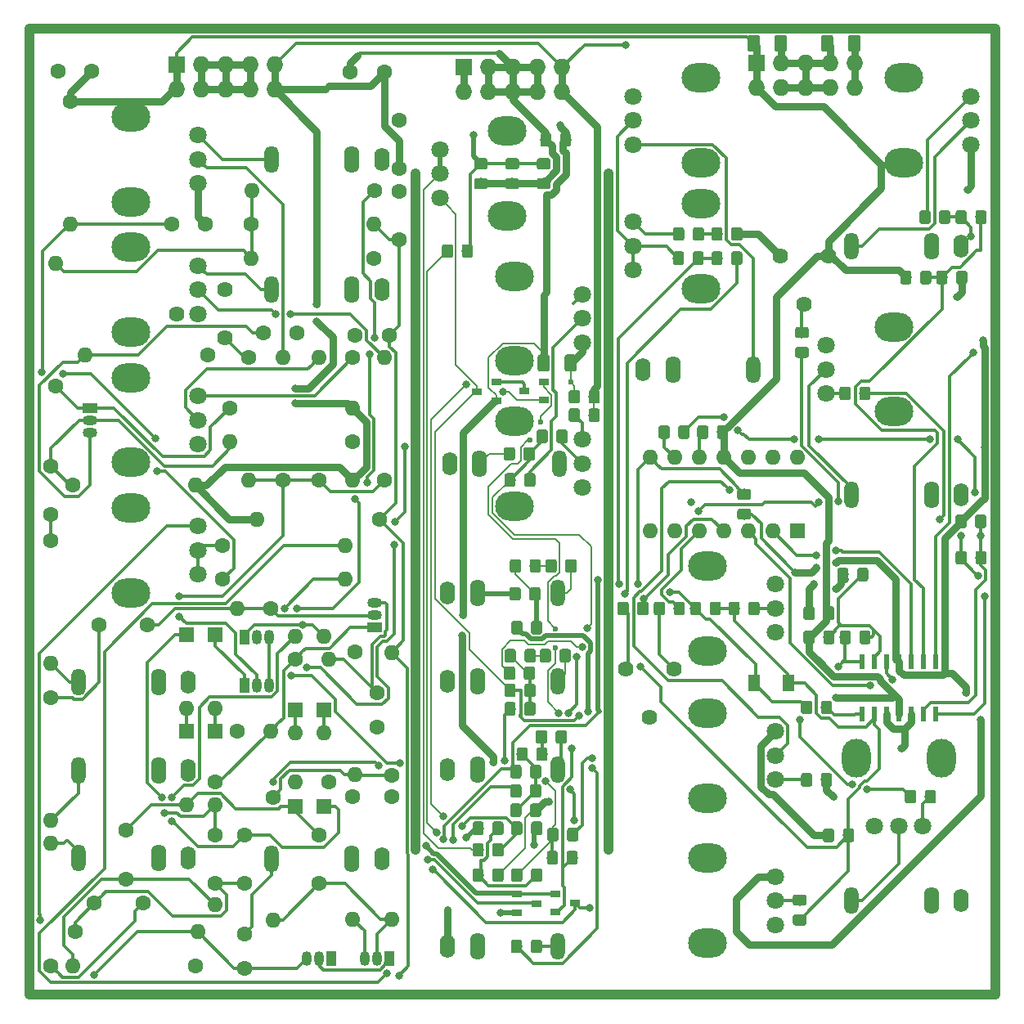
<source format=gbr>
%TF.GenerationSoftware,KiCad,Pcbnew,(5.1.0)-1*%
%TF.CreationDate,2019-10-05T22:59:33+02:00*%
%TF.ProjectId,Kicad_JE_SteinerVCF,4b696361-645f-44a4-955f-537465696e65,Rev A*%
%TF.SameCoordinates,Original*%
%TF.FileFunction,Copper,L2,Bot*%
%TF.FilePolarity,Positive*%
%FSLAX46Y46*%
G04 Gerber Fmt 4.6, Leading zero omitted, Abs format (unit mm)*
G04 Created by KiCad (PCBNEW (5.1.0)-1) date 2019-10-05 22:59:33*
%MOMM*%
%LPD*%
G04 APERTURE LIST*
%ADD10C,1.000000*%
%ADD11C,1.600000*%
%ADD12O,1.600000X2.800000*%
%ADD13O,1.600000X2.400000*%
%ADD14O,1.500000X2.800000*%
%ADD15O,1.600000X1.600000*%
%ADD16R,1.600000X1.600000*%
%ADD17R,1.727200X1.727200*%
%ADD18O,1.727200X1.727200*%
%ADD19O,1.050000X1.500000*%
%ADD20R,1.050000X1.500000*%
%ADD21R,1.000000X0.700000*%
%ADD22C,0.150000*%
%ADD23C,1.150000*%
%ADD24C,1.620000*%
%ADD25R,0.600000X1.500000*%
%ADD26C,1.250000*%
%ADD27R,1.300000X1.700000*%
%ADD28O,1.500000X1.050000*%
%ADD29R,1.500000X1.050000*%
%ADD30C,1.800000*%
%ADD31O,4.000000X3.000000*%
%ADD32O,3.000000X4.000000*%
%ADD33C,0.800000*%
%ADD34C,0.600000*%
%ADD35C,0.500000*%
%ADD36C,0.800000*%
%ADD37C,0.300000*%
%ADD38C,0.350000*%
%ADD39C,0.200000*%
G04 APERTURE END LIST*
D10*
X90000000Y-65000000D02*
X90000000Y-65000000D01*
X90000000Y-135000000D02*
X90000000Y-135000000D01*
X110000000Y-135000000D02*
X110000000Y-135000000D01*
X110000000Y-65000000D02*
X110000000Y-65000000D01*
X110000000Y-135000000D02*
X110000000Y-65000000D01*
X110000000Y-65000000D02*
X110000000Y-135000000D01*
X90000000Y-135000000D02*
X90000000Y-65000000D01*
X90000000Y-65000000D02*
X90000000Y-135000000D01*
X150000000Y-50000000D02*
X50000000Y-50000000D01*
X150000000Y-150000000D02*
X150000000Y-50000000D01*
X50000000Y-150000000D02*
X150000000Y-150000000D01*
X50000000Y-50000000D02*
X50000000Y-150000000D01*
D11*
X72250000Y-138500000D03*
X72250000Y-133500000D03*
D12*
X63380000Y-117600000D03*
D13*
X66480000Y-117600000D03*
D14*
X55080000Y-117600000D03*
X75080000Y-77000000D03*
D13*
X86480000Y-77000000D03*
D12*
X83380000Y-77000000D03*
D15*
X82700000Y-107000000D03*
D11*
X70000000Y-107000000D03*
X70000000Y-103500000D03*
D15*
X82700000Y-103500000D03*
D11*
X88250000Y-59500000D03*
X88250000Y-64500000D03*
X88250000Y-71800000D03*
X88250000Y-66800000D03*
X80000000Y-138500000D03*
X80000000Y-133500000D03*
X69250000Y-133500000D03*
X69250000Y-138500000D03*
X60000000Y-138000000D03*
X60000000Y-133000000D03*
D15*
X69250000Y-120370000D03*
D16*
X69250000Y-112750000D03*
X69250000Y-122750000D03*
D15*
X69250000Y-130370000D03*
X66250000Y-120370000D03*
D16*
X66250000Y-112750000D03*
X66250000Y-122750000D03*
D15*
X66250000Y-130370000D03*
X77500000Y-122880000D03*
D16*
X77500000Y-130500000D03*
X77500000Y-120500000D03*
D15*
X77500000Y-112880000D03*
X80500000Y-122880000D03*
D16*
X80500000Y-130500000D03*
X80500000Y-120500000D03*
D15*
X80500000Y-112880000D03*
D14*
X55080000Y-126750000D03*
D13*
X66480000Y-126750000D03*
D12*
X63380000Y-126750000D03*
X63380000Y-135800000D03*
D13*
X66480000Y-135800000D03*
D14*
X55080000Y-135800000D03*
D12*
X83380000Y-135900000D03*
D13*
X86480000Y-135900000D03*
D14*
X75080000Y-135900000D03*
X104720341Y-108385056D03*
D13*
X93320341Y-108385056D03*
D12*
X96420341Y-108385056D03*
X96420341Y-117525797D03*
D13*
X93320341Y-117525797D03*
D14*
X104720341Y-117525797D03*
X104720341Y-126666538D03*
D13*
X93320341Y-126666538D03*
D12*
X96420341Y-126666538D03*
X96420341Y-144948020D03*
D13*
X93320341Y-144948020D03*
D14*
X104720341Y-144948020D03*
X104920000Y-95000000D03*
D13*
X93520000Y-95000000D03*
D12*
X96620000Y-95000000D03*
D17*
X65250000Y-53750000D03*
D18*
X65250000Y-56290000D03*
X67790000Y-53750000D03*
X67790000Y-56290000D03*
X70330000Y-53750000D03*
X70330000Y-56290000D03*
X72870000Y-53750000D03*
X72870000Y-56290000D03*
X75410000Y-53750000D03*
X75410000Y-56290000D03*
X105160000Y-56540000D03*
X105160000Y-54000000D03*
X102620000Y-56540000D03*
X102620000Y-54000000D03*
X100080000Y-56540000D03*
X100080000Y-54000000D03*
X97540000Y-56540000D03*
X97540000Y-54000000D03*
X95000000Y-56540000D03*
D17*
X95000000Y-54000000D03*
D19*
X79980000Y-146276322D03*
X78710000Y-146276322D03*
D20*
X81250000Y-146276322D03*
X87250000Y-146276322D03*
D19*
X84710000Y-146276322D03*
X85980000Y-146276322D03*
D20*
X72250000Y-118000000D03*
D19*
X74790000Y-118000000D03*
X73520000Y-118000000D03*
X73520000Y-113000000D03*
X74790000Y-113000000D03*
D20*
X72250000Y-113000000D03*
D21*
X96350000Y-87550000D03*
X98350000Y-88500000D03*
X98350000Y-86600000D03*
X101250000Y-87500000D03*
X103250000Y-88450000D03*
X103250000Y-86550000D03*
X104500000Y-141450000D03*
X104500000Y-139550000D03*
X106500000Y-140500000D03*
X100500000Y-141500000D03*
X100500000Y-139600000D03*
X102500000Y-140550000D03*
D11*
X86250000Y-100750000D03*
D15*
X73550000Y-100750000D03*
D11*
X75250000Y-129550000D03*
D15*
X75250000Y-142250000D03*
X67450000Y-143500000D03*
D11*
X54750000Y-143500000D03*
X83750000Y-114500000D03*
D15*
X83750000Y-127200000D03*
X83500000Y-142200000D03*
D11*
X83500000Y-129500000D03*
X85750000Y-66750000D03*
D15*
X73050000Y-66750000D03*
D11*
X76250000Y-96750000D03*
D15*
X76250000Y-84050000D03*
X54550000Y-147000000D03*
D11*
X67250000Y-147000000D03*
X80000000Y-96750000D03*
D15*
X80000000Y-84050000D03*
D11*
X54250000Y-57500000D03*
D15*
X54250000Y-70200000D03*
X72750000Y-96750000D03*
D11*
X72750000Y-84050000D03*
D22*
G36*
X98874505Y-136914003D02*
G01*
X98898773Y-136917603D01*
X98922572Y-136923564D01*
X98945671Y-136931829D01*
X98967850Y-136942319D01*
X98988893Y-136954931D01*
X99008599Y-136969546D01*
X99026777Y-136986022D01*
X99043253Y-137004200D01*
X99057868Y-137023906D01*
X99070480Y-137044949D01*
X99080970Y-137067128D01*
X99089235Y-137090227D01*
X99095196Y-137114026D01*
X99098796Y-137138294D01*
X99100000Y-137162798D01*
X99100000Y-138062800D01*
X99098796Y-138087304D01*
X99095196Y-138111572D01*
X99089235Y-138135371D01*
X99080970Y-138158470D01*
X99070480Y-138180649D01*
X99057868Y-138201692D01*
X99043253Y-138221398D01*
X99026777Y-138239576D01*
X99008599Y-138256052D01*
X98988893Y-138270667D01*
X98967850Y-138283279D01*
X98945671Y-138293769D01*
X98922572Y-138302034D01*
X98898773Y-138307995D01*
X98874505Y-138311595D01*
X98850001Y-138312799D01*
X98199999Y-138312799D01*
X98175495Y-138311595D01*
X98151227Y-138307995D01*
X98127428Y-138302034D01*
X98104329Y-138293769D01*
X98082150Y-138283279D01*
X98061107Y-138270667D01*
X98041401Y-138256052D01*
X98023223Y-138239576D01*
X98006747Y-138221398D01*
X97992132Y-138201692D01*
X97979520Y-138180649D01*
X97969030Y-138158470D01*
X97960765Y-138135371D01*
X97954804Y-138111572D01*
X97951204Y-138087304D01*
X97950000Y-138062800D01*
X97950000Y-137162798D01*
X97951204Y-137138294D01*
X97954804Y-137114026D01*
X97960765Y-137090227D01*
X97969030Y-137067128D01*
X97979520Y-137044949D01*
X97992132Y-137023906D01*
X98006747Y-137004200D01*
X98023223Y-136986022D01*
X98041401Y-136969546D01*
X98061107Y-136954931D01*
X98082150Y-136942319D01*
X98104329Y-136931829D01*
X98127428Y-136923564D01*
X98151227Y-136917603D01*
X98175495Y-136914003D01*
X98199999Y-136912799D01*
X98850001Y-136912799D01*
X98874505Y-136914003D01*
X98874505Y-136914003D01*
G37*
D23*
X98525000Y-137612799D03*
D22*
G36*
X96824505Y-136914003D02*
G01*
X96848773Y-136917603D01*
X96872572Y-136923564D01*
X96895671Y-136931829D01*
X96917850Y-136942319D01*
X96938893Y-136954931D01*
X96958599Y-136969546D01*
X96976777Y-136986022D01*
X96993253Y-137004200D01*
X97007868Y-137023906D01*
X97020480Y-137044949D01*
X97030970Y-137067128D01*
X97039235Y-137090227D01*
X97045196Y-137114026D01*
X97048796Y-137138294D01*
X97050000Y-137162798D01*
X97050000Y-138062800D01*
X97048796Y-138087304D01*
X97045196Y-138111572D01*
X97039235Y-138135371D01*
X97030970Y-138158470D01*
X97020480Y-138180649D01*
X97007868Y-138201692D01*
X96993253Y-138221398D01*
X96976777Y-138239576D01*
X96958599Y-138256052D01*
X96938893Y-138270667D01*
X96917850Y-138283279D01*
X96895671Y-138293769D01*
X96872572Y-138302034D01*
X96848773Y-138307995D01*
X96824505Y-138311595D01*
X96800001Y-138312799D01*
X96149999Y-138312799D01*
X96125495Y-138311595D01*
X96101227Y-138307995D01*
X96077428Y-138302034D01*
X96054329Y-138293769D01*
X96032150Y-138283279D01*
X96011107Y-138270667D01*
X95991401Y-138256052D01*
X95973223Y-138239576D01*
X95956747Y-138221398D01*
X95942132Y-138201692D01*
X95929520Y-138180649D01*
X95919030Y-138158470D01*
X95910765Y-138135371D01*
X95904804Y-138111572D01*
X95901204Y-138087304D01*
X95900000Y-138062800D01*
X95900000Y-137162798D01*
X95901204Y-137138294D01*
X95904804Y-137114026D01*
X95910765Y-137090227D01*
X95919030Y-137067128D01*
X95929520Y-137044949D01*
X95942132Y-137023906D01*
X95956747Y-137004200D01*
X95973223Y-136986022D01*
X95991401Y-136969546D01*
X96011107Y-136954931D01*
X96032150Y-136942319D01*
X96054329Y-136931829D01*
X96077428Y-136923564D01*
X96101227Y-136917603D01*
X96125495Y-136914003D01*
X96149999Y-136912799D01*
X96800001Y-136912799D01*
X96824505Y-136914003D01*
X96824505Y-136914003D01*
G37*
D23*
X96475000Y-137612799D03*
D22*
G36*
X102874505Y-136914003D02*
G01*
X102898773Y-136917603D01*
X102922572Y-136923564D01*
X102945671Y-136931829D01*
X102967850Y-136942319D01*
X102988893Y-136954931D01*
X103008599Y-136969546D01*
X103026777Y-136986022D01*
X103043253Y-137004200D01*
X103057868Y-137023906D01*
X103070480Y-137044949D01*
X103080970Y-137067128D01*
X103089235Y-137090227D01*
X103095196Y-137114026D01*
X103098796Y-137138294D01*
X103100000Y-137162798D01*
X103100000Y-138062800D01*
X103098796Y-138087304D01*
X103095196Y-138111572D01*
X103089235Y-138135371D01*
X103080970Y-138158470D01*
X103070480Y-138180649D01*
X103057868Y-138201692D01*
X103043253Y-138221398D01*
X103026777Y-138239576D01*
X103008599Y-138256052D01*
X102988893Y-138270667D01*
X102967850Y-138283279D01*
X102945671Y-138293769D01*
X102922572Y-138302034D01*
X102898773Y-138307995D01*
X102874505Y-138311595D01*
X102850001Y-138312799D01*
X102199999Y-138312799D01*
X102175495Y-138311595D01*
X102151227Y-138307995D01*
X102127428Y-138302034D01*
X102104329Y-138293769D01*
X102082150Y-138283279D01*
X102061107Y-138270667D01*
X102041401Y-138256052D01*
X102023223Y-138239576D01*
X102006747Y-138221398D01*
X101992132Y-138201692D01*
X101979520Y-138180649D01*
X101969030Y-138158470D01*
X101960765Y-138135371D01*
X101954804Y-138111572D01*
X101951204Y-138087304D01*
X101950000Y-138062800D01*
X101950000Y-137162798D01*
X101951204Y-137138294D01*
X101954804Y-137114026D01*
X101960765Y-137090227D01*
X101969030Y-137067128D01*
X101979520Y-137044949D01*
X101992132Y-137023906D01*
X102006747Y-137004200D01*
X102023223Y-136986022D01*
X102041401Y-136969546D01*
X102061107Y-136954931D01*
X102082150Y-136942319D01*
X102104329Y-136931829D01*
X102127428Y-136923564D01*
X102151227Y-136917603D01*
X102175495Y-136914003D01*
X102199999Y-136912799D01*
X102850001Y-136912799D01*
X102874505Y-136914003D01*
X102874505Y-136914003D01*
G37*
D23*
X102525000Y-137612799D03*
D22*
G36*
X100824505Y-136914003D02*
G01*
X100848773Y-136917603D01*
X100872572Y-136923564D01*
X100895671Y-136931829D01*
X100917850Y-136942319D01*
X100938893Y-136954931D01*
X100958599Y-136969546D01*
X100976777Y-136986022D01*
X100993253Y-137004200D01*
X101007868Y-137023906D01*
X101020480Y-137044949D01*
X101030970Y-137067128D01*
X101039235Y-137090227D01*
X101045196Y-137114026D01*
X101048796Y-137138294D01*
X101050000Y-137162798D01*
X101050000Y-138062800D01*
X101048796Y-138087304D01*
X101045196Y-138111572D01*
X101039235Y-138135371D01*
X101030970Y-138158470D01*
X101020480Y-138180649D01*
X101007868Y-138201692D01*
X100993253Y-138221398D01*
X100976777Y-138239576D01*
X100958599Y-138256052D01*
X100938893Y-138270667D01*
X100917850Y-138283279D01*
X100895671Y-138293769D01*
X100872572Y-138302034D01*
X100848773Y-138307995D01*
X100824505Y-138311595D01*
X100800001Y-138312799D01*
X100149999Y-138312799D01*
X100125495Y-138311595D01*
X100101227Y-138307995D01*
X100077428Y-138302034D01*
X100054329Y-138293769D01*
X100032150Y-138283279D01*
X100011107Y-138270667D01*
X99991401Y-138256052D01*
X99973223Y-138239576D01*
X99956747Y-138221398D01*
X99942132Y-138201692D01*
X99929520Y-138180649D01*
X99919030Y-138158470D01*
X99910765Y-138135371D01*
X99904804Y-138111572D01*
X99901204Y-138087304D01*
X99900000Y-138062800D01*
X99900000Y-137162798D01*
X99901204Y-137138294D01*
X99904804Y-137114026D01*
X99910765Y-137090227D01*
X99919030Y-137067128D01*
X99929520Y-137044949D01*
X99942132Y-137023906D01*
X99956747Y-137004200D01*
X99973223Y-136986022D01*
X99991401Y-136969546D01*
X100011107Y-136954931D01*
X100032150Y-136942319D01*
X100054329Y-136931829D01*
X100077428Y-136923564D01*
X100101227Y-136917603D01*
X100125495Y-136914003D01*
X100149999Y-136912799D01*
X100800001Y-136912799D01*
X100824505Y-136914003D01*
X100824505Y-136914003D01*
G37*
D23*
X100475000Y-137612799D03*
D22*
G36*
X98874505Y-134301204D02*
G01*
X98898773Y-134304804D01*
X98922572Y-134310765D01*
X98945671Y-134319030D01*
X98967850Y-134329520D01*
X98988893Y-134342132D01*
X99008599Y-134356747D01*
X99026777Y-134373223D01*
X99043253Y-134391401D01*
X99057868Y-134411107D01*
X99070480Y-134432150D01*
X99080970Y-134454329D01*
X99089235Y-134477428D01*
X99095196Y-134501227D01*
X99098796Y-134525495D01*
X99100000Y-134549999D01*
X99100000Y-135450001D01*
X99098796Y-135474505D01*
X99095196Y-135498773D01*
X99089235Y-135522572D01*
X99080970Y-135545671D01*
X99070480Y-135567850D01*
X99057868Y-135588893D01*
X99043253Y-135608599D01*
X99026777Y-135626777D01*
X99008599Y-135643253D01*
X98988893Y-135657868D01*
X98967850Y-135670480D01*
X98945671Y-135680970D01*
X98922572Y-135689235D01*
X98898773Y-135695196D01*
X98874505Y-135698796D01*
X98850001Y-135700000D01*
X98199999Y-135700000D01*
X98175495Y-135698796D01*
X98151227Y-135695196D01*
X98127428Y-135689235D01*
X98104329Y-135680970D01*
X98082150Y-135670480D01*
X98061107Y-135657868D01*
X98041401Y-135643253D01*
X98023223Y-135626777D01*
X98006747Y-135608599D01*
X97992132Y-135588893D01*
X97979520Y-135567850D01*
X97969030Y-135545671D01*
X97960765Y-135522572D01*
X97954804Y-135498773D01*
X97951204Y-135474505D01*
X97950000Y-135450001D01*
X97950000Y-134549999D01*
X97951204Y-134525495D01*
X97954804Y-134501227D01*
X97960765Y-134477428D01*
X97969030Y-134454329D01*
X97979520Y-134432150D01*
X97992132Y-134411107D01*
X98006747Y-134391401D01*
X98023223Y-134373223D01*
X98041401Y-134356747D01*
X98061107Y-134342132D01*
X98082150Y-134329520D01*
X98104329Y-134319030D01*
X98127428Y-134310765D01*
X98151227Y-134304804D01*
X98175495Y-134301204D01*
X98199999Y-134300000D01*
X98850001Y-134300000D01*
X98874505Y-134301204D01*
X98874505Y-134301204D01*
G37*
D23*
X98525000Y-135000000D03*
D22*
G36*
X96824505Y-134301204D02*
G01*
X96848773Y-134304804D01*
X96872572Y-134310765D01*
X96895671Y-134319030D01*
X96917850Y-134329520D01*
X96938893Y-134342132D01*
X96958599Y-134356747D01*
X96976777Y-134373223D01*
X96993253Y-134391401D01*
X97007868Y-134411107D01*
X97020480Y-134432150D01*
X97030970Y-134454329D01*
X97039235Y-134477428D01*
X97045196Y-134501227D01*
X97048796Y-134525495D01*
X97050000Y-134549999D01*
X97050000Y-135450001D01*
X97048796Y-135474505D01*
X97045196Y-135498773D01*
X97039235Y-135522572D01*
X97030970Y-135545671D01*
X97020480Y-135567850D01*
X97007868Y-135588893D01*
X96993253Y-135608599D01*
X96976777Y-135626777D01*
X96958599Y-135643253D01*
X96938893Y-135657868D01*
X96917850Y-135670480D01*
X96895671Y-135680970D01*
X96872572Y-135689235D01*
X96848773Y-135695196D01*
X96824505Y-135698796D01*
X96800001Y-135700000D01*
X96149999Y-135700000D01*
X96125495Y-135698796D01*
X96101227Y-135695196D01*
X96077428Y-135689235D01*
X96054329Y-135680970D01*
X96032150Y-135670480D01*
X96011107Y-135657868D01*
X95991401Y-135643253D01*
X95973223Y-135626777D01*
X95956747Y-135608599D01*
X95942132Y-135588893D01*
X95929520Y-135567850D01*
X95919030Y-135545671D01*
X95910765Y-135522572D01*
X95904804Y-135498773D01*
X95901204Y-135474505D01*
X95900000Y-135450001D01*
X95900000Y-134549999D01*
X95901204Y-134525495D01*
X95904804Y-134501227D01*
X95910765Y-134477428D01*
X95919030Y-134454329D01*
X95929520Y-134432150D01*
X95942132Y-134411107D01*
X95956747Y-134391401D01*
X95973223Y-134373223D01*
X95991401Y-134356747D01*
X96011107Y-134342132D01*
X96032150Y-134329520D01*
X96054329Y-134319030D01*
X96077428Y-134310765D01*
X96101227Y-134304804D01*
X96125495Y-134301204D01*
X96149999Y-134300000D01*
X96800001Y-134300000D01*
X96824505Y-134301204D01*
X96824505Y-134301204D01*
G37*
D23*
X96475000Y-135000000D03*
D22*
G36*
X102174505Y-117801204D02*
G01*
X102198773Y-117804804D01*
X102222572Y-117810765D01*
X102245671Y-117819030D01*
X102267850Y-117829520D01*
X102288893Y-117842132D01*
X102308599Y-117856747D01*
X102326777Y-117873223D01*
X102343253Y-117891401D01*
X102357868Y-117911107D01*
X102370480Y-117932150D01*
X102380970Y-117954329D01*
X102389235Y-117977428D01*
X102395196Y-118001227D01*
X102398796Y-118025495D01*
X102400000Y-118049999D01*
X102400000Y-118950001D01*
X102398796Y-118974505D01*
X102395196Y-118998773D01*
X102389235Y-119022572D01*
X102380970Y-119045671D01*
X102370480Y-119067850D01*
X102357868Y-119088893D01*
X102343253Y-119108599D01*
X102326777Y-119126777D01*
X102308599Y-119143253D01*
X102288893Y-119157868D01*
X102267850Y-119170480D01*
X102245671Y-119180970D01*
X102222572Y-119189235D01*
X102198773Y-119195196D01*
X102174505Y-119198796D01*
X102150001Y-119200000D01*
X101499999Y-119200000D01*
X101475495Y-119198796D01*
X101451227Y-119195196D01*
X101427428Y-119189235D01*
X101404329Y-119180970D01*
X101382150Y-119170480D01*
X101361107Y-119157868D01*
X101341401Y-119143253D01*
X101323223Y-119126777D01*
X101306747Y-119108599D01*
X101292132Y-119088893D01*
X101279520Y-119067850D01*
X101269030Y-119045671D01*
X101260765Y-119022572D01*
X101254804Y-118998773D01*
X101251204Y-118974505D01*
X101250000Y-118950001D01*
X101250000Y-118049999D01*
X101251204Y-118025495D01*
X101254804Y-118001227D01*
X101260765Y-117977428D01*
X101269030Y-117954329D01*
X101279520Y-117932150D01*
X101292132Y-117911107D01*
X101306747Y-117891401D01*
X101323223Y-117873223D01*
X101341401Y-117856747D01*
X101361107Y-117842132D01*
X101382150Y-117829520D01*
X101404329Y-117819030D01*
X101427428Y-117810765D01*
X101451227Y-117804804D01*
X101475495Y-117801204D01*
X101499999Y-117800000D01*
X102150001Y-117800000D01*
X102174505Y-117801204D01*
X102174505Y-117801204D01*
G37*
D23*
X101825000Y-118500000D03*
D22*
G36*
X100124505Y-117801204D02*
G01*
X100148773Y-117804804D01*
X100172572Y-117810765D01*
X100195671Y-117819030D01*
X100217850Y-117829520D01*
X100238893Y-117842132D01*
X100258599Y-117856747D01*
X100276777Y-117873223D01*
X100293253Y-117891401D01*
X100307868Y-117911107D01*
X100320480Y-117932150D01*
X100330970Y-117954329D01*
X100339235Y-117977428D01*
X100345196Y-118001227D01*
X100348796Y-118025495D01*
X100350000Y-118049999D01*
X100350000Y-118950001D01*
X100348796Y-118974505D01*
X100345196Y-118998773D01*
X100339235Y-119022572D01*
X100330970Y-119045671D01*
X100320480Y-119067850D01*
X100307868Y-119088893D01*
X100293253Y-119108599D01*
X100276777Y-119126777D01*
X100258599Y-119143253D01*
X100238893Y-119157868D01*
X100217850Y-119170480D01*
X100195671Y-119180970D01*
X100172572Y-119189235D01*
X100148773Y-119195196D01*
X100124505Y-119198796D01*
X100100001Y-119200000D01*
X99449999Y-119200000D01*
X99425495Y-119198796D01*
X99401227Y-119195196D01*
X99377428Y-119189235D01*
X99354329Y-119180970D01*
X99332150Y-119170480D01*
X99311107Y-119157868D01*
X99291401Y-119143253D01*
X99273223Y-119126777D01*
X99256747Y-119108599D01*
X99242132Y-119088893D01*
X99229520Y-119067850D01*
X99219030Y-119045671D01*
X99210765Y-119022572D01*
X99204804Y-118998773D01*
X99201204Y-118974505D01*
X99200000Y-118950001D01*
X99200000Y-118049999D01*
X99201204Y-118025495D01*
X99204804Y-118001227D01*
X99210765Y-117977428D01*
X99219030Y-117954329D01*
X99229520Y-117932150D01*
X99242132Y-117911107D01*
X99256747Y-117891401D01*
X99273223Y-117873223D01*
X99291401Y-117856747D01*
X99311107Y-117842132D01*
X99332150Y-117829520D01*
X99354329Y-117819030D01*
X99377428Y-117810765D01*
X99401227Y-117804804D01*
X99425495Y-117801204D01*
X99449999Y-117800000D01*
X100100001Y-117800000D01*
X100124505Y-117801204D01*
X100124505Y-117801204D01*
G37*
D23*
X99775000Y-118500000D03*
D22*
G36*
X96824505Y-132064003D02*
G01*
X96848773Y-132067603D01*
X96872572Y-132073564D01*
X96895671Y-132081829D01*
X96917850Y-132092319D01*
X96938893Y-132104931D01*
X96958599Y-132119546D01*
X96976777Y-132136022D01*
X96993253Y-132154200D01*
X97007868Y-132173906D01*
X97020480Y-132194949D01*
X97030970Y-132217128D01*
X97039235Y-132240227D01*
X97045196Y-132264026D01*
X97048796Y-132288294D01*
X97050000Y-132312798D01*
X97050000Y-133212800D01*
X97048796Y-133237304D01*
X97045196Y-133261572D01*
X97039235Y-133285371D01*
X97030970Y-133308470D01*
X97020480Y-133330649D01*
X97007868Y-133351692D01*
X96993253Y-133371398D01*
X96976777Y-133389576D01*
X96958599Y-133406052D01*
X96938893Y-133420667D01*
X96917850Y-133433279D01*
X96895671Y-133443769D01*
X96872572Y-133452034D01*
X96848773Y-133457995D01*
X96824505Y-133461595D01*
X96800001Y-133462799D01*
X96149999Y-133462799D01*
X96125495Y-133461595D01*
X96101227Y-133457995D01*
X96077428Y-133452034D01*
X96054329Y-133443769D01*
X96032150Y-133433279D01*
X96011107Y-133420667D01*
X95991401Y-133406052D01*
X95973223Y-133389576D01*
X95956747Y-133371398D01*
X95942132Y-133351692D01*
X95929520Y-133330649D01*
X95919030Y-133308470D01*
X95910765Y-133285371D01*
X95904804Y-133261572D01*
X95901204Y-133237304D01*
X95900000Y-133212800D01*
X95900000Y-132312798D01*
X95901204Y-132288294D01*
X95904804Y-132264026D01*
X95910765Y-132240227D01*
X95919030Y-132217128D01*
X95929520Y-132194949D01*
X95942132Y-132173906D01*
X95956747Y-132154200D01*
X95973223Y-132136022D01*
X95991401Y-132119546D01*
X96011107Y-132104931D01*
X96032150Y-132092319D01*
X96054329Y-132081829D01*
X96077428Y-132073564D01*
X96101227Y-132067603D01*
X96125495Y-132064003D01*
X96149999Y-132062799D01*
X96800001Y-132062799D01*
X96824505Y-132064003D01*
X96824505Y-132064003D01*
G37*
D23*
X96475000Y-132762799D03*
D22*
G36*
X98874505Y-132064003D02*
G01*
X98898773Y-132067603D01*
X98922572Y-132073564D01*
X98945671Y-132081829D01*
X98967850Y-132092319D01*
X98988893Y-132104931D01*
X99008599Y-132119546D01*
X99026777Y-132136022D01*
X99043253Y-132154200D01*
X99057868Y-132173906D01*
X99070480Y-132194949D01*
X99080970Y-132217128D01*
X99089235Y-132240227D01*
X99095196Y-132264026D01*
X99098796Y-132288294D01*
X99100000Y-132312798D01*
X99100000Y-133212800D01*
X99098796Y-133237304D01*
X99095196Y-133261572D01*
X99089235Y-133285371D01*
X99080970Y-133308470D01*
X99070480Y-133330649D01*
X99057868Y-133351692D01*
X99043253Y-133371398D01*
X99026777Y-133389576D01*
X99008599Y-133406052D01*
X98988893Y-133420667D01*
X98967850Y-133433279D01*
X98945671Y-133443769D01*
X98922572Y-133452034D01*
X98898773Y-133457995D01*
X98874505Y-133461595D01*
X98850001Y-133462799D01*
X98199999Y-133462799D01*
X98175495Y-133461595D01*
X98151227Y-133457995D01*
X98127428Y-133452034D01*
X98104329Y-133443769D01*
X98082150Y-133433279D01*
X98061107Y-133420667D01*
X98041401Y-133406052D01*
X98023223Y-133389576D01*
X98006747Y-133371398D01*
X97992132Y-133351692D01*
X97979520Y-133330649D01*
X97969030Y-133308470D01*
X97960765Y-133285371D01*
X97954804Y-133261572D01*
X97951204Y-133237304D01*
X97950000Y-133212800D01*
X97950000Y-132312798D01*
X97951204Y-132288294D01*
X97954804Y-132264026D01*
X97960765Y-132240227D01*
X97969030Y-132217128D01*
X97979520Y-132194949D01*
X97992132Y-132173906D01*
X98006747Y-132154200D01*
X98023223Y-132136022D01*
X98041401Y-132119546D01*
X98061107Y-132104931D01*
X98082150Y-132092319D01*
X98104329Y-132081829D01*
X98127428Y-132073564D01*
X98151227Y-132067603D01*
X98175495Y-132064003D01*
X98199999Y-132062799D01*
X98850001Y-132062799D01*
X98874505Y-132064003D01*
X98874505Y-132064003D01*
G37*
D23*
X98525000Y-132762799D03*
D22*
G36*
X100824505Y-132064003D02*
G01*
X100848773Y-132067603D01*
X100872572Y-132073564D01*
X100895671Y-132081829D01*
X100917850Y-132092319D01*
X100938893Y-132104931D01*
X100958599Y-132119546D01*
X100976777Y-132136022D01*
X100993253Y-132154200D01*
X101007868Y-132173906D01*
X101020480Y-132194949D01*
X101030970Y-132217128D01*
X101039235Y-132240227D01*
X101045196Y-132264026D01*
X101048796Y-132288294D01*
X101050000Y-132312798D01*
X101050000Y-133212800D01*
X101048796Y-133237304D01*
X101045196Y-133261572D01*
X101039235Y-133285371D01*
X101030970Y-133308470D01*
X101020480Y-133330649D01*
X101007868Y-133351692D01*
X100993253Y-133371398D01*
X100976777Y-133389576D01*
X100958599Y-133406052D01*
X100938893Y-133420667D01*
X100917850Y-133433279D01*
X100895671Y-133443769D01*
X100872572Y-133452034D01*
X100848773Y-133457995D01*
X100824505Y-133461595D01*
X100800001Y-133462799D01*
X100149999Y-133462799D01*
X100125495Y-133461595D01*
X100101227Y-133457995D01*
X100077428Y-133452034D01*
X100054329Y-133443769D01*
X100032150Y-133433279D01*
X100011107Y-133420667D01*
X99991401Y-133406052D01*
X99973223Y-133389576D01*
X99956747Y-133371398D01*
X99942132Y-133351692D01*
X99929520Y-133330649D01*
X99919030Y-133308470D01*
X99910765Y-133285371D01*
X99904804Y-133261572D01*
X99901204Y-133237304D01*
X99900000Y-133212800D01*
X99900000Y-132312798D01*
X99901204Y-132288294D01*
X99904804Y-132264026D01*
X99910765Y-132240227D01*
X99919030Y-132217128D01*
X99929520Y-132194949D01*
X99942132Y-132173906D01*
X99956747Y-132154200D01*
X99973223Y-132136022D01*
X99991401Y-132119546D01*
X100011107Y-132104931D01*
X100032150Y-132092319D01*
X100054329Y-132081829D01*
X100077428Y-132073564D01*
X100101227Y-132067603D01*
X100125495Y-132064003D01*
X100149999Y-132062799D01*
X100800001Y-132062799D01*
X100824505Y-132064003D01*
X100824505Y-132064003D01*
G37*
D23*
X100475000Y-132762799D03*
D22*
G36*
X102874505Y-132064003D02*
G01*
X102898773Y-132067603D01*
X102922572Y-132073564D01*
X102945671Y-132081829D01*
X102967850Y-132092319D01*
X102988893Y-132104931D01*
X103008599Y-132119546D01*
X103026777Y-132136022D01*
X103043253Y-132154200D01*
X103057868Y-132173906D01*
X103070480Y-132194949D01*
X103080970Y-132217128D01*
X103089235Y-132240227D01*
X103095196Y-132264026D01*
X103098796Y-132288294D01*
X103100000Y-132312798D01*
X103100000Y-133212800D01*
X103098796Y-133237304D01*
X103095196Y-133261572D01*
X103089235Y-133285371D01*
X103080970Y-133308470D01*
X103070480Y-133330649D01*
X103057868Y-133351692D01*
X103043253Y-133371398D01*
X103026777Y-133389576D01*
X103008599Y-133406052D01*
X102988893Y-133420667D01*
X102967850Y-133433279D01*
X102945671Y-133443769D01*
X102922572Y-133452034D01*
X102898773Y-133457995D01*
X102874505Y-133461595D01*
X102850001Y-133462799D01*
X102199999Y-133462799D01*
X102175495Y-133461595D01*
X102151227Y-133457995D01*
X102127428Y-133452034D01*
X102104329Y-133443769D01*
X102082150Y-133433279D01*
X102061107Y-133420667D01*
X102041401Y-133406052D01*
X102023223Y-133389576D01*
X102006747Y-133371398D01*
X101992132Y-133351692D01*
X101979520Y-133330649D01*
X101969030Y-133308470D01*
X101960765Y-133285371D01*
X101954804Y-133261572D01*
X101951204Y-133237304D01*
X101950000Y-133212800D01*
X101950000Y-132312798D01*
X101951204Y-132288294D01*
X101954804Y-132264026D01*
X101960765Y-132240227D01*
X101969030Y-132217128D01*
X101979520Y-132194949D01*
X101992132Y-132173906D01*
X102006747Y-132154200D01*
X102023223Y-132136022D01*
X102041401Y-132119546D01*
X102061107Y-132104931D01*
X102082150Y-132092319D01*
X102104329Y-132081829D01*
X102127428Y-132073564D01*
X102151227Y-132067603D01*
X102175495Y-132064003D01*
X102199999Y-132062799D01*
X102850001Y-132062799D01*
X102874505Y-132064003D01*
X102874505Y-132064003D01*
G37*
D23*
X102525000Y-132762799D03*
D22*
G36*
X100724505Y-130201204D02*
G01*
X100748773Y-130204804D01*
X100772572Y-130210765D01*
X100795671Y-130219030D01*
X100817850Y-130229520D01*
X100838893Y-130242132D01*
X100858599Y-130256747D01*
X100876777Y-130273223D01*
X100893253Y-130291401D01*
X100907868Y-130311107D01*
X100920480Y-130332150D01*
X100930970Y-130354329D01*
X100939235Y-130377428D01*
X100945196Y-130401227D01*
X100948796Y-130425495D01*
X100950000Y-130449999D01*
X100950000Y-131350001D01*
X100948796Y-131374505D01*
X100945196Y-131398773D01*
X100939235Y-131422572D01*
X100930970Y-131445671D01*
X100920480Y-131467850D01*
X100907868Y-131488893D01*
X100893253Y-131508599D01*
X100876777Y-131526777D01*
X100858599Y-131543253D01*
X100838893Y-131557868D01*
X100817850Y-131570480D01*
X100795671Y-131580970D01*
X100772572Y-131589235D01*
X100748773Y-131595196D01*
X100724505Y-131598796D01*
X100700001Y-131600000D01*
X100049999Y-131600000D01*
X100025495Y-131598796D01*
X100001227Y-131595196D01*
X99977428Y-131589235D01*
X99954329Y-131580970D01*
X99932150Y-131570480D01*
X99911107Y-131557868D01*
X99891401Y-131543253D01*
X99873223Y-131526777D01*
X99856747Y-131508599D01*
X99842132Y-131488893D01*
X99829520Y-131467850D01*
X99819030Y-131445671D01*
X99810765Y-131422572D01*
X99804804Y-131398773D01*
X99801204Y-131374505D01*
X99800000Y-131350001D01*
X99800000Y-130449999D01*
X99801204Y-130425495D01*
X99804804Y-130401227D01*
X99810765Y-130377428D01*
X99819030Y-130354329D01*
X99829520Y-130332150D01*
X99842132Y-130311107D01*
X99856747Y-130291401D01*
X99873223Y-130273223D01*
X99891401Y-130256747D01*
X99911107Y-130242132D01*
X99932150Y-130229520D01*
X99954329Y-130219030D01*
X99977428Y-130210765D01*
X100001227Y-130204804D01*
X100025495Y-130201204D01*
X100049999Y-130200000D01*
X100700001Y-130200000D01*
X100724505Y-130201204D01*
X100724505Y-130201204D01*
G37*
D23*
X100375000Y-130900000D03*
D22*
G36*
X102774505Y-130201204D02*
G01*
X102798773Y-130204804D01*
X102822572Y-130210765D01*
X102845671Y-130219030D01*
X102867850Y-130229520D01*
X102888893Y-130242132D01*
X102908599Y-130256747D01*
X102926777Y-130273223D01*
X102943253Y-130291401D01*
X102957868Y-130311107D01*
X102970480Y-130332150D01*
X102980970Y-130354329D01*
X102989235Y-130377428D01*
X102995196Y-130401227D01*
X102998796Y-130425495D01*
X103000000Y-130449999D01*
X103000000Y-131350001D01*
X102998796Y-131374505D01*
X102995196Y-131398773D01*
X102989235Y-131422572D01*
X102980970Y-131445671D01*
X102970480Y-131467850D01*
X102957868Y-131488893D01*
X102943253Y-131508599D01*
X102926777Y-131526777D01*
X102908599Y-131543253D01*
X102888893Y-131557868D01*
X102867850Y-131570480D01*
X102845671Y-131580970D01*
X102822572Y-131589235D01*
X102798773Y-131595196D01*
X102774505Y-131598796D01*
X102750001Y-131600000D01*
X102099999Y-131600000D01*
X102075495Y-131598796D01*
X102051227Y-131595196D01*
X102027428Y-131589235D01*
X102004329Y-131580970D01*
X101982150Y-131570480D01*
X101961107Y-131557868D01*
X101941401Y-131543253D01*
X101923223Y-131526777D01*
X101906747Y-131508599D01*
X101892132Y-131488893D01*
X101879520Y-131467850D01*
X101869030Y-131445671D01*
X101860765Y-131422572D01*
X101854804Y-131398773D01*
X101851204Y-131374505D01*
X101850000Y-131350001D01*
X101850000Y-130449999D01*
X101851204Y-130425495D01*
X101854804Y-130401227D01*
X101860765Y-130377428D01*
X101869030Y-130354329D01*
X101879520Y-130332150D01*
X101892132Y-130311107D01*
X101906747Y-130291401D01*
X101923223Y-130273223D01*
X101941401Y-130256747D01*
X101961107Y-130242132D01*
X101982150Y-130229520D01*
X102004329Y-130219030D01*
X102027428Y-130210765D01*
X102051227Y-130204804D01*
X102075495Y-130201204D01*
X102099999Y-130200000D01*
X102750001Y-130200000D01*
X102774505Y-130201204D01*
X102774505Y-130201204D01*
G37*
D23*
X102425000Y-130900000D03*
D22*
G36*
X100724505Y-128201204D02*
G01*
X100748773Y-128204804D01*
X100772572Y-128210765D01*
X100795671Y-128219030D01*
X100817850Y-128229520D01*
X100838893Y-128242132D01*
X100858599Y-128256747D01*
X100876777Y-128273223D01*
X100893253Y-128291401D01*
X100907868Y-128311107D01*
X100920480Y-128332150D01*
X100930970Y-128354329D01*
X100939235Y-128377428D01*
X100945196Y-128401227D01*
X100948796Y-128425495D01*
X100950000Y-128449999D01*
X100950000Y-129350001D01*
X100948796Y-129374505D01*
X100945196Y-129398773D01*
X100939235Y-129422572D01*
X100930970Y-129445671D01*
X100920480Y-129467850D01*
X100907868Y-129488893D01*
X100893253Y-129508599D01*
X100876777Y-129526777D01*
X100858599Y-129543253D01*
X100838893Y-129557868D01*
X100817850Y-129570480D01*
X100795671Y-129580970D01*
X100772572Y-129589235D01*
X100748773Y-129595196D01*
X100724505Y-129598796D01*
X100700001Y-129600000D01*
X100049999Y-129600000D01*
X100025495Y-129598796D01*
X100001227Y-129595196D01*
X99977428Y-129589235D01*
X99954329Y-129580970D01*
X99932150Y-129570480D01*
X99911107Y-129557868D01*
X99891401Y-129543253D01*
X99873223Y-129526777D01*
X99856747Y-129508599D01*
X99842132Y-129488893D01*
X99829520Y-129467850D01*
X99819030Y-129445671D01*
X99810765Y-129422572D01*
X99804804Y-129398773D01*
X99801204Y-129374505D01*
X99800000Y-129350001D01*
X99800000Y-128449999D01*
X99801204Y-128425495D01*
X99804804Y-128401227D01*
X99810765Y-128377428D01*
X99819030Y-128354329D01*
X99829520Y-128332150D01*
X99842132Y-128311107D01*
X99856747Y-128291401D01*
X99873223Y-128273223D01*
X99891401Y-128256747D01*
X99911107Y-128242132D01*
X99932150Y-128229520D01*
X99954329Y-128219030D01*
X99977428Y-128210765D01*
X100001227Y-128204804D01*
X100025495Y-128201204D01*
X100049999Y-128200000D01*
X100700001Y-128200000D01*
X100724505Y-128201204D01*
X100724505Y-128201204D01*
G37*
D23*
X100375000Y-128900000D03*
D22*
G36*
X102774505Y-128201204D02*
G01*
X102798773Y-128204804D01*
X102822572Y-128210765D01*
X102845671Y-128219030D01*
X102867850Y-128229520D01*
X102888893Y-128242132D01*
X102908599Y-128256747D01*
X102926777Y-128273223D01*
X102943253Y-128291401D01*
X102957868Y-128311107D01*
X102970480Y-128332150D01*
X102980970Y-128354329D01*
X102989235Y-128377428D01*
X102995196Y-128401227D01*
X102998796Y-128425495D01*
X103000000Y-128449999D01*
X103000000Y-129350001D01*
X102998796Y-129374505D01*
X102995196Y-129398773D01*
X102989235Y-129422572D01*
X102980970Y-129445671D01*
X102970480Y-129467850D01*
X102957868Y-129488893D01*
X102943253Y-129508599D01*
X102926777Y-129526777D01*
X102908599Y-129543253D01*
X102888893Y-129557868D01*
X102867850Y-129570480D01*
X102845671Y-129580970D01*
X102822572Y-129589235D01*
X102798773Y-129595196D01*
X102774505Y-129598796D01*
X102750001Y-129600000D01*
X102099999Y-129600000D01*
X102075495Y-129598796D01*
X102051227Y-129595196D01*
X102027428Y-129589235D01*
X102004329Y-129580970D01*
X101982150Y-129570480D01*
X101961107Y-129557868D01*
X101941401Y-129543253D01*
X101923223Y-129526777D01*
X101906747Y-129508599D01*
X101892132Y-129488893D01*
X101879520Y-129467850D01*
X101869030Y-129445671D01*
X101860765Y-129422572D01*
X101854804Y-129398773D01*
X101851204Y-129374505D01*
X101850000Y-129350001D01*
X101850000Y-128449999D01*
X101851204Y-128425495D01*
X101854804Y-128401227D01*
X101860765Y-128377428D01*
X101869030Y-128354329D01*
X101879520Y-128332150D01*
X101892132Y-128311107D01*
X101906747Y-128291401D01*
X101923223Y-128273223D01*
X101941401Y-128256747D01*
X101961107Y-128242132D01*
X101982150Y-128229520D01*
X102004329Y-128219030D01*
X102027428Y-128210765D01*
X102051227Y-128204804D01*
X102075495Y-128201204D01*
X102099999Y-128200000D01*
X102750001Y-128200000D01*
X102774505Y-128201204D01*
X102774505Y-128201204D01*
G37*
D23*
X102425000Y-128900000D03*
D22*
G36*
X100724505Y-126201204D02*
G01*
X100748773Y-126204804D01*
X100772572Y-126210765D01*
X100795671Y-126219030D01*
X100817850Y-126229520D01*
X100838893Y-126242132D01*
X100858599Y-126256747D01*
X100876777Y-126273223D01*
X100893253Y-126291401D01*
X100907868Y-126311107D01*
X100920480Y-126332150D01*
X100930970Y-126354329D01*
X100939235Y-126377428D01*
X100945196Y-126401227D01*
X100948796Y-126425495D01*
X100950000Y-126449999D01*
X100950000Y-127350001D01*
X100948796Y-127374505D01*
X100945196Y-127398773D01*
X100939235Y-127422572D01*
X100930970Y-127445671D01*
X100920480Y-127467850D01*
X100907868Y-127488893D01*
X100893253Y-127508599D01*
X100876777Y-127526777D01*
X100858599Y-127543253D01*
X100838893Y-127557868D01*
X100817850Y-127570480D01*
X100795671Y-127580970D01*
X100772572Y-127589235D01*
X100748773Y-127595196D01*
X100724505Y-127598796D01*
X100700001Y-127600000D01*
X100049999Y-127600000D01*
X100025495Y-127598796D01*
X100001227Y-127595196D01*
X99977428Y-127589235D01*
X99954329Y-127580970D01*
X99932150Y-127570480D01*
X99911107Y-127557868D01*
X99891401Y-127543253D01*
X99873223Y-127526777D01*
X99856747Y-127508599D01*
X99842132Y-127488893D01*
X99829520Y-127467850D01*
X99819030Y-127445671D01*
X99810765Y-127422572D01*
X99804804Y-127398773D01*
X99801204Y-127374505D01*
X99800000Y-127350001D01*
X99800000Y-126449999D01*
X99801204Y-126425495D01*
X99804804Y-126401227D01*
X99810765Y-126377428D01*
X99819030Y-126354329D01*
X99829520Y-126332150D01*
X99842132Y-126311107D01*
X99856747Y-126291401D01*
X99873223Y-126273223D01*
X99891401Y-126256747D01*
X99911107Y-126242132D01*
X99932150Y-126229520D01*
X99954329Y-126219030D01*
X99977428Y-126210765D01*
X100001227Y-126204804D01*
X100025495Y-126201204D01*
X100049999Y-126200000D01*
X100700001Y-126200000D01*
X100724505Y-126201204D01*
X100724505Y-126201204D01*
G37*
D23*
X100375000Y-126900000D03*
D22*
G36*
X102774505Y-126201204D02*
G01*
X102798773Y-126204804D01*
X102822572Y-126210765D01*
X102845671Y-126219030D01*
X102867850Y-126229520D01*
X102888893Y-126242132D01*
X102908599Y-126256747D01*
X102926777Y-126273223D01*
X102943253Y-126291401D01*
X102957868Y-126311107D01*
X102970480Y-126332150D01*
X102980970Y-126354329D01*
X102989235Y-126377428D01*
X102995196Y-126401227D01*
X102998796Y-126425495D01*
X103000000Y-126449999D01*
X103000000Y-127350001D01*
X102998796Y-127374505D01*
X102995196Y-127398773D01*
X102989235Y-127422572D01*
X102980970Y-127445671D01*
X102970480Y-127467850D01*
X102957868Y-127488893D01*
X102943253Y-127508599D01*
X102926777Y-127526777D01*
X102908599Y-127543253D01*
X102888893Y-127557868D01*
X102867850Y-127570480D01*
X102845671Y-127580970D01*
X102822572Y-127589235D01*
X102798773Y-127595196D01*
X102774505Y-127598796D01*
X102750001Y-127600000D01*
X102099999Y-127600000D01*
X102075495Y-127598796D01*
X102051227Y-127595196D01*
X102027428Y-127589235D01*
X102004329Y-127580970D01*
X101982150Y-127570480D01*
X101961107Y-127557868D01*
X101941401Y-127543253D01*
X101923223Y-127526777D01*
X101906747Y-127508599D01*
X101892132Y-127488893D01*
X101879520Y-127467850D01*
X101869030Y-127445671D01*
X101860765Y-127422572D01*
X101854804Y-127398773D01*
X101851204Y-127374505D01*
X101850000Y-127350001D01*
X101850000Y-126449999D01*
X101851204Y-126425495D01*
X101854804Y-126401227D01*
X101860765Y-126377428D01*
X101869030Y-126354329D01*
X101879520Y-126332150D01*
X101892132Y-126311107D01*
X101906747Y-126291401D01*
X101923223Y-126273223D01*
X101941401Y-126256747D01*
X101961107Y-126242132D01*
X101982150Y-126229520D01*
X102004329Y-126219030D01*
X102027428Y-126210765D01*
X102051227Y-126204804D01*
X102075495Y-126201204D01*
X102099999Y-126200000D01*
X102750001Y-126200000D01*
X102774505Y-126201204D01*
X102774505Y-126201204D01*
G37*
D23*
X102425000Y-126900000D03*
D22*
G36*
X100124505Y-96001204D02*
G01*
X100148773Y-96004804D01*
X100172572Y-96010765D01*
X100195671Y-96019030D01*
X100217850Y-96029520D01*
X100238893Y-96042132D01*
X100258599Y-96056747D01*
X100276777Y-96073223D01*
X100293253Y-96091401D01*
X100307868Y-96111107D01*
X100320480Y-96132150D01*
X100330970Y-96154329D01*
X100339235Y-96177428D01*
X100345196Y-96201227D01*
X100348796Y-96225495D01*
X100350000Y-96249999D01*
X100350000Y-97150001D01*
X100348796Y-97174505D01*
X100345196Y-97198773D01*
X100339235Y-97222572D01*
X100330970Y-97245671D01*
X100320480Y-97267850D01*
X100307868Y-97288893D01*
X100293253Y-97308599D01*
X100276777Y-97326777D01*
X100258599Y-97343253D01*
X100238893Y-97357868D01*
X100217850Y-97370480D01*
X100195671Y-97380970D01*
X100172572Y-97389235D01*
X100148773Y-97395196D01*
X100124505Y-97398796D01*
X100100001Y-97400000D01*
X99449999Y-97400000D01*
X99425495Y-97398796D01*
X99401227Y-97395196D01*
X99377428Y-97389235D01*
X99354329Y-97380970D01*
X99332150Y-97370480D01*
X99311107Y-97357868D01*
X99291401Y-97343253D01*
X99273223Y-97326777D01*
X99256747Y-97308599D01*
X99242132Y-97288893D01*
X99229520Y-97267850D01*
X99219030Y-97245671D01*
X99210765Y-97222572D01*
X99204804Y-97198773D01*
X99201204Y-97174505D01*
X99200000Y-97150001D01*
X99200000Y-96249999D01*
X99201204Y-96225495D01*
X99204804Y-96201227D01*
X99210765Y-96177428D01*
X99219030Y-96154329D01*
X99229520Y-96132150D01*
X99242132Y-96111107D01*
X99256747Y-96091401D01*
X99273223Y-96073223D01*
X99291401Y-96056747D01*
X99311107Y-96042132D01*
X99332150Y-96029520D01*
X99354329Y-96019030D01*
X99377428Y-96010765D01*
X99401227Y-96004804D01*
X99425495Y-96001204D01*
X99449999Y-96000000D01*
X100100001Y-96000000D01*
X100124505Y-96001204D01*
X100124505Y-96001204D01*
G37*
D23*
X99775000Y-96700000D03*
D22*
G36*
X102174505Y-96001204D02*
G01*
X102198773Y-96004804D01*
X102222572Y-96010765D01*
X102245671Y-96019030D01*
X102267850Y-96029520D01*
X102288893Y-96042132D01*
X102308599Y-96056747D01*
X102326777Y-96073223D01*
X102343253Y-96091401D01*
X102357868Y-96111107D01*
X102370480Y-96132150D01*
X102380970Y-96154329D01*
X102389235Y-96177428D01*
X102395196Y-96201227D01*
X102398796Y-96225495D01*
X102400000Y-96249999D01*
X102400000Y-97150001D01*
X102398796Y-97174505D01*
X102395196Y-97198773D01*
X102389235Y-97222572D01*
X102380970Y-97245671D01*
X102370480Y-97267850D01*
X102357868Y-97288893D01*
X102343253Y-97308599D01*
X102326777Y-97326777D01*
X102308599Y-97343253D01*
X102288893Y-97357868D01*
X102267850Y-97370480D01*
X102245671Y-97380970D01*
X102222572Y-97389235D01*
X102198773Y-97395196D01*
X102174505Y-97398796D01*
X102150001Y-97400000D01*
X101499999Y-97400000D01*
X101475495Y-97398796D01*
X101451227Y-97395196D01*
X101427428Y-97389235D01*
X101404329Y-97380970D01*
X101382150Y-97370480D01*
X101361107Y-97357868D01*
X101341401Y-97343253D01*
X101323223Y-97326777D01*
X101306747Y-97308599D01*
X101292132Y-97288893D01*
X101279520Y-97267850D01*
X101269030Y-97245671D01*
X101260765Y-97222572D01*
X101254804Y-97198773D01*
X101251204Y-97174505D01*
X101250000Y-97150001D01*
X101250000Y-96249999D01*
X101251204Y-96225495D01*
X101254804Y-96201227D01*
X101260765Y-96177428D01*
X101269030Y-96154329D01*
X101279520Y-96132150D01*
X101292132Y-96111107D01*
X101306747Y-96091401D01*
X101323223Y-96073223D01*
X101341401Y-96056747D01*
X101361107Y-96042132D01*
X101382150Y-96029520D01*
X101404329Y-96019030D01*
X101427428Y-96010765D01*
X101451227Y-96004804D01*
X101475495Y-96001204D01*
X101499999Y-96000000D01*
X102150001Y-96000000D01*
X102174505Y-96001204D01*
X102174505Y-96001204D01*
G37*
D23*
X101825000Y-96700000D03*
D22*
G36*
X102699505Y-107801204D02*
G01*
X102723773Y-107804804D01*
X102747572Y-107810765D01*
X102770671Y-107819030D01*
X102792850Y-107829520D01*
X102813893Y-107842132D01*
X102833599Y-107856747D01*
X102851777Y-107873223D01*
X102868253Y-107891401D01*
X102882868Y-107911107D01*
X102895480Y-107932150D01*
X102905970Y-107954329D01*
X102914235Y-107977428D01*
X102920196Y-108001227D01*
X102923796Y-108025495D01*
X102925000Y-108049999D01*
X102925000Y-108950001D01*
X102923796Y-108974505D01*
X102920196Y-108998773D01*
X102914235Y-109022572D01*
X102905970Y-109045671D01*
X102895480Y-109067850D01*
X102882868Y-109088893D01*
X102868253Y-109108599D01*
X102851777Y-109126777D01*
X102833599Y-109143253D01*
X102813893Y-109157868D01*
X102792850Y-109170480D01*
X102770671Y-109180970D01*
X102747572Y-109189235D01*
X102723773Y-109195196D01*
X102699505Y-109198796D01*
X102675001Y-109200000D01*
X102024999Y-109200000D01*
X102000495Y-109198796D01*
X101976227Y-109195196D01*
X101952428Y-109189235D01*
X101929329Y-109180970D01*
X101907150Y-109170480D01*
X101886107Y-109157868D01*
X101866401Y-109143253D01*
X101848223Y-109126777D01*
X101831747Y-109108599D01*
X101817132Y-109088893D01*
X101804520Y-109067850D01*
X101794030Y-109045671D01*
X101785765Y-109022572D01*
X101779804Y-108998773D01*
X101776204Y-108974505D01*
X101775000Y-108950001D01*
X101775000Y-108049999D01*
X101776204Y-108025495D01*
X101779804Y-108001227D01*
X101785765Y-107977428D01*
X101794030Y-107954329D01*
X101804520Y-107932150D01*
X101817132Y-107911107D01*
X101831747Y-107891401D01*
X101848223Y-107873223D01*
X101866401Y-107856747D01*
X101886107Y-107842132D01*
X101907150Y-107829520D01*
X101929329Y-107819030D01*
X101952428Y-107810765D01*
X101976227Y-107804804D01*
X102000495Y-107801204D01*
X102024999Y-107800000D01*
X102675001Y-107800000D01*
X102699505Y-107801204D01*
X102699505Y-107801204D01*
G37*
D23*
X102350000Y-108500000D03*
D22*
G36*
X100649505Y-107801204D02*
G01*
X100673773Y-107804804D01*
X100697572Y-107810765D01*
X100720671Y-107819030D01*
X100742850Y-107829520D01*
X100763893Y-107842132D01*
X100783599Y-107856747D01*
X100801777Y-107873223D01*
X100818253Y-107891401D01*
X100832868Y-107911107D01*
X100845480Y-107932150D01*
X100855970Y-107954329D01*
X100864235Y-107977428D01*
X100870196Y-108001227D01*
X100873796Y-108025495D01*
X100875000Y-108049999D01*
X100875000Y-108950001D01*
X100873796Y-108974505D01*
X100870196Y-108998773D01*
X100864235Y-109022572D01*
X100855970Y-109045671D01*
X100845480Y-109067850D01*
X100832868Y-109088893D01*
X100818253Y-109108599D01*
X100801777Y-109126777D01*
X100783599Y-109143253D01*
X100763893Y-109157868D01*
X100742850Y-109170480D01*
X100720671Y-109180970D01*
X100697572Y-109189235D01*
X100673773Y-109195196D01*
X100649505Y-109198796D01*
X100625001Y-109200000D01*
X99974999Y-109200000D01*
X99950495Y-109198796D01*
X99926227Y-109195196D01*
X99902428Y-109189235D01*
X99879329Y-109180970D01*
X99857150Y-109170480D01*
X99836107Y-109157868D01*
X99816401Y-109143253D01*
X99798223Y-109126777D01*
X99781747Y-109108599D01*
X99767132Y-109088893D01*
X99754520Y-109067850D01*
X99744030Y-109045671D01*
X99735765Y-109022572D01*
X99729804Y-108998773D01*
X99726204Y-108974505D01*
X99725000Y-108950001D01*
X99725000Y-108049999D01*
X99726204Y-108025495D01*
X99729804Y-108001227D01*
X99735765Y-107977428D01*
X99744030Y-107954329D01*
X99754520Y-107932150D01*
X99767132Y-107911107D01*
X99781747Y-107891401D01*
X99798223Y-107873223D01*
X99816401Y-107856747D01*
X99836107Y-107842132D01*
X99857150Y-107829520D01*
X99879329Y-107819030D01*
X99902428Y-107810765D01*
X99926227Y-107804804D01*
X99950495Y-107801204D01*
X99974999Y-107800000D01*
X100625001Y-107800000D01*
X100649505Y-107801204D01*
X100649505Y-107801204D01*
G37*
D23*
X100300000Y-108500000D03*
D22*
G36*
X93649505Y-72301204D02*
G01*
X93673773Y-72304804D01*
X93697572Y-72310765D01*
X93720671Y-72319030D01*
X93742850Y-72329520D01*
X93763893Y-72342132D01*
X93783599Y-72356747D01*
X93801777Y-72373223D01*
X93818253Y-72391401D01*
X93832868Y-72411107D01*
X93845480Y-72432150D01*
X93855970Y-72454329D01*
X93864235Y-72477428D01*
X93870196Y-72501227D01*
X93873796Y-72525495D01*
X93875000Y-72549999D01*
X93875000Y-73450001D01*
X93873796Y-73474505D01*
X93870196Y-73498773D01*
X93864235Y-73522572D01*
X93855970Y-73545671D01*
X93845480Y-73567850D01*
X93832868Y-73588893D01*
X93818253Y-73608599D01*
X93801777Y-73626777D01*
X93783599Y-73643253D01*
X93763893Y-73657868D01*
X93742850Y-73670480D01*
X93720671Y-73680970D01*
X93697572Y-73689235D01*
X93673773Y-73695196D01*
X93649505Y-73698796D01*
X93625001Y-73700000D01*
X92974999Y-73700000D01*
X92950495Y-73698796D01*
X92926227Y-73695196D01*
X92902428Y-73689235D01*
X92879329Y-73680970D01*
X92857150Y-73670480D01*
X92836107Y-73657868D01*
X92816401Y-73643253D01*
X92798223Y-73626777D01*
X92781747Y-73608599D01*
X92767132Y-73588893D01*
X92754520Y-73567850D01*
X92744030Y-73545671D01*
X92735765Y-73522572D01*
X92729804Y-73498773D01*
X92726204Y-73474505D01*
X92725000Y-73450001D01*
X92725000Y-72549999D01*
X92726204Y-72525495D01*
X92729804Y-72501227D01*
X92735765Y-72477428D01*
X92744030Y-72454329D01*
X92754520Y-72432150D01*
X92767132Y-72411107D01*
X92781747Y-72391401D01*
X92798223Y-72373223D01*
X92816401Y-72356747D01*
X92836107Y-72342132D01*
X92857150Y-72329520D01*
X92879329Y-72319030D01*
X92902428Y-72310765D01*
X92926227Y-72304804D01*
X92950495Y-72301204D01*
X92974999Y-72300000D01*
X93625001Y-72300000D01*
X93649505Y-72301204D01*
X93649505Y-72301204D01*
G37*
D23*
X93300000Y-73000000D03*
D22*
G36*
X95699505Y-72301204D02*
G01*
X95723773Y-72304804D01*
X95747572Y-72310765D01*
X95770671Y-72319030D01*
X95792850Y-72329520D01*
X95813893Y-72342132D01*
X95833599Y-72356747D01*
X95851777Y-72373223D01*
X95868253Y-72391401D01*
X95882868Y-72411107D01*
X95895480Y-72432150D01*
X95905970Y-72454329D01*
X95914235Y-72477428D01*
X95920196Y-72501227D01*
X95923796Y-72525495D01*
X95925000Y-72549999D01*
X95925000Y-73450001D01*
X95923796Y-73474505D01*
X95920196Y-73498773D01*
X95914235Y-73522572D01*
X95905970Y-73545671D01*
X95895480Y-73567850D01*
X95882868Y-73588893D01*
X95868253Y-73608599D01*
X95851777Y-73626777D01*
X95833599Y-73643253D01*
X95813893Y-73657868D01*
X95792850Y-73670480D01*
X95770671Y-73680970D01*
X95747572Y-73689235D01*
X95723773Y-73695196D01*
X95699505Y-73698796D01*
X95675001Y-73700000D01*
X95024999Y-73700000D01*
X95000495Y-73698796D01*
X94976227Y-73695196D01*
X94952428Y-73689235D01*
X94929329Y-73680970D01*
X94907150Y-73670480D01*
X94886107Y-73657868D01*
X94866401Y-73643253D01*
X94848223Y-73626777D01*
X94831747Y-73608599D01*
X94817132Y-73588893D01*
X94804520Y-73567850D01*
X94794030Y-73545671D01*
X94785765Y-73522572D01*
X94779804Y-73498773D01*
X94776204Y-73474505D01*
X94775000Y-73450001D01*
X94775000Y-72549999D01*
X94776204Y-72525495D01*
X94779804Y-72501227D01*
X94785765Y-72477428D01*
X94794030Y-72454329D01*
X94804520Y-72432150D01*
X94817132Y-72411107D01*
X94831747Y-72391401D01*
X94848223Y-72373223D01*
X94866401Y-72356747D01*
X94886107Y-72342132D01*
X94907150Y-72329520D01*
X94929329Y-72319030D01*
X94952428Y-72310765D01*
X94976227Y-72304804D01*
X95000495Y-72301204D01*
X95024999Y-72300000D01*
X95675001Y-72300000D01*
X95699505Y-72301204D01*
X95699505Y-72301204D01*
G37*
D23*
X95350000Y-73000000D03*
D22*
G36*
X103449505Y-91501204D02*
G01*
X103473773Y-91504804D01*
X103497572Y-91510765D01*
X103520671Y-91519030D01*
X103542850Y-91529520D01*
X103563893Y-91542132D01*
X103583599Y-91556747D01*
X103601777Y-91573223D01*
X103618253Y-91591401D01*
X103632868Y-91611107D01*
X103645480Y-91632150D01*
X103655970Y-91654329D01*
X103664235Y-91677428D01*
X103670196Y-91701227D01*
X103673796Y-91725495D01*
X103675000Y-91749999D01*
X103675000Y-92650001D01*
X103673796Y-92674505D01*
X103670196Y-92698773D01*
X103664235Y-92722572D01*
X103655970Y-92745671D01*
X103645480Y-92767850D01*
X103632868Y-92788893D01*
X103618253Y-92808599D01*
X103601777Y-92826777D01*
X103583599Y-92843253D01*
X103563893Y-92857868D01*
X103542850Y-92870480D01*
X103520671Y-92880970D01*
X103497572Y-92889235D01*
X103473773Y-92895196D01*
X103449505Y-92898796D01*
X103425001Y-92900000D01*
X102774999Y-92900000D01*
X102750495Y-92898796D01*
X102726227Y-92895196D01*
X102702428Y-92889235D01*
X102679329Y-92880970D01*
X102657150Y-92870480D01*
X102636107Y-92857868D01*
X102616401Y-92843253D01*
X102598223Y-92826777D01*
X102581747Y-92808599D01*
X102567132Y-92788893D01*
X102554520Y-92767850D01*
X102544030Y-92745671D01*
X102535765Y-92722572D01*
X102529804Y-92698773D01*
X102526204Y-92674505D01*
X102525000Y-92650001D01*
X102525000Y-91749999D01*
X102526204Y-91725495D01*
X102529804Y-91701227D01*
X102535765Y-91677428D01*
X102544030Y-91654329D01*
X102554520Y-91632150D01*
X102567132Y-91611107D01*
X102581747Y-91591401D01*
X102598223Y-91573223D01*
X102616401Y-91556747D01*
X102636107Y-91542132D01*
X102657150Y-91529520D01*
X102679329Y-91519030D01*
X102702428Y-91510765D01*
X102726227Y-91504804D01*
X102750495Y-91501204D01*
X102774999Y-91500000D01*
X103425001Y-91500000D01*
X103449505Y-91501204D01*
X103449505Y-91501204D01*
G37*
D23*
X103100000Y-92200000D03*
D22*
G36*
X105499505Y-91501204D02*
G01*
X105523773Y-91504804D01*
X105547572Y-91510765D01*
X105570671Y-91519030D01*
X105592850Y-91529520D01*
X105613893Y-91542132D01*
X105633599Y-91556747D01*
X105651777Y-91573223D01*
X105668253Y-91591401D01*
X105682868Y-91611107D01*
X105695480Y-91632150D01*
X105705970Y-91654329D01*
X105714235Y-91677428D01*
X105720196Y-91701227D01*
X105723796Y-91725495D01*
X105725000Y-91749999D01*
X105725000Y-92650001D01*
X105723796Y-92674505D01*
X105720196Y-92698773D01*
X105714235Y-92722572D01*
X105705970Y-92745671D01*
X105695480Y-92767850D01*
X105682868Y-92788893D01*
X105668253Y-92808599D01*
X105651777Y-92826777D01*
X105633599Y-92843253D01*
X105613893Y-92857868D01*
X105592850Y-92870480D01*
X105570671Y-92880970D01*
X105547572Y-92889235D01*
X105523773Y-92895196D01*
X105499505Y-92898796D01*
X105475001Y-92900000D01*
X104824999Y-92900000D01*
X104800495Y-92898796D01*
X104776227Y-92895196D01*
X104752428Y-92889235D01*
X104729329Y-92880970D01*
X104707150Y-92870480D01*
X104686107Y-92857868D01*
X104666401Y-92843253D01*
X104648223Y-92826777D01*
X104631747Y-92808599D01*
X104617132Y-92788893D01*
X104604520Y-92767850D01*
X104594030Y-92745671D01*
X104585765Y-92722572D01*
X104579804Y-92698773D01*
X104576204Y-92674505D01*
X104575000Y-92650001D01*
X104575000Y-91749999D01*
X104576204Y-91725495D01*
X104579804Y-91701227D01*
X104585765Y-91677428D01*
X104594030Y-91654329D01*
X104604520Y-91632150D01*
X104617132Y-91611107D01*
X104631747Y-91591401D01*
X104648223Y-91573223D01*
X104666401Y-91556747D01*
X104686107Y-91542132D01*
X104707150Y-91529520D01*
X104729329Y-91519030D01*
X104752428Y-91510765D01*
X104776227Y-91504804D01*
X104800495Y-91501204D01*
X104824999Y-91500000D01*
X105475001Y-91500000D01*
X105499505Y-91501204D01*
X105499505Y-91501204D01*
G37*
D23*
X105150000Y-92200000D03*
D22*
G36*
X102099505Y-93301204D02*
G01*
X102123773Y-93304804D01*
X102147572Y-93310765D01*
X102170671Y-93319030D01*
X102192850Y-93329520D01*
X102213893Y-93342132D01*
X102233599Y-93356747D01*
X102251777Y-93373223D01*
X102268253Y-93391401D01*
X102282868Y-93411107D01*
X102295480Y-93432150D01*
X102305970Y-93454329D01*
X102314235Y-93477428D01*
X102320196Y-93501227D01*
X102323796Y-93525495D01*
X102325000Y-93549999D01*
X102325000Y-94450001D01*
X102323796Y-94474505D01*
X102320196Y-94498773D01*
X102314235Y-94522572D01*
X102305970Y-94545671D01*
X102295480Y-94567850D01*
X102282868Y-94588893D01*
X102268253Y-94608599D01*
X102251777Y-94626777D01*
X102233599Y-94643253D01*
X102213893Y-94657868D01*
X102192850Y-94670480D01*
X102170671Y-94680970D01*
X102147572Y-94689235D01*
X102123773Y-94695196D01*
X102099505Y-94698796D01*
X102075001Y-94700000D01*
X101424999Y-94700000D01*
X101400495Y-94698796D01*
X101376227Y-94695196D01*
X101352428Y-94689235D01*
X101329329Y-94680970D01*
X101307150Y-94670480D01*
X101286107Y-94657868D01*
X101266401Y-94643253D01*
X101248223Y-94626777D01*
X101231747Y-94608599D01*
X101217132Y-94588893D01*
X101204520Y-94567850D01*
X101194030Y-94545671D01*
X101185765Y-94522572D01*
X101179804Y-94498773D01*
X101176204Y-94474505D01*
X101175000Y-94450001D01*
X101175000Y-93549999D01*
X101176204Y-93525495D01*
X101179804Y-93501227D01*
X101185765Y-93477428D01*
X101194030Y-93454329D01*
X101204520Y-93432150D01*
X101217132Y-93411107D01*
X101231747Y-93391401D01*
X101248223Y-93373223D01*
X101266401Y-93356747D01*
X101286107Y-93342132D01*
X101307150Y-93329520D01*
X101329329Y-93319030D01*
X101352428Y-93310765D01*
X101376227Y-93304804D01*
X101400495Y-93301204D01*
X101424999Y-93300000D01*
X102075001Y-93300000D01*
X102099505Y-93301204D01*
X102099505Y-93301204D01*
G37*
D23*
X101750000Y-94000000D03*
D22*
G36*
X100049505Y-93301204D02*
G01*
X100073773Y-93304804D01*
X100097572Y-93310765D01*
X100120671Y-93319030D01*
X100142850Y-93329520D01*
X100163893Y-93342132D01*
X100183599Y-93356747D01*
X100201777Y-93373223D01*
X100218253Y-93391401D01*
X100232868Y-93411107D01*
X100245480Y-93432150D01*
X100255970Y-93454329D01*
X100264235Y-93477428D01*
X100270196Y-93501227D01*
X100273796Y-93525495D01*
X100275000Y-93549999D01*
X100275000Y-94450001D01*
X100273796Y-94474505D01*
X100270196Y-94498773D01*
X100264235Y-94522572D01*
X100255970Y-94545671D01*
X100245480Y-94567850D01*
X100232868Y-94588893D01*
X100218253Y-94608599D01*
X100201777Y-94626777D01*
X100183599Y-94643253D01*
X100163893Y-94657868D01*
X100142850Y-94670480D01*
X100120671Y-94680970D01*
X100097572Y-94689235D01*
X100073773Y-94695196D01*
X100049505Y-94698796D01*
X100025001Y-94700000D01*
X99374999Y-94700000D01*
X99350495Y-94698796D01*
X99326227Y-94695196D01*
X99302428Y-94689235D01*
X99279329Y-94680970D01*
X99257150Y-94670480D01*
X99236107Y-94657868D01*
X99216401Y-94643253D01*
X99198223Y-94626777D01*
X99181747Y-94608599D01*
X99167132Y-94588893D01*
X99154520Y-94567850D01*
X99144030Y-94545671D01*
X99135765Y-94522572D01*
X99129804Y-94498773D01*
X99126204Y-94474505D01*
X99125000Y-94450001D01*
X99125000Y-93549999D01*
X99126204Y-93525495D01*
X99129804Y-93501227D01*
X99135765Y-93477428D01*
X99144030Y-93454329D01*
X99154520Y-93432150D01*
X99167132Y-93411107D01*
X99181747Y-93391401D01*
X99198223Y-93373223D01*
X99216401Y-93356747D01*
X99236107Y-93342132D01*
X99257150Y-93329520D01*
X99279329Y-93319030D01*
X99302428Y-93310765D01*
X99326227Y-93304804D01*
X99350495Y-93301204D01*
X99374999Y-93300000D01*
X100025001Y-93300000D01*
X100049505Y-93301204D01*
X100049505Y-93301204D01*
G37*
D23*
X99700000Y-94000000D03*
D22*
G36*
X108824505Y-87401204D02*
G01*
X108848773Y-87404804D01*
X108872572Y-87410765D01*
X108895671Y-87419030D01*
X108917850Y-87429520D01*
X108938893Y-87442132D01*
X108958599Y-87456747D01*
X108976777Y-87473223D01*
X108993253Y-87491401D01*
X109007868Y-87511107D01*
X109020480Y-87532150D01*
X109030970Y-87554329D01*
X109039235Y-87577428D01*
X109045196Y-87601227D01*
X109048796Y-87625495D01*
X109050000Y-87649999D01*
X109050000Y-88550001D01*
X109048796Y-88574505D01*
X109045196Y-88598773D01*
X109039235Y-88622572D01*
X109030970Y-88645671D01*
X109020480Y-88667850D01*
X109007868Y-88688893D01*
X108993253Y-88708599D01*
X108976777Y-88726777D01*
X108958599Y-88743253D01*
X108938893Y-88757868D01*
X108917850Y-88770480D01*
X108895671Y-88780970D01*
X108872572Y-88789235D01*
X108848773Y-88795196D01*
X108824505Y-88798796D01*
X108800001Y-88800000D01*
X108149999Y-88800000D01*
X108125495Y-88798796D01*
X108101227Y-88795196D01*
X108077428Y-88789235D01*
X108054329Y-88780970D01*
X108032150Y-88770480D01*
X108011107Y-88757868D01*
X107991401Y-88743253D01*
X107973223Y-88726777D01*
X107956747Y-88708599D01*
X107942132Y-88688893D01*
X107929520Y-88667850D01*
X107919030Y-88645671D01*
X107910765Y-88622572D01*
X107904804Y-88598773D01*
X107901204Y-88574505D01*
X107900000Y-88550001D01*
X107900000Y-87649999D01*
X107901204Y-87625495D01*
X107904804Y-87601227D01*
X107910765Y-87577428D01*
X107919030Y-87554329D01*
X107929520Y-87532150D01*
X107942132Y-87511107D01*
X107956747Y-87491401D01*
X107973223Y-87473223D01*
X107991401Y-87456747D01*
X108011107Y-87442132D01*
X108032150Y-87429520D01*
X108054329Y-87419030D01*
X108077428Y-87410765D01*
X108101227Y-87404804D01*
X108125495Y-87401204D01*
X108149999Y-87400000D01*
X108800001Y-87400000D01*
X108824505Y-87401204D01*
X108824505Y-87401204D01*
G37*
D23*
X108475000Y-88100000D03*
D22*
G36*
X106774505Y-87401204D02*
G01*
X106798773Y-87404804D01*
X106822572Y-87410765D01*
X106845671Y-87419030D01*
X106867850Y-87429520D01*
X106888893Y-87442132D01*
X106908599Y-87456747D01*
X106926777Y-87473223D01*
X106943253Y-87491401D01*
X106957868Y-87511107D01*
X106970480Y-87532150D01*
X106980970Y-87554329D01*
X106989235Y-87577428D01*
X106995196Y-87601227D01*
X106998796Y-87625495D01*
X107000000Y-87649999D01*
X107000000Y-88550001D01*
X106998796Y-88574505D01*
X106995196Y-88598773D01*
X106989235Y-88622572D01*
X106980970Y-88645671D01*
X106970480Y-88667850D01*
X106957868Y-88688893D01*
X106943253Y-88708599D01*
X106926777Y-88726777D01*
X106908599Y-88743253D01*
X106888893Y-88757868D01*
X106867850Y-88770480D01*
X106845671Y-88780970D01*
X106822572Y-88789235D01*
X106798773Y-88795196D01*
X106774505Y-88798796D01*
X106750001Y-88800000D01*
X106099999Y-88800000D01*
X106075495Y-88798796D01*
X106051227Y-88795196D01*
X106027428Y-88789235D01*
X106004329Y-88780970D01*
X105982150Y-88770480D01*
X105961107Y-88757868D01*
X105941401Y-88743253D01*
X105923223Y-88726777D01*
X105906747Y-88708599D01*
X105892132Y-88688893D01*
X105879520Y-88667850D01*
X105869030Y-88645671D01*
X105860765Y-88622572D01*
X105854804Y-88598773D01*
X105851204Y-88574505D01*
X105850000Y-88550001D01*
X105850000Y-87649999D01*
X105851204Y-87625495D01*
X105854804Y-87601227D01*
X105860765Y-87577428D01*
X105869030Y-87554329D01*
X105879520Y-87532150D01*
X105892132Y-87511107D01*
X105906747Y-87491401D01*
X105923223Y-87473223D01*
X105941401Y-87456747D01*
X105961107Y-87442132D01*
X105982150Y-87429520D01*
X106004329Y-87419030D01*
X106027428Y-87410765D01*
X106051227Y-87404804D01*
X106075495Y-87401204D01*
X106099999Y-87400000D01*
X106750001Y-87400000D01*
X106774505Y-87401204D01*
X106774505Y-87401204D01*
G37*
D23*
X106425000Y-88100000D03*
D22*
G36*
X103824505Y-60801204D02*
G01*
X103848773Y-60804804D01*
X103872572Y-60810765D01*
X103895671Y-60819030D01*
X103917850Y-60829520D01*
X103938893Y-60842132D01*
X103958599Y-60856747D01*
X103976777Y-60873223D01*
X103993253Y-60891401D01*
X104007868Y-60911107D01*
X104020480Y-60932150D01*
X104030970Y-60954329D01*
X104039235Y-60977428D01*
X104045196Y-61001227D01*
X104048796Y-61025495D01*
X104050000Y-61049999D01*
X104050000Y-61950001D01*
X104048796Y-61974505D01*
X104045196Y-61998773D01*
X104039235Y-62022572D01*
X104030970Y-62045671D01*
X104020480Y-62067850D01*
X104007868Y-62088893D01*
X103993253Y-62108599D01*
X103976777Y-62126777D01*
X103958599Y-62143253D01*
X103938893Y-62157868D01*
X103917850Y-62170480D01*
X103895671Y-62180970D01*
X103872572Y-62189235D01*
X103848773Y-62195196D01*
X103824505Y-62198796D01*
X103800001Y-62200000D01*
X103149999Y-62200000D01*
X103125495Y-62198796D01*
X103101227Y-62195196D01*
X103077428Y-62189235D01*
X103054329Y-62180970D01*
X103032150Y-62170480D01*
X103011107Y-62157868D01*
X102991401Y-62143253D01*
X102973223Y-62126777D01*
X102956747Y-62108599D01*
X102942132Y-62088893D01*
X102929520Y-62067850D01*
X102919030Y-62045671D01*
X102910765Y-62022572D01*
X102904804Y-61998773D01*
X102901204Y-61974505D01*
X102900000Y-61950001D01*
X102900000Y-61049999D01*
X102901204Y-61025495D01*
X102904804Y-61001227D01*
X102910765Y-60977428D01*
X102919030Y-60954329D01*
X102929520Y-60932150D01*
X102942132Y-60911107D01*
X102956747Y-60891401D01*
X102973223Y-60873223D01*
X102991401Y-60856747D01*
X103011107Y-60842132D01*
X103032150Y-60829520D01*
X103054329Y-60819030D01*
X103077428Y-60810765D01*
X103101227Y-60804804D01*
X103125495Y-60801204D01*
X103149999Y-60800000D01*
X103800001Y-60800000D01*
X103824505Y-60801204D01*
X103824505Y-60801204D01*
G37*
D23*
X103475000Y-61500000D03*
D22*
G36*
X105874505Y-60801204D02*
G01*
X105898773Y-60804804D01*
X105922572Y-60810765D01*
X105945671Y-60819030D01*
X105967850Y-60829520D01*
X105988893Y-60842132D01*
X106008599Y-60856747D01*
X106026777Y-60873223D01*
X106043253Y-60891401D01*
X106057868Y-60911107D01*
X106070480Y-60932150D01*
X106080970Y-60954329D01*
X106089235Y-60977428D01*
X106095196Y-61001227D01*
X106098796Y-61025495D01*
X106100000Y-61049999D01*
X106100000Y-61950001D01*
X106098796Y-61974505D01*
X106095196Y-61998773D01*
X106089235Y-62022572D01*
X106080970Y-62045671D01*
X106070480Y-62067850D01*
X106057868Y-62088893D01*
X106043253Y-62108599D01*
X106026777Y-62126777D01*
X106008599Y-62143253D01*
X105988893Y-62157868D01*
X105967850Y-62170480D01*
X105945671Y-62180970D01*
X105922572Y-62189235D01*
X105898773Y-62195196D01*
X105874505Y-62198796D01*
X105850001Y-62200000D01*
X105199999Y-62200000D01*
X105175495Y-62198796D01*
X105151227Y-62195196D01*
X105127428Y-62189235D01*
X105104329Y-62180970D01*
X105082150Y-62170480D01*
X105061107Y-62157868D01*
X105041401Y-62143253D01*
X105023223Y-62126777D01*
X105006747Y-62108599D01*
X104992132Y-62088893D01*
X104979520Y-62067850D01*
X104969030Y-62045671D01*
X104960765Y-62022572D01*
X104954804Y-61998773D01*
X104951204Y-61974505D01*
X104950000Y-61950001D01*
X104950000Y-61049999D01*
X104951204Y-61025495D01*
X104954804Y-61001227D01*
X104960765Y-60977428D01*
X104969030Y-60954329D01*
X104979520Y-60932150D01*
X104992132Y-60911107D01*
X105006747Y-60891401D01*
X105023223Y-60873223D01*
X105041401Y-60856747D01*
X105061107Y-60842132D01*
X105082150Y-60829520D01*
X105104329Y-60819030D01*
X105127428Y-60810765D01*
X105151227Y-60804804D01*
X105175495Y-60801204D01*
X105199999Y-60800000D01*
X105850001Y-60800000D01*
X105874505Y-60801204D01*
X105874505Y-60801204D01*
G37*
D23*
X105525000Y-61500000D03*
D22*
G36*
X104559506Y-132724003D02*
G01*
X104583774Y-132727603D01*
X104607573Y-132733564D01*
X104630672Y-132741829D01*
X104652851Y-132752319D01*
X104673894Y-132764931D01*
X104693600Y-132779546D01*
X104711778Y-132796022D01*
X104728254Y-132814200D01*
X104742869Y-132833906D01*
X104755481Y-132854949D01*
X104765971Y-132877128D01*
X104774236Y-132900227D01*
X104780197Y-132924026D01*
X104783797Y-132948294D01*
X104785001Y-132972798D01*
X104785001Y-133872800D01*
X104783797Y-133897304D01*
X104780197Y-133921572D01*
X104774236Y-133945371D01*
X104765971Y-133968470D01*
X104755481Y-133990649D01*
X104742869Y-134011692D01*
X104728254Y-134031398D01*
X104711778Y-134049576D01*
X104693600Y-134066052D01*
X104673894Y-134080667D01*
X104652851Y-134093279D01*
X104630672Y-134103769D01*
X104607573Y-134112034D01*
X104583774Y-134117995D01*
X104559506Y-134121595D01*
X104535002Y-134122799D01*
X103885000Y-134122799D01*
X103860496Y-134121595D01*
X103836228Y-134117995D01*
X103812429Y-134112034D01*
X103789330Y-134103769D01*
X103767151Y-134093279D01*
X103746108Y-134080667D01*
X103726402Y-134066052D01*
X103708224Y-134049576D01*
X103691748Y-134031398D01*
X103677133Y-134011692D01*
X103664521Y-133990649D01*
X103654031Y-133968470D01*
X103645766Y-133945371D01*
X103639805Y-133921572D01*
X103636205Y-133897304D01*
X103635001Y-133872800D01*
X103635001Y-132972798D01*
X103636205Y-132948294D01*
X103639805Y-132924026D01*
X103645766Y-132900227D01*
X103654031Y-132877128D01*
X103664521Y-132854949D01*
X103677133Y-132833906D01*
X103691748Y-132814200D01*
X103708224Y-132796022D01*
X103726402Y-132779546D01*
X103746108Y-132764931D01*
X103767151Y-132752319D01*
X103789330Y-132741829D01*
X103812429Y-132733564D01*
X103836228Y-132727603D01*
X103860496Y-132724003D01*
X103885000Y-132722799D01*
X104535002Y-132722799D01*
X104559506Y-132724003D01*
X104559506Y-132724003D01*
G37*
D23*
X104210001Y-133422799D03*
D22*
G36*
X106609506Y-132724003D02*
G01*
X106633774Y-132727603D01*
X106657573Y-132733564D01*
X106680672Y-132741829D01*
X106702851Y-132752319D01*
X106723894Y-132764931D01*
X106743600Y-132779546D01*
X106761778Y-132796022D01*
X106778254Y-132814200D01*
X106792869Y-132833906D01*
X106805481Y-132854949D01*
X106815971Y-132877128D01*
X106824236Y-132900227D01*
X106830197Y-132924026D01*
X106833797Y-132948294D01*
X106835001Y-132972798D01*
X106835001Y-133872800D01*
X106833797Y-133897304D01*
X106830197Y-133921572D01*
X106824236Y-133945371D01*
X106815971Y-133968470D01*
X106805481Y-133990649D01*
X106792869Y-134011692D01*
X106778254Y-134031398D01*
X106761778Y-134049576D01*
X106743600Y-134066052D01*
X106723894Y-134080667D01*
X106702851Y-134093279D01*
X106680672Y-134103769D01*
X106657573Y-134112034D01*
X106633774Y-134117995D01*
X106609506Y-134121595D01*
X106585002Y-134122799D01*
X105935000Y-134122799D01*
X105910496Y-134121595D01*
X105886228Y-134117995D01*
X105862429Y-134112034D01*
X105839330Y-134103769D01*
X105817151Y-134093279D01*
X105796108Y-134080667D01*
X105776402Y-134066052D01*
X105758224Y-134049576D01*
X105741748Y-134031398D01*
X105727133Y-134011692D01*
X105714521Y-133990649D01*
X105704031Y-133968470D01*
X105695766Y-133945371D01*
X105689805Y-133921572D01*
X105686205Y-133897304D01*
X105685001Y-133872800D01*
X105685001Y-132972798D01*
X105686205Y-132948294D01*
X105689805Y-132924026D01*
X105695766Y-132900227D01*
X105704031Y-132877128D01*
X105714521Y-132854949D01*
X105727133Y-132833906D01*
X105741748Y-132814200D01*
X105758224Y-132796022D01*
X105776402Y-132779546D01*
X105796108Y-132764931D01*
X105817151Y-132752319D01*
X105839330Y-132741829D01*
X105862429Y-132733564D01*
X105886228Y-132727603D01*
X105910496Y-132724003D01*
X105935000Y-132722799D01*
X106585002Y-132722799D01*
X106609506Y-132724003D01*
X106609506Y-132724003D01*
G37*
D23*
X106260001Y-133422799D03*
D22*
G36*
X102849505Y-144301204D02*
G01*
X102873773Y-144304804D01*
X102897572Y-144310765D01*
X102920671Y-144319030D01*
X102942850Y-144329520D01*
X102963893Y-144342132D01*
X102983599Y-144356747D01*
X103001777Y-144373223D01*
X103018253Y-144391401D01*
X103032868Y-144411107D01*
X103045480Y-144432150D01*
X103055970Y-144454329D01*
X103064235Y-144477428D01*
X103070196Y-144501227D01*
X103073796Y-144525495D01*
X103075000Y-144549999D01*
X103075000Y-145450001D01*
X103073796Y-145474505D01*
X103070196Y-145498773D01*
X103064235Y-145522572D01*
X103055970Y-145545671D01*
X103045480Y-145567850D01*
X103032868Y-145588893D01*
X103018253Y-145608599D01*
X103001777Y-145626777D01*
X102983599Y-145643253D01*
X102963893Y-145657868D01*
X102942850Y-145670480D01*
X102920671Y-145680970D01*
X102897572Y-145689235D01*
X102873773Y-145695196D01*
X102849505Y-145698796D01*
X102825001Y-145700000D01*
X102174999Y-145700000D01*
X102150495Y-145698796D01*
X102126227Y-145695196D01*
X102102428Y-145689235D01*
X102079329Y-145680970D01*
X102057150Y-145670480D01*
X102036107Y-145657868D01*
X102016401Y-145643253D01*
X101998223Y-145626777D01*
X101981747Y-145608599D01*
X101967132Y-145588893D01*
X101954520Y-145567850D01*
X101944030Y-145545671D01*
X101935765Y-145522572D01*
X101929804Y-145498773D01*
X101926204Y-145474505D01*
X101925000Y-145450001D01*
X101925000Y-144549999D01*
X101926204Y-144525495D01*
X101929804Y-144501227D01*
X101935765Y-144477428D01*
X101944030Y-144454329D01*
X101954520Y-144432150D01*
X101967132Y-144411107D01*
X101981747Y-144391401D01*
X101998223Y-144373223D01*
X102016401Y-144356747D01*
X102036107Y-144342132D01*
X102057150Y-144329520D01*
X102079329Y-144319030D01*
X102102428Y-144310765D01*
X102126227Y-144304804D01*
X102150495Y-144301204D01*
X102174999Y-144300000D01*
X102825001Y-144300000D01*
X102849505Y-144301204D01*
X102849505Y-144301204D01*
G37*
D23*
X102500000Y-145000000D03*
D22*
G36*
X100799505Y-144301204D02*
G01*
X100823773Y-144304804D01*
X100847572Y-144310765D01*
X100870671Y-144319030D01*
X100892850Y-144329520D01*
X100913893Y-144342132D01*
X100933599Y-144356747D01*
X100951777Y-144373223D01*
X100968253Y-144391401D01*
X100982868Y-144411107D01*
X100995480Y-144432150D01*
X101005970Y-144454329D01*
X101014235Y-144477428D01*
X101020196Y-144501227D01*
X101023796Y-144525495D01*
X101025000Y-144549999D01*
X101025000Y-145450001D01*
X101023796Y-145474505D01*
X101020196Y-145498773D01*
X101014235Y-145522572D01*
X101005970Y-145545671D01*
X100995480Y-145567850D01*
X100982868Y-145588893D01*
X100968253Y-145608599D01*
X100951777Y-145626777D01*
X100933599Y-145643253D01*
X100913893Y-145657868D01*
X100892850Y-145670480D01*
X100870671Y-145680970D01*
X100847572Y-145689235D01*
X100823773Y-145695196D01*
X100799505Y-145698796D01*
X100775001Y-145700000D01*
X100124999Y-145700000D01*
X100100495Y-145698796D01*
X100076227Y-145695196D01*
X100052428Y-145689235D01*
X100029329Y-145680970D01*
X100007150Y-145670480D01*
X99986107Y-145657868D01*
X99966401Y-145643253D01*
X99948223Y-145626777D01*
X99931747Y-145608599D01*
X99917132Y-145588893D01*
X99904520Y-145567850D01*
X99894030Y-145545671D01*
X99885765Y-145522572D01*
X99879804Y-145498773D01*
X99876204Y-145474505D01*
X99875000Y-145450001D01*
X99875000Y-144549999D01*
X99876204Y-144525495D01*
X99879804Y-144501227D01*
X99885765Y-144477428D01*
X99894030Y-144454329D01*
X99904520Y-144432150D01*
X99917132Y-144411107D01*
X99931747Y-144391401D01*
X99948223Y-144373223D01*
X99966401Y-144356747D01*
X99986107Y-144342132D01*
X100007150Y-144329520D01*
X100029329Y-144319030D01*
X100052428Y-144310765D01*
X100076227Y-144304804D01*
X100100495Y-144301204D01*
X100124999Y-144300000D01*
X100775001Y-144300000D01*
X100799505Y-144301204D01*
X100799505Y-144301204D01*
G37*
D23*
X100450000Y-145000000D03*
D22*
G36*
X100124505Y-119701204D02*
G01*
X100148773Y-119704804D01*
X100172572Y-119710765D01*
X100195671Y-119719030D01*
X100217850Y-119729520D01*
X100238893Y-119742132D01*
X100258599Y-119756747D01*
X100276777Y-119773223D01*
X100293253Y-119791401D01*
X100307868Y-119811107D01*
X100320480Y-119832150D01*
X100330970Y-119854329D01*
X100339235Y-119877428D01*
X100345196Y-119901227D01*
X100348796Y-119925495D01*
X100350000Y-119949999D01*
X100350000Y-120850001D01*
X100348796Y-120874505D01*
X100345196Y-120898773D01*
X100339235Y-120922572D01*
X100330970Y-120945671D01*
X100320480Y-120967850D01*
X100307868Y-120988893D01*
X100293253Y-121008599D01*
X100276777Y-121026777D01*
X100258599Y-121043253D01*
X100238893Y-121057868D01*
X100217850Y-121070480D01*
X100195671Y-121080970D01*
X100172572Y-121089235D01*
X100148773Y-121095196D01*
X100124505Y-121098796D01*
X100100001Y-121100000D01*
X99449999Y-121100000D01*
X99425495Y-121098796D01*
X99401227Y-121095196D01*
X99377428Y-121089235D01*
X99354329Y-121080970D01*
X99332150Y-121070480D01*
X99311107Y-121057868D01*
X99291401Y-121043253D01*
X99273223Y-121026777D01*
X99256747Y-121008599D01*
X99242132Y-120988893D01*
X99229520Y-120967850D01*
X99219030Y-120945671D01*
X99210765Y-120922572D01*
X99204804Y-120898773D01*
X99201204Y-120874505D01*
X99200000Y-120850001D01*
X99200000Y-119949999D01*
X99201204Y-119925495D01*
X99204804Y-119901227D01*
X99210765Y-119877428D01*
X99219030Y-119854329D01*
X99229520Y-119832150D01*
X99242132Y-119811107D01*
X99256747Y-119791401D01*
X99273223Y-119773223D01*
X99291401Y-119756747D01*
X99311107Y-119742132D01*
X99332150Y-119729520D01*
X99354329Y-119719030D01*
X99377428Y-119710765D01*
X99401227Y-119704804D01*
X99425495Y-119701204D01*
X99449999Y-119700000D01*
X100100001Y-119700000D01*
X100124505Y-119701204D01*
X100124505Y-119701204D01*
G37*
D23*
X99775000Y-120400000D03*
D22*
G36*
X102174505Y-119701204D02*
G01*
X102198773Y-119704804D01*
X102222572Y-119710765D01*
X102245671Y-119719030D01*
X102267850Y-119729520D01*
X102288893Y-119742132D01*
X102308599Y-119756747D01*
X102326777Y-119773223D01*
X102343253Y-119791401D01*
X102357868Y-119811107D01*
X102370480Y-119832150D01*
X102380970Y-119854329D01*
X102389235Y-119877428D01*
X102395196Y-119901227D01*
X102398796Y-119925495D01*
X102400000Y-119949999D01*
X102400000Y-120850001D01*
X102398796Y-120874505D01*
X102395196Y-120898773D01*
X102389235Y-120922572D01*
X102380970Y-120945671D01*
X102370480Y-120967850D01*
X102357868Y-120988893D01*
X102343253Y-121008599D01*
X102326777Y-121026777D01*
X102308599Y-121043253D01*
X102288893Y-121057868D01*
X102267850Y-121070480D01*
X102245671Y-121080970D01*
X102222572Y-121089235D01*
X102198773Y-121095196D01*
X102174505Y-121098796D01*
X102150001Y-121100000D01*
X101499999Y-121100000D01*
X101475495Y-121098796D01*
X101451227Y-121095196D01*
X101427428Y-121089235D01*
X101404329Y-121080970D01*
X101382150Y-121070480D01*
X101361107Y-121057868D01*
X101341401Y-121043253D01*
X101323223Y-121026777D01*
X101306747Y-121008599D01*
X101292132Y-120988893D01*
X101279520Y-120967850D01*
X101269030Y-120945671D01*
X101260765Y-120922572D01*
X101254804Y-120898773D01*
X101251204Y-120874505D01*
X101250000Y-120850001D01*
X101250000Y-119949999D01*
X101251204Y-119925495D01*
X101254804Y-119901227D01*
X101260765Y-119877428D01*
X101269030Y-119854329D01*
X101279520Y-119832150D01*
X101292132Y-119811107D01*
X101306747Y-119791401D01*
X101323223Y-119773223D01*
X101341401Y-119756747D01*
X101361107Y-119742132D01*
X101382150Y-119729520D01*
X101404329Y-119719030D01*
X101427428Y-119710765D01*
X101451227Y-119704804D01*
X101475495Y-119701204D01*
X101499999Y-119700000D01*
X102150001Y-119700000D01*
X102174505Y-119701204D01*
X102174505Y-119701204D01*
G37*
D23*
X101825000Y-120400000D03*
D22*
G36*
X100824505Y-111301204D02*
G01*
X100848773Y-111304804D01*
X100872572Y-111310765D01*
X100895671Y-111319030D01*
X100917850Y-111329520D01*
X100938893Y-111342132D01*
X100958599Y-111356747D01*
X100976777Y-111373223D01*
X100993253Y-111391401D01*
X101007868Y-111411107D01*
X101020480Y-111432150D01*
X101030970Y-111454329D01*
X101039235Y-111477428D01*
X101045196Y-111501227D01*
X101048796Y-111525495D01*
X101050000Y-111549999D01*
X101050000Y-112450001D01*
X101048796Y-112474505D01*
X101045196Y-112498773D01*
X101039235Y-112522572D01*
X101030970Y-112545671D01*
X101020480Y-112567850D01*
X101007868Y-112588893D01*
X100993253Y-112608599D01*
X100976777Y-112626777D01*
X100958599Y-112643253D01*
X100938893Y-112657868D01*
X100917850Y-112670480D01*
X100895671Y-112680970D01*
X100872572Y-112689235D01*
X100848773Y-112695196D01*
X100824505Y-112698796D01*
X100800001Y-112700000D01*
X100149999Y-112700000D01*
X100125495Y-112698796D01*
X100101227Y-112695196D01*
X100077428Y-112689235D01*
X100054329Y-112680970D01*
X100032150Y-112670480D01*
X100011107Y-112657868D01*
X99991401Y-112643253D01*
X99973223Y-112626777D01*
X99956747Y-112608599D01*
X99942132Y-112588893D01*
X99929520Y-112567850D01*
X99919030Y-112545671D01*
X99910765Y-112522572D01*
X99904804Y-112498773D01*
X99901204Y-112474505D01*
X99900000Y-112450001D01*
X99900000Y-111549999D01*
X99901204Y-111525495D01*
X99904804Y-111501227D01*
X99910765Y-111477428D01*
X99919030Y-111454329D01*
X99929520Y-111432150D01*
X99942132Y-111411107D01*
X99956747Y-111391401D01*
X99973223Y-111373223D01*
X99991401Y-111356747D01*
X100011107Y-111342132D01*
X100032150Y-111329520D01*
X100054329Y-111319030D01*
X100077428Y-111310765D01*
X100101227Y-111304804D01*
X100125495Y-111301204D01*
X100149999Y-111300000D01*
X100800001Y-111300000D01*
X100824505Y-111301204D01*
X100824505Y-111301204D01*
G37*
D23*
X100475000Y-112000000D03*
D22*
G36*
X102874505Y-111301204D02*
G01*
X102898773Y-111304804D01*
X102922572Y-111310765D01*
X102945671Y-111319030D01*
X102967850Y-111329520D01*
X102988893Y-111342132D01*
X103008599Y-111356747D01*
X103026777Y-111373223D01*
X103043253Y-111391401D01*
X103057868Y-111411107D01*
X103070480Y-111432150D01*
X103080970Y-111454329D01*
X103089235Y-111477428D01*
X103095196Y-111501227D01*
X103098796Y-111525495D01*
X103100000Y-111549999D01*
X103100000Y-112450001D01*
X103098796Y-112474505D01*
X103095196Y-112498773D01*
X103089235Y-112522572D01*
X103080970Y-112545671D01*
X103070480Y-112567850D01*
X103057868Y-112588893D01*
X103043253Y-112608599D01*
X103026777Y-112626777D01*
X103008599Y-112643253D01*
X102988893Y-112657868D01*
X102967850Y-112670480D01*
X102945671Y-112680970D01*
X102922572Y-112689235D01*
X102898773Y-112695196D01*
X102874505Y-112698796D01*
X102850001Y-112700000D01*
X102199999Y-112700000D01*
X102175495Y-112698796D01*
X102151227Y-112695196D01*
X102127428Y-112689235D01*
X102104329Y-112680970D01*
X102082150Y-112670480D01*
X102061107Y-112657868D01*
X102041401Y-112643253D01*
X102023223Y-112626777D01*
X102006747Y-112608599D01*
X101992132Y-112588893D01*
X101979520Y-112567850D01*
X101969030Y-112545671D01*
X101960765Y-112522572D01*
X101954804Y-112498773D01*
X101951204Y-112474505D01*
X101950000Y-112450001D01*
X101950000Y-111549999D01*
X101951204Y-111525495D01*
X101954804Y-111501227D01*
X101960765Y-111477428D01*
X101969030Y-111454329D01*
X101979520Y-111432150D01*
X101992132Y-111411107D01*
X102006747Y-111391401D01*
X102023223Y-111373223D01*
X102041401Y-111356747D01*
X102061107Y-111342132D01*
X102082150Y-111329520D01*
X102104329Y-111319030D01*
X102127428Y-111310765D01*
X102151227Y-111304804D01*
X102175495Y-111301204D01*
X102199999Y-111300000D01*
X102850001Y-111300000D01*
X102874505Y-111301204D01*
X102874505Y-111301204D01*
G37*
D23*
X102525000Y-112000000D03*
D22*
G36*
X102124505Y-116001204D02*
G01*
X102148773Y-116004804D01*
X102172572Y-116010765D01*
X102195671Y-116019030D01*
X102217850Y-116029520D01*
X102238893Y-116042132D01*
X102258599Y-116056747D01*
X102276777Y-116073223D01*
X102293253Y-116091401D01*
X102307868Y-116111107D01*
X102320480Y-116132150D01*
X102330970Y-116154329D01*
X102339235Y-116177428D01*
X102345196Y-116201227D01*
X102348796Y-116225495D01*
X102350000Y-116249999D01*
X102350000Y-117150001D01*
X102348796Y-117174505D01*
X102345196Y-117198773D01*
X102339235Y-117222572D01*
X102330970Y-117245671D01*
X102320480Y-117267850D01*
X102307868Y-117288893D01*
X102293253Y-117308599D01*
X102276777Y-117326777D01*
X102258599Y-117343253D01*
X102238893Y-117357868D01*
X102217850Y-117370480D01*
X102195671Y-117380970D01*
X102172572Y-117389235D01*
X102148773Y-117395196D01*
X102124505Y-117398796D01*
X102100001Y-117400000D01*
X101449999Y-117400000D01*
X101425495Y-117398796D01*
X101401227Y-117395196D01*
X101377428Y-117389235D01*
X101354329Y-117380970D01*
X101332150Y-117370480D01*
X101311107Y-117357868D01*
X101291401Y-117343253D01*
X101273223Y-117326777D01*
X101256747Y-117308599D01*
X101242132Y-117288893D01*
X101229520Y-117267850D01*
X101219030Y-117245671D01*
X101210765Y-117222572D01*
X101204804Y-117198773D01*
X101201204Y-117174505D01*
X101200000Y-117150001D01*
X101200000Y-116249999D01*
X101201204Y-116225495D01*
X101204804Y-116201227D01*
X101210765Y-116177428D01*
X101219030Y-116154329D01*
X101229520Y-116132150D01*
X101242132Y-116111107D01*
X101256747Y-116091401D01*
X101273223Y-116073223D01*
X101291401Y-116056747D01*
X101311107Y-116042132D01*
X101332150Y-116029520D01*
X101354329Y-116019030D01*
X101377428Y-116010765D01*
X101401227Y-116004804D01*
X101425495Y-116001204D01*
X101449999Y-116000000D01*
X102100001Y-116000000D01*
X102124505Y-116001204D01*
X102124505Y-116001204D01*
G37*
D23*
X101775000Y-116700000D03*
D22*
G36*
X100074505Y-116001204D02*
G01*
X100098773Y-116004804D01*
X100122572Y-116010765D01*
X100145671Y-116019030D01*
X100167850Y-116029520D01*
X100188893Y-116042132D01*
X100208599Y-116056747D01*
X100226777Y-116073223D01*
X100243253Y-116091401D01*
X100257868Y-116111107D01*
X100270480Y-116132150D01*
X100280970Y-116154329D01*
X100289235Y-116177428D01*
X100295196Y-116201227D01*
X100298796Y-116225495D01*
X100300000Y-116249999D01*
X100300000Y-117150001D01*
X100298796Y-117174505D01*
X100295196Y-117198773D01*
X100289235Y-117222572D01*
X100280970Y-117245671D01*
X100270480Y-117267850D01*
X100257868Y-117288893D01*
X100243253Y-117308599D01*
X100226777Y-117326777D01*
X100208599Y-117343253D01*
X100188893Y-117357868D01*
X100167850Y-117370480D01*
X100145671Y-117380970D01*
X100122572Y-117389235D01*
X100098773Y-117395196D01*
X100074505Y-117398796D01*
X100050001Y-117400000D01*
X99399999Y-117400000D01*
X99375495Y-117398796D01*
X99351227Y-117395196D01*
X99327428Y-117389235D01*
X99304329Y-117380970D01*
X99282150Y-117370480D01*
X99261107Y-117357868D01*
X99241401Y-117343253D01*
X99223223Y-117326777D01*
X99206747Y-117308599D01*
X99192132Y-117288893D01*
X99179520Y-117267850D01*
X99169030Y-117245671D01*
X99160765Y-117222572D01*
X99154804Y-117198773D01*
X99151204Y-117174505D01*
X99150000Y-117150001D01*
X99150000Y-116249999D01*
X99151204Y-116225495D01*
X99154804Y-116201227D01*
X99160765Y-116177428D01*
X99169030Y-116154329D01*
X99179520Y-116132150D01*
X99192132Y-116111107D01*
X99206747Y-116091401D01*
X99223223Y-116073223D01*
X99241401Y-116056747D01*
X99261107Y-116042132D01*
X99282150Y-116029520D01*
X99304329Y-116019030D01*
X99327428Y-116010765D01*
X99351227Y-116004804D01*
X99375495Y-116001204D01*
X99399999Y-116000000D01*
X100050001Y-116000000D01*
X100074505Y-116001204D01*
X100074505Y-116001204D01*
G37*
D23*
X99725000Y-116700000D03*
D22*
G36*
X133124505Y-109801204D02*
G01*
X133148773Y-109804804D01*
X133172572Y-109810765D01*
X133195671Y-109819030D01*
X133217850Y-109829520D01*
X133238893Y-109842132D01*
X133258599Y-109856747D01*
X133276777Y-109873223D01*
X133293253Y-109891401D01*
X133307868Y-109911107D01*
X133320480Y-109932150D01*
X133330970Y-109954329D01*
X133339235Y-109977428D01*
X133345196Y-110001227D01*
X133348796Y-110025495D01*
X133350000Y-110049999D01*
X133350000Y-110950001D01*
X133348796Y-110974505D01*
X133345196Y-110998773D01*
X133339235Y-111022572D01*
X133330970Y-111045671D01*
X133320480Y-111067850D01*
X133307868Y-111088893D01*
X133293253Y-111108599D01*
X133276777Y-111126777D01*
X133258599Y-111143253D01*
X133238893Y-111157868D01*
X133217850Y-111170480D01*
X133195671Y-111180970D01*
X133172572Y-111189235D01*
X133148773Y-111195196D01*
X133124505Y-111198796D01*
X133100001Y-111200000D01*
X132449999Y-111200000D01*
X132425495Y-111198796D01*
X132401227Y-111195196D01*
X132377428Y-111189235D01*
X132354329Y-111180970D01*
X132332150Y-111170480D01*
X132311107Y-111157868D01*
X132291401Y-111143253D01*
X132273223Y-111126777D01*
X132256747Y-111108599D01*
X132242132Y-111088893D01*
X132229520Y-111067850D01*
X132219030Y-111045671D01*
X132210765Y-111022572D01*
X132204804Y-110998773D01*
X132201204Y-110974505D01*
X132200000Y-110950001D01*
X132200000Y-110049999D01*
X132201204Y-110025495D01*
X132204804Y-110001227D01*
X132210765Y-109977428D01*
X132219030Y-109954329D01*
X132229520Y-109932150D01*
X132242132Y-109911107D01*
X132256747Y-109891401D01*
X132273223Y-109873223D01*
X132291401Y-109856747D01*
X132311107Y-109842132D01*
X132332150Y-109829520D01*
X132354329Y-109819030D01*
X132377428Y-109810765D01*
X132401227Y-109804804D01*
X132425495Y-109801204D01*
X132449999Y-109800000D01*
X133100001Y-109800000D01*
X133124505Y-109801204D01*
X133124505Y-109801204D01*
G37*
D23*
X132775000Y-110500000D03*
D22*
G36*
X131074505Y-109801204D02*
G01*
X131098773Y-109804804D01*
X131122572Y-109810765D01*
X131145671Y-109819030D01*
X131167850Y-109829520D01*
X131188893Y-109842132D01*
X131208599Y-109856747D01*
X131226777Y-109873223D01*
X131243253Y-109891401D01*
X131257868Y-109911107D01*
X131270480Y-109932150D01*
X131280970Y-109954329D01*
X131289235Y-109977428D01*
X131295196Y-110001227D01*
X131298796Y-110025495D01*
X131300000Y-110049999D01*
X131300000Y-110950001D01*
X131298796Y-110974505D01*
X131295196Y-110998773D01*
X131289235Y-111022572D01*
X131280970Y-111045671D01*
X131270480Y-111067850D01*
X131257868Y-111088893D01*
X131243253Y-111108599D01*
X131226777Y-111126777D01*
X131208599Y-111143253D01*
X131188893Y-111157868D01*
X131167850Y-111170480D01*
X131145671Y-111180970D01*
X131122572Y-111189235D01*
X131098773Y-111195196D01*
X131074505Y-111198796D01*
X131050001Y-111200000D01*
X130399999Y-111200000D01*
X130375495Y-111198796D01*
X130351227Y-111195196D01*
X130327428Y-111189235D01*
X130304329Y-111180970D01*
X130282150Y-111170480D01*
X130261107Y-111157868D01*
X130241401Y-111143253D01*
X130223223Y-111126777D01*
X130206747Y-111108599D01*
X130192132Y-111088893D01*
X130179520Y-111067850D01*
X130169030Y-111045671D01*
X130160765Y-111022572D01*
X130154804Y-110998773D01*
X130151204Y-110974505D01*
X130150000Y-110950001D01*
X130150000Y-110049999D01*
X130151204Y-110025495D01*
X130154804Y-110001227D01*
X130160765Y-109977428D01*
X130169030Y-109954329D01*
X130179520Y-109932150D01*
X130192132Y-109911107D01*
X130206747Y-109891401D01*
X130223223Y-109873223D01*
X130241401Y-109856747D01*
X130261107Y-109842132D01*
X130282150Y-109829520D01*
X130304329Y-109819030D01*
X130327428Y-109810765D01*
X130351227Y-109804804D01*
X130375495Y-109801204D01*
X130399999Y-109800000D01*
X131050001Y-109800000D01*
X131074505Y-109801204D01*
X131074505Y-109801204D01*
G37*
D23*
X130725000Y-110500000D03*
D22*
G36*
X122124505Y-91051204D02*
G01*
X122148773Y-91054804D01*
X122172572Y-91060765D01*
X122195671Y-91069030D01*
X122217850Y-91079520D01*
X122238893Y-91092132D01*
X122258599Y-91106747D01*
X122276777Y-91123223D01*
X122293253Y-91141401D01*
X122307868Y-91161107D01*
X122320480Y-91182150D01*
X122330970Y-91204329D01*
X122339235Y-91227428D01*
X122345196Y-91251227D01*
X122348796Y-91275495D01*
X122350000Y-91299999D01*
X122350000Y-92200001D01*
X122348796Y-92224505D01*
X122345196Y-92248773D01*
X122339235Y-92272572D01*
X122330970Y-92295671D01*
X122320480Y-92317850D01*
X122307868Y-92338893D01*
X122293253Y-92358599D01*
X122276777Y-92376777D01*
X122258599Y-92393253D01*
X122238893Y-92407868D01*
X122217850Y-92420480D01*
X122195671Y-92430970D01*
X122172572Y-92439235D01*
X122148773Y-92445196D01*
X122124505Y-92448796D01*
X122100001Y-92450000D01*
X121449999Y-92450000D01*
X121425495Y-92448796D01*
X121401227Y-92445196D01*
X121377428Y-92439235D01*
X121354329Y-92430970D01*
X121332150Y-92420480D01*
X121311107Y-92407868D01*
X121291401Y-92393253D01*
X121273223Y-92376777D01*
X121256747Y-92358599D01*
X121242132Y-92338893D01*
X121229520Y-92317850D01*
X121219030Y-92295671D01*
X121210765Y-92272572D01*
X121204804Y-92248773D01*
X121201204Y-92224505D01*
X121200000Y-92200001D01*
X121200000Y-91299999D01*
X121201204Y-91275495D01*
X121204804Y-91251227D01*
X121210765Y-91227428D01*
X121219030Y-91204329D01*
X121229520Y-91182150D01*
X121242132Y-91161107D01*
X121256747Y-91141401D01*
X121273223Y-91123223D01*
X121291401Y-91106747D01*
X121311107Y-91092132D01*
X121332150Y-91079520D01*
X121354329Y-91069030D01*
X121377428Y-91060765D01*
X121401227Y-91054804D01*
X121425495Y-91051204D01*
X121449999Y-91050000D01*
X122100001Y-91050000D01*
X122124505Y-91051204D01*
X122124505Y-91051204D01*
G37*
D23*
X121775000Y-91750000D03*
D22*
G36*
X120074505Y-91051204D02*
G01*
X120098773Y-91054804D01*
X120122572Y-91060765D01*
X120145671Y-91069030D01*
X120167850Y-91079520D01*
X120188893Y-91092132D01*
X120208599Y-91106747D01*
X120226777Y-91123223D01*
X120243253Y-91141401D01*
X120257868Y-91161107D01*
X120270480Y-91182150D01*
X120280970Y-91204329D01*
X120289235Y-91227428D01*
X120295196Y-91251227D01*
X120298796Y-91275495D01*
X120300000Y-91299999D01*
X120300000Y-92200001D01*
X120298796Y-92224505D01*
X120295196Y-92248773D01*
X120289235Y-92272572D01*
X120280970Y-92295671D01*
X120270480Y-92317850D01*
X120257868Y-92338893D01*
X120243253Y-92358599D01*
X120226777Y-92376777D01*
X120208599Y-92393253D01*
X120188893Y-92407868D01*
X120167850Y-92420480D01*
X120145671Y-92430970D01*
X120122572Y-92439235D01*
X120098773Y-92445196D01*
X120074505Y-92448796D01*
X120050001Y-92450000D01*
X119399999Y-92450000D01*
X119375495Y-92448796D01*
X119351227Y-92445196D01*
X119327428Y-92439235D01*
X119304329Y-92430970D01*
X119282150Y-92420480D01*
X119261107Y-92407868D01*
X119241401Y-92393253D01*
X119223223Y-92376777D01*
X119206747Y-92358599D01*
X119192132Y-92338893D01*
X119179520Y-92317850D01*
X119169030Y-92295671D01*
X119160765Y-92272572D01*
X119154804Y-92248773D01*
X119151204Y-92224505D01*
X119150000Y-92200001D01*
X119150000Y-91299999D01*
X119151204Y-91275495D01*
X119154804Y-91251227D01*
X119160765Y-91227428D01*
X119169030Y-91204329D01*
X119179520Y-91182150D01*
X119192132Y-91161107D01*
X119206747Y-91141401D01*
X119223223Y-91123223D01*
X119241401Y-91106747D01*
X119261107Y-91092132D01*
X119282150Y-91079520D01*
X119304329Y-91069030D01*
X119327428Y-91060765D01*
X119351227Y-91054804D01*
X119375495Y-91051204D01*
X119399999Y-91050000D01*
X120050001Y-91050000D01*
X120074505Y-91051204D01*
X120074505Y-91051204D01*
G37*
D23*
X119725000Y-91750000D03*
D22*
G36*
X119324505Y-109301204D02*
G01*
X119348773Y-109304804D01*
X119372572Y-109310765D01*
X119395671Y-109319030D01*
X119417850Y-109329520D01*
X119438893Y-109342132D01*
X119458599Y-109356747D01*
X119476777Y-109373223D01*
X119493253Y-109391401D01*
X119507868Y-109411107D01*
X119520480Y-109432150D01*
X119530970Y-109454329D01*
X119539235Y-109477428D01*
X119545196Y-109501227D01*
X119548796Y-109525495D01*
X119550000Y-109549999D01*
X119550000Y-110450001D01*
X119548796Y-110474505D01*
X119545196Y-110498773D01*
X119539235Y-110522572D01*
X119530970Y-110545671D01*
X119520480Y-110567850D01*
X119507868Y-110588893D01*
X119493253Y-110608599D01*
X119476777Y-110626777D01*
X119458599Y-110643253D01*
X119438893Y-110657868D01*
X119417850Y-110670480D01*
X119395671Y-110680970D01*
X119372572Y-110689235D01*
X119348773Y-110695196D01*
X119324505Y-110698796D01*
X119300001Y-110700000D01*
X118649999Y-110700000D01*
X118625495Y-110698796D01*
X118601227Y-110695196D01*
X118577428Y-110689235D01*
X118554329Y-110680970D01*
X118532150Y-110670480D01*
X118511107Y-110657868D01*
X118491401Y-110643253D01*
X118473223Y-110626777D01*
X118456747Y-110608599D01*
X118442132Y-110588893D01*
X118429520Y-110567850D01*
X118419030Y-110545671D01*
X118410765Y-110522572D01*
X118404804Y-110498773D01*
X118401204Y-110474505D01*
X118400000Y-110450001D01*
X118400000Y-109549999D01*
X118401204Y-109525495D01*
X118404804Y-109501227D01*
X118410765Y-109477428D01*
X118419030Y-109454329D01*
X118429520Y-109432150D01*
X118442132Y-109411107D01*
X118456747Y-109391401D01*
X118473223Y-109373223D01*
X118491401Y-109356747D01*
X118511107Y-109342132D01*
X118532150Y-109329520D01*
X118554329Y-109319030D01*
X118577428Y-109310765D01*
X118601227Y-109304804D01*
X118625495Y-109301204D01*
X118649999Y-109300000D01*
X119300001Y-109300000D01*
X119324505Y-109301204D01*
X119324505Y-109301204D01*
G37*
D23*
X118975000Y-110000000D03*
D22*
G36*
X121374505Y-109301204D02*
G01*
X121398773Y-109304804D01*
X121422572Y-109310765D01*
X121445671Y-109319030D01*
X121467850Y-109329520D01*
X121488893Y-109342132D01*
X121508599Y-109356747D01*
X121526777Y-109373223D01*
X121543253Y-109391401D01*
X121557868Y-109411107D01*
X121570480Y-109432150D01*
X121580970Y-109454329D01*
X121589235Y-109477428D01*
X121595196Y-109501227D01*
X121598796Y-109525495D01*
X121600000Y-109549999D01*
X121600000Y-110450001D01*
X121598796Y-110474505D01*
X121595196Y-110498773D01*
X121589235Y-110522572D01*
X121580970Y-110545671D01*
X121570480Y-110567850D01*
X121557868Y-110588893D01*
X121543253Y-110608599D01*
X121526777Y-110626777D01*
X121508599Y-110643253D01*
X121488893Y-110657868D01*
X121467850Y-110670480D01*
X121445671Y-110680970D01*
X121422572Y-110689235D01*
X121398773Y-110695196D01*
X121374505Y-110698796D01*
X121350001Y-110700000D01*
X120699999Y-110700000D01*
X120675495Y-110698796D01*
X120651227Y-110695196D01*
X120627428Y-110689235D01*
X120604329Y-110680970D01*
X120582150Y-110670480D01*
X120561107Y-110657868D01*
X120541401Y-110643253D01*
X120523223Y-110626777D01*
X120506747Y-110608599D01*
X120492132Y-110588893D01*
X120479520Y-110567850D01*
X120469030Y-110545671D01*
X120460765Y-110522572D01*
X120454804Y-110498773D01*
X120451204Y-110474505D01*
X120450000Y-110450001D01*
X120450000Y-109549999D01*
X120451204Y-109525495D01*
X120454804Y-109501227D01*
X120460765Y-109477428D01*
X120469030Y-109454329D01*
X120479520Y-109432150D01*
X120492132Y-109411107D01*
X120506747Y-109391401D01*
X120523223Y-109373223D01*
X120541401Y-109356747D01*
X120561107Y-109342132D01*
X120582150Y-109329520D01*
X120604329Y-109319030D01*
X120627428Y-109310765D01*
X120651227Y-109304804D01*
X120675495Y-109301204D01*
X120699999Y-109300000D01*
X121350001Y-109300000D01*
X121374505Y-109301204D01*
X121374505Y-109301204D01*
G37*
D23*
X121025000Y-110000000D03*
D12*
X143380000Y-72500000D03*
D13*
X146480000Y-72500000D03*
D14*
X135080000Y-72500000D03*
X135080000Y-140250000D03*
D13*
X146480000Y-140250000D03*
D12*
X143380000Y-140250000D03*
X143380000Y-98250000D03*
D13*
X146480000Y-98250000D03*
D14*
X135080000Y-98250000D03*
X124920000Y-85250000D03*
D13*
X113520000Y-85250000D03*
D12*
X116620000Y-85250000D03*
D17*
X125250000Y-53500000D03*
D18*
X125250000Y-56040000D03*
X127790000Y-53500000D03*
X127790000Y-56040000D03*
X130330000Y-53500000D03*
X130330000Y-56040000D03*
X132870000Y-53500000D03*
X132870000Y-56040000D03*
X135410000Y-53500000D03*
X135410000Y-56040000D03*
D22*
G36*
X143149505Y-75051204D02*
G01*
X143173773Y-75054804D01*
X143197572Y-75060765D01*
X143220671Y-75069030D01*
X143242850Y-75079520D01*
X143263893Y-75092132D01*
X143283599Y-75106747D01*
X143301777Y-75123223D01*
X143318253Y-75141401D01*
X143332868Y-75161107D01*
X143345480Y-75182150D01*
X143355970Y-75204329D01*
X143364235Y-75227428D01*
X143370196Y-75251227D01*
X143373796Y-75275495D01*
X143375000Y-75299999D01*
X143375000Y-76200001D01*
X143373796Y-76224505D01*
X143370196Y-76248773D01*
X143364235Y-76272572D01*
X143355970Y-76295671D01*
X143345480Y-76317850D01*
X143332868Y-76338893D01*
X143318253Y-76358599D01*
X143301777Y-76376777D01*
X143283599Y-76393253D01*
X143263893Y-76407868D01*
X143242850Y-76420480D01*
X143220671Y-76430970D01*
X143197572Y-76439235D01*
X143173773Y-76445196D01*
X143149505Y-76448796D01*
X143125001Y-76450000D01*
X142474999Y-76450000D01*
X142450495Y-76448796D01*
X142426227Y-76445196D01*
X142402428Y-76439235D01*
X142379329Y-76430970D01*
X142357150Y-76420480D01*
X142336107Y-76407868D01*
X142316401Y-76393253D01*
X142298223Y-76376777D01*
X142281747Y-76358599D01*
X142267132Y-76338893D01*
X142254520Y-76317850D01*
X142244030Y-76295671D01*
X142235765Y-76272572D01*
X142229804Y-76248773D01*
X142226204Y-76224505D01*
X142225000Y-76200001D01*
X142225000Y-75299999D01*
X142226204Y-75275495D01*
X142229804Y-75251227D01*
X142235765Y-75227428D01*
X142244030Y-75204329D01*
X142254520Y-75182150D01*
X142267132Y-75161107D01*
X142281747Y-75141401D01*
X142298223Y-75123223D01*
X142316401Y-75106747D01*
X142336107Y-75092132D01*
X142357150Y-75079520D01*
X142379329Y-75069030D01*
X142402428Y-75060765D01*
X142426227Y-75054804D01*
X142450495Y-75051204D01*
X142474999Y-75050000D01*
X143125001Y-75050000D01*
X143149505Y-75051204D01*
X143149505Y-75051204D01*
G37*
D23*
X142800000Y-75750000D03*
D22*
G36*
X141099505Y-75051204D02*
G01*
X141123773Y-75054804D01*
X141147572Y-75060765D01*
X141170671Y-75069030D01*
X141192850Y-75079520D01*
X141213893Y-75092132D01*
X141233599Y-75106747D01*
X141251777Y-75123223D01*
X141268253Y-75141401D01*
X141282868Y-75161107D01*
X141295480Y-75182150D01*
X141305970Y-75204329D01*
X141314235Y-75227428D01*
X141320196Y-75251227D01*
X141323796Y-75275495D01*
X141325000Y-75299999D01*
X141325000Y-76200001D01*
X141323796Y-76224505D01*
X141320196Y-76248773D01*
X141314235Y-76272572D01*
X141305970Y-76295671D01*
X141295480Y-76317850D01*
X141282868Y-76338893D01*
X141268253Y-76358599D01*
X141251777Y-76376777D01*
X141233599Y-76393253D01*
X141213893Y-76407868D01*
X141192850Y-76420480D01*
X141170671Y-76430970D01*
X141147572Y-76439235D01*
X141123773Y-76445196D01*
X141099505Y-76448796D01*
X141075001Y-76450000D01*
X140424999Y-76450000D01*
X140400495Y-76448796D01*
X140376227Y-76445196D01*
X140352428Y-76439235D01*
X140329329Y-76430970D01*
X140307150Y-76420480D01*
X140286107Y-76407868D01*
X140266401Y-76393253D01*
X140248223Y-76376777D01*
X140231747Y-76358599D01*
X140217132Y-76338893D01*
X140204520Y-76317850D01*
X140194030Y-76295671D01*
X140185765Y-76272572D01*
X140179804Y-76248773D01*
X140176204Y-76224505D01*
X140175000Y-76200001D01*
X140175000Y-75299999D01*
X140176204Y-75275495D01*
X140179804Y-75251227D01*
X140185765Y-75227428D01*
X140194030Y-75204329D01*
X140204520Y-75182150D01*
X140217132Y-75161107D01*
X140231747Y-75141401D01*
X140248223Y-75123223D01*
X140266401Y-75106747D01*
X140286107Y-75092132D01*
X140307150Y-75079520D01*
X140329329Y-75069030D01*
X140352428Y-75060765D01*
X140376227Y-75054804D01*
X140400495Y-75051204D01*
X140424999Y-75050000D01*
X141075001Y-75050000D01*
X141099505Y-75051204D01*
X141099505Y-75051204D01*
G37*
D23*
X140750000Y-75750000D03*
D22*
G36*
X131074505Y-112301204D02*
G01*
X131098773Y-112304804D01*
X131122572Y-112310765D01*
X131145671Y-112319030D01*
X131167850Y-112329520D01*
X131188893Y-112342132D01*
X131208599Y-112356747D01*
X131226777Y-112373223D01*
X131243253Y-112391401D01*
X131257868Y-112411107D01*
X131270480Y-112432150D01*
X131280970Y-112454329D01*
X131289235Y-112477428D01*
X131295196Y-112501227D01*
X131298796Y-112525495D01*
X131300000Y-112549999D01*
X131300000Y-113450001D01*
X131298796Y-113474505D01*
X131295196Y-113498773D01*
X131289235Y-113522572D01*
X131280970Y-113545671D01*
X131270480Y-113567850D01*
X131257868Y-113588893D01*
X131243253Y-113608599D01*
X131226777Y-113626777D01*
X131208599Y-113643253D01*
X131188893Y-113657868D01*
X131167850Y-113670480D01*
X131145671Y-113680970D01*
X131122572Y-113689235D01*
X131098773Y-113695196D01*
X131074505Y-113698796D01*
X131050001Y-113700000D01*
X130399999Y-113700000D01*
X130375495Y-113698796D01*
X130351227Y-113695196D01*
X130327428Y-113689235D01*
X130304329Y-113680970D01*
X130282150Y-113670480D01*
X130261107Y-113657868D01*
X130241401Y-113643253D01*
X130223223Y-113626777D01*
X130206747Y-113608599D01*
X130192132Y-113588893D01*
X130179520Y-113567850D01*
X130169030Y-113545671D01*
X130160765Y-113522572D01*
X130154804Y-113498773D01*
X130151204Y-113474505D01*
X130150000Y-113450001D01*
X130150000Y-112549999D01*
X130151204Y-112525495D01*
X130154804Y-112501227D01*
X130160765Y-112477428D01*
X130169030Y-112454329D01*
X130179520Y-112432150D01*
X130192132Y-112411107D01*
X130206747Y-112391401D01*
X130223223Y-112373223D01*
X130241401Y-112356747D01*
X130261107Y-112342132D01*
X130282150Y-112329520D01*
X130304329Y-112319030D01*
X130327428Y-112310765D01*
X130351227Y-112304804D01*
X130375495Y-112301204D01*
X130399999Y-112300000D01*
X131050001Y-112300000D01*
X131074505Y-112301204D01*
X131074505Y-112301204D01*
G37*
D23*
X130725000Y-113000000D03*
D22*
G36*
X133124505Y-112301204D02*
G01*
X133148773Y-112304804D01*
X133172572Y-112310765D01*
X133195671Y-112319030D01*
X133217850Y-112329520D01*
X133238893Y-112342132D01*
X133258599Y-112356747D01*
X133276777Y-112373223D01*
X133293253Y-112391401D01*
X133307868Y-112411107D01*
X133320480Y-112432150D01*
X133330970Y-112454329D01*
X133339235Y-112477428D01*
X133345196Y-112501227D01*
X133348796Y-112525495D01*
X133350000Y-112549999D01*
X133350000Y-113450001D01*
X133348796Y-113474505D01*
X133345196Y-113498773D01*
X133339235Y-113522572D01*
X133330970Y-113545671D01*
X133320480Y-113567850D01*
X133307868Y-113588893D01*
X133293253Y-113608599D01*
X133276777Y-113626777D01*
X133258599Y-113643253D01*
X133238893Y-113657868D01*
X133217850Y-113670480D01*
X133195671Y-113680970D01*
X133172572Y-113689235D01*
X133148773Y-113695196D01*
X133124505Y-113698796D01*
X133100001Y-113700000D01*
X132449999Y-113700000D01*
X132425495Y-113698796D01*
X132401227Y-113695196D01*
X132377428Y-113689235D01*
X132354329Y-113680970D01*
X132332150Y-113670480D01*
X132311107Y-113657868D01*
X132291401Y-113643253D01*
X132273223Y-113626777D01*
X132256747Y-113608599D01*
X132242132Y-113588893D01*
X132229520Y-113567850D01*
X132219030Y-113545671D01*
X132210765Y-113522572D01*
X132204804Y-113498773D01*
X132201204Y-113474505D01*
X132200000Y-113450001D01*
X132200000Y-112549999D01*
X132201204Y-112525495D01*
X132204804Y-112501227D01*
X132210765Y-112477428D01*
X132219030Y-112454329D01*
X132229520Y-112432150D01*
X132242132Y-112411107D01*
X132256747Y-112391401D01*
X132273223Y-112373223D01*
X132291401Y-112356747D01*
X132311107Y-112342132D01*
X132332150Y-112329520D01*
X132354329Y-112319030D01*
X132377428Y-112310765D01*
X132401227Y-112304804D01*
X132425495Y-112301204D01*
X132449999Y-112300000D01*
X133100001Y-112300000D01*
X133124505Y-112301204D01*
X133124505Y-112301204D01*
G37*
D23*
X132775000Y-113000000D03*
D22*
G36*
X144824505Y-75051204D02*
G01*
X144848773Y-75054804D01*
X144872572Y-75060765D01*
X144895671Y-75069030D01*
X144917850Y-75079520D01*
X144938893Y-75092132D01*
X144958599Y-75106747D01*
X144976777Y-75123223D01*
X144993253Y-75141401D01*
X145007868Y-75161107D01*
X145020480Y-75182150D01*
X145030970Y-75204329D01*
X145039235Y-75227428D01*
X145045196Y-75251227D01*
X145048796Y-75275495D01*
X145050000Y-75299999D01*
X145050000Y-76200001D01*
X145048796Y-76224505D01*
X145045196Y-76248773D01*
X145039235Y-76272572D01*
X145030970Y-76295671D01*
X145020480Y-76317850D01*
X145007868Y-76338893D01*
X144993253Y-76358599D01*
X144976777Y-76376777D01*
X144958599Y-76393253D01*
X144938893Y-76407868D01*
X144917850Y-76420480D01*
X144895671Y-76430970D01*
X144872572Y-76439235D01*
X144848773Y-76445196D01*
X144824505Y-76448796D01*
X144800001Y-76450000D01*
X144149999Y-76450000D01*
X144125495Y-76448796D01*
X144101227Y-76445196D01*
X144077428Y-76439235D01*
X144054329Y-76430970D01*
X144032150Y-76420480D01*
X144011107Y-76407868D01*
X143991401Y-76393253D01*
X143973223Y-76376777D01*
X143956747Y-76358599D01*
X143942132Y-76338893D01*
X143929520Y-76317850D01*
X143919030Y-76295671D01*
X143910765Y-76272572D01*
X143904804Y-76248773D01*
X143901204Y-76224505D01*
X143900000Y-76200001D01*
X143900000Y-75299999D01*
X143901204Y-75275495D01*
X143904804Y-75251227D01*
X143910765Y-75227428D01*
X143919030Y-75204329D01*
X143929520Y-75182150D01*
X143942132Y-75161107D01*
X143956747Y-75141401D01*
X143973223Y-75123223D01*
X143991401Y-75106747D01*
X144011107Y-75092132D01*
X144032150Y-75079520D01*
X144054329Y-75069030D01*
X144077428Y-75060765D01*
X144101227Y-75054804D01*
X144125495Y-75051204D01*
X144149999Y-75050000D01*
X144800001Y-75050000D01*
X144824505Y-75051204D01*
X144824505Y-75051204D01*
G37*
D23*
X144475000Y-75750000D03*
D22*
G36*
X146874505Y-75051204D02*
G01*
X146898773Y-75054804D01*
X146922572Y-75060765D01*
X146945671Y-75069030D01*
X146967850Y-75079520D01*
X146988893Y-75092132D01*
X147008599Y-75106747D01*
X147026777Y-75123223D01*
X147043253Y-75141401D01*
X147057868Y-75161107D01*
X147070480Y-75182150D01*
X147080970Y-75204329D01*
X147089235Y-75227428D01*
X147095196Y-75251227D01*
X147098796Y-75275495D01*
X147100000Y-75299999D01*
X147100000Y-76200001D01*
X147098796Y-76224505D01*
X147095196Y-76248773D01*
X147089235Y-76272572D01*
X147080970Y-76295671D01*
X147070480Y-76317850D01*
X147057868Y-76338893D01*
X147043253Y-76358599D01*
X147026777Y-76376777D01*
X147008599Y-76393253D01*
X146988893Y-76407868D01*
X146967850Y-76420480D01*
X146945671Y-76430970D01*
X146922572Y-76439235D01*
X146898773Y-76445196D01*
X146874505Y-76448796D01*
X146850001Y-76450000D01*
X146199999Y-76450000D01*
X146175495Y-76448796D01*
X146151227Y-76445196D01*
X146127428Y-76439235D01*
X146104329Y-76430970D01*
X146082150Y-76420480D01*
X146061107Y-76407868D01*
X146041401Y-76393253D01*
X146023223Y-76376777D01*
X146006747Y-76358599D01*
X145992132Y-76338893D01*
X145979520Y-76317850D01*
X145969030Y-76295671D01*
X145960765Y-76272572D01*
X145954804Y-76248773D01*
X145951204Y-76224505D01*
X145950000Y-76200001D01*
X145950000Y-75299999D01*
X145951204Y-75275495D01*
X145954804Y-75251227D01*
X145960765Y-75227428D01*
X145969030Y-75204329D01*
X145979520Y-75182150D01*
X145992132Y-75161107D01*
X146006747Y-75141401D01*
X146023223Y-75123223D01*
X146041401Y-75106747D01*
X146061107Y-75092132D01*
X146082150Y-75079520D01*
X146104329Y-75069030D01*
X146127428Y-75060765D01*
X146151227Y-75054804D01*
X146175495Y-75051204D01*
X146199999Y-75050000D01*
X146850001Y-75050000D01*
X146874505Y-75051204D01*
X146874505Y-75051204D01*
G37*
D23*
X146525000Y-75750000D03*
D22*
G36*
X148874505Y-68801204D02*
G01*
X148898773Y-68804804D01*
X148922572Y-68810765D01*
X148945671Y-68819030D01*
X148967850Y-68829520D01*
X148988893Y-68842132D01*
X149008599Y-68856747D01*
X149026777Y-68873223D01*
X149043253Y-68891401D01*
X149057868Y-68911107D01*
X149070480Y-68932150D01*
X149080970Y-68954329D01*
X149089235Y-68977428D01*
X149095196Y-69001227D01*
X149098796Y-69025495D01*
X149100000Y-69049999D01*
X149100000Y-69950001D01*
X149098796Y-69974505D01*
X149095196Y-69998773D01*
X149089235Y-70022572D01*
X149080970Y-70045671D01*
X149070480Y-70067850D01*
X149057868Y-70088893D01*
X149043253Y-70108599D01*
X149026777Y-70126777D01*
X149008599Y-70143253D01*
X148988893Y-70157868D01*
X148967850Y-70170480D01*
X148945671Y-70180970D01*
X148922572Y-70189235D01*
X148898773Y-70195196D01*
X148874505Y-70198796D01*
X148850001Y-70200000D01*
X148199999Y-70200000D01*
X148175495Y-70198796D01*
X148151227Y-70195196D01*
X148127428Y-70189235D01*
X148104329Y-70180970D01*
X148082150Y-70170480D01*
X148061107Y-70157868D01*
X148041401Y-70143253D01*
X148023223Y-70126777D01*
X148006747Y-70108599D01*
X147992132Y-70088893D01*
X147979520Y-70067850D01*
X147969030Y-70045671D01*
X147960765Y-70022572D01*
X147954804Y-69998773D01*
X147951204Y-69974505D01*
X147950000Y-69950001D01*
X147950000Y-69049999D01*
X147951204Y-69025495D01*
X147954804Y-69001227D01*
X147960765Y-68977428D01*
X147969030Y-68954329D01*
X147979520Y-68932150D01*
X147992132Y-68911107D01*
X148006747Y-68891401D01*
X148023223Y-68873223D01*
X148041401Y-68856747D01*
X148061107Y-68842132D01*
X148082150Y-68829520D01*
X148104329Y-68819030D01*
X148127428Y-68810765D01*
X148151227Y-68804804D01*
X148175495Y-68801204D01*
X148199999Y-68800000D01*
X148850001Y-68800000D01*
X148874505Y-68801204D01*
X148874505Y-68801204D01*
G37*
D23*
X148525000Y-69500000D03*
D22*
G36*
X146824505Y-68801204D02*
G01*
X146848773Y-68804804D01*
X146872572Y-68810765D01*
X146895671Y-68819030D01*
X146917850Y-68829520D01*
X146938893Y-68842132D01*
X146958599Y-68856747D01*
X146976777Y-68873223D01*
X146993253Y-68891401D01*
X147007868Y-68911107D01*
X147020480Y-68932150D01*
X147030970Y-68954329D01*
X147039235Y-68977428D01*
X147045196Y-69001227D01*
X147048796Y-69025495D01*
X147050000Y-69049999D01*
X147050000Y-69950001D01*
X147048796Y-69974505D01*
X147045196Y-69998773D01*
X147039235Y-70022572D01*
X147030970Y-70045671D01*
X147020480Y-70067850D01*
X147007868Y-70088893D01*
X146993253Y-70108599D01*
X146976777Y-70126777D01*
X146958599Y-70143253D01*
X146938893Y-70157868D01*
X146917850Y-70170480D01*
X146895671Y-70180970D01*
X146872572Y-70189235D01*
X146848773Y-70195196D01*
X146824505Y-70198796D01*
X146800001Y-70200000D01*
X146149999Y-70200000D01*
X146125495Y-70198796D01*
X146101227Y-70195196D01*
X146077428Y-70189235D01*
X146054329Y-70180970D01*
X146032150Y-70170480D01*
X146011107Y-70157868D01*
X145991401Y-70143253D01*
X145973223Y-70126777D01*
X145956747Y-70108599D01*
X145942132Y-70088893D01*
X145929520Y-70067850D01*
X145919030Y-70045671D01*
X145910765Y-70022572D01*
X145904804Y-69998773D01*
X145901204Y-69974505D01*
X145900000Y-69950001D01*
X145900000Y-69049999D01*
X145901204Y-69025495D01*
X145904804Y-69001227D01*
X145910765Y-68977428D01*
X145919030Y-68954329D01*
X145929520Y-68932150D01*
X145942132Y-68911107D01*
X145956747Y-68891401D01*
X145973223Y-68873223D01*
X145991401Y-68856747D01*
X146011107Y-68842132D01*
X146032150Y-68829520D01*
X146054329Y-68819030D01*
X146077428Y-68810765D01*
X146101227Y-68804804D01*
X146125495Y-68801204D01*
X146149999Y-68800000D01*
X146800001Y-68800000D01*
X146824505Y-68801204D01*
X146824505Y-68801204D01*
G37*
D23*
X146475000Y-69500000D03*
D22*
G36*
X134574505Y-105801204D02*
G01*
X134598773Y-105804804D01*
X134622572Y-105810765D01*
X134645671Y-105819030D01*
X134667850Y-105829520D01*
X134688893Y-105842132D01*
X134708599Y-105856747D01*
X134726777Y-105873223D01*
X134743253Y-105891401D01*
X134757868Y-105911107D01*
X134770480Y-105932150D01*
X134780970Y-105954329D01*
X134789235Y-105977428D01*
X134795196Y-106001227D01*
X134798796Y-106025495D01*
X134800000Y-106049999D01*
X134800000Y-106950001D01*
X134798796Y-106974505D01*
X134795196Y-106998773D01*
X134789235Y-107022572D01*
X134780970Y-107045671D01*
X134770480Y-107067850D01*
X134757868Y-107088893D01*
X134743253Y-107108599D01*
X134726777Y-107126777D01*
X134708599Y-107143253D01*
X134688893Y-107157868D01*
X134667850Y-107170480D01*
X134645671Y-107180970D01*
X134622572Y-107189235D01*
X134598773Y-107195196D01*
X134574505Y-107198796D01*
X134550001Y-107200000D01*
X133899999Y-107200000D01*
X133875495Y-107198796D01*
X133851227Y-107195196D01*
X133827428Y-107189235D01*
X133804329Y-107180970D01*
X133782150Y-107170480D01*
X133761107Y-107157868D01*
X133741401Y-107143253D01*
X133723223Y-107126777D01*
X133706747Y-107108599D01*
X133692132Y-107088893D01*
X133679520Y-107067850D01*
X133669030Y-107045671D01*
X133660765Y-107022572D01*
X133654804Y-106998773D01*
X133651204Y-106974505D01*
X133650000Y-106950001D01*
X133650000Y-106049999D01*
X133651204Y-106025495D01*
X133654804Y-106001227D01*
X133660765Y-105977428D01*
X133669030Y-105954329D01*
X133679520Y-105932150D01*
X133692132Y-105911107D01*
X133706747Y-105891401D01*
X133723223Y-105873223D01*
X133741401Y-105856747D01*
X133761107Y-105842132D01*
X133782150Y-105829520D01*
X133804329Y-105819030D01*
X133827428Y-105810765D01*
X133851227Y-105804804D01*
X133875495Y-105801204D01*
X133899999Y-105800000D01*
X134550001Y-105800000D01*
X134574505Y-105801204D01*
X134574505Y-105801204D01*
G37*
D23*
X134225000Y-106500000D03*
D22*
G36*
X136624505Y-105801204D02*
G01*
X136648773Y-105804804D01*
X136672572Y-105810765D01*
X136695671Y-105819030D01*
X136717850Y-105829520D01*
X136738893Y-105842132D01*
X136758599Y-105856747D01*
X136776777Y-105873223D01*
X136793253Y-105891401D01*
X136807868Y-105911107D01*
X136820480Y-105932150D01*
X136830970Y-105954329D01*
X136839235Y-105977428D01*
X136845196Y-106001227D01*
X136848796Y-106025495D01*
X136850000Y-106049999D01*
X136850000Y-106950001D01*
X136848796Y-106974505D01*
X136845196Y-106998773D01*
X136839235Y-107022572D01*
X136830970Y-107045671D01*
X136820480Y-107067850D01*
X136807868Y-107088893D01*
X136793253Y-107108599D01*
X136776777Y-107126777D01*
X136758599Y-107143253D01*
X136738893Y-107157868D01*
X136717850Y-107170480D01*
X136695671Y-107180970D01*
X136672572Y-107189235D01*
X136648773Y-107195196D01*
X136624505Y-107198796D01*
X136600001Y-107200000D01*
X135949999Y-107200000D01*
X135925495Y-107198796D01*
X135901227Y-107195196D01*
X135877428Y-107189235D01*
X135854329Y-107180970D01*
X135832150Y-107170480D01*
X135811107Y-107157868D01*
X135791401Y-107143253D01*
X135773223Y-107126777D01*
X135756747Y-107108599D01*
X135742132Y-107088893D01*
X135729520Y-107067850D01*
X135719030Y-107045671D01*
X135710765Y-107022572D01*
X135704804Y-106998773D01*
X135701204Y-106974505D01*
X135700000Y-106950001D01*
X135700000Y-106049999D01*
X135701204Y-106025495D01*
X135704804Y-106001227D01*
X135710765Y-105977428D01*
X135719030Y-105954329D01*
X135729520Y-105932150D01*
X135742132Y-105911107D01*
X135756747Y-105891401D01*
X135773223Y-105873223D01*
X135791401Y-105856747D01*
X135811107Y-105842132D01*
X135832150Y-105829520D01*
X135854329Y-105819030D01*
X135877428Y-105810765D01*
X135901227Y-105804804D01*
X135925495Y-105801204D01*
X135949999Y-105800000D01*
X136600001Y-105800000D01*
X136624505Y-105801204D01*
X136624505Y-105801204D01*
G37*
D23*
X136275000Y-106500000D03*
D22*
G36*
X134824505Y-112301204D02*
G01*
X134848773Y-112304804D01*
X134872572Y-112310765D01*
X134895671Y-112319030D01*
X134917850Y-112329520D01*
X134938893Y-112342132D01*
X134958599Y-112356747D01*
X134976777Y-112373223D01*
X134993253Y-112391401D01*
X135007868Y-112411107D01*
X135020480Y-112432150D01*
X135030970Y-112454329D01*
X135039235Y-112477428D01*
X135045196Y-112501227D01*
X135048796Y-112525495D01*
X135050000Y-112549999D01*
X135050000Y-113450001D01*
X135048796Y-113474505D01*
X135045196Y-113498773D01*
X135039235Y-113522572D01*
X135030970Y-113545671D01*
X135020480Y-113567850D01*
X135007868Y-113588893D01*
X134993253Y-113608599D01*
X134976777Y-113626777D01*
X134958599Y-113643253D01*
X134938893Y-113657868D01*
X134917850Y-113670480D01*
X134895671Y-113680970D01*
X134872572Y-113689235D01*
X134848773Y-113695196D01*
X134824505Y-113698796D01*
X134800001Y-113700000D01*
X134149999Y-113700000D01*
X134125495Y-113698796D01*
X134101227Y-113695196D01*
X134077428Y-113689235D01*
X134054329Y-113680970D01*
X134032150Y-113670480D01*
X134011107Y-113657868D01*
X133991401Y-113643253D01*
X133973223Y-113626777D01*
X133956747Y-113608599D01*
X133942132Y-113588893D01*
X133929520Y-113567850D01*
X133919030Y-113545671D01*
X133910765Y-113522572D01*
X133904804Y-113498773D01*
X133901204Y-113474505D01*
X133900000Y-113450001D01*
X133900000Y-112549999D01*
X133901204Y-112525495D01*
X133904804Y-112501227D01*
X133910765Y-112477428D01*
X133919030Y-112454329D01*
X133929520Y-112432150D01*
X133942132Y-112411107D01*
X133956747Y-112391401D01*
X133973223Y-112373223D01*
X133991401Y-112356747D01*
X134011107Y-112342132D01*
X134032150Y-112329520D01*
X134054329Y-112319030D01*
X134077428Y-112310765D01*
X134101227Y-112304804D01*
X134125495Y-112301204D01*
X134149999Y-112300000D01*
X134800001Y-112300000D01*
X134824505Y-112301204D01*
X134824505Y-112301204D01*
G37*
D23*
X134475000Y-113000000D03*
D22*
G36*
X136874505Y-112301204D02*
G01*
X136898773Y-112304804D01*
X136922572Y-112310765D01*
X136945671Y-112319030D01*
X136967850Y-112329520D01*
X136988893Y-112342132D01*
X137008599Y-112356747D01*
X137026777Y-112373223D01*
X137043253Y-112391401D01*
X137057868Y-112411107D01*
X137070480Y-112432150D01*
X137080970Y-112454329D01*
X137089235Y-112477428D01*
X137095196Y-112501227D01*
X137098796Y-112525495D01*
X137100000Y-112549999D01*
X137100000Y-113450001D01*
X137098796Y-113474505D01*
X137095196Y-113498773D01*
X137089235Y-113522572D01*
X137080970Y-113545671D01*
X137070480Y-113567850D01*
X137057868Y-113588893D01*
X137043253Y-113608599D01*
X137026777Y-113626777D01*
X137008599Y-113643253D01*
X136988893Y-113657868D01*
X136967850Y-113670480D01*
X136945671Y-113680970D01*
X136922572Y-113689235D01*
X136898773Y-113695196D01*
X136874505Y-113698796D01*
X136850001Y-113700000D01*
X136199999Y-113700000D01*
X136175495Y-113698796D01*
X136151227Y-113695196D01*
X136127428Y-113689235D01*
X136104329Y-113680970D01*
X136082150Y-113670480D01*
X136061107Y-113657868D01*
X136041401Y-113643253D01*
X136023223Y-113626777D01*
X136006747Y-113608599D01*
X135992132Y-113588893D01*
X135979520Y-113567850D01*
X135969030Y-113545671D01*
X135960765Y-113522572D01*
X135954804Y-113498773D01*
X135951204Y-113474505D01*
X135950000Y-113450001D01*
X135950000Y-112549999D01*
X135951204Y-112525495D01*
X135954804Y-112501227D01*
X135960765Y-112477428D01*
X135969030Y-112454329D01*
X135979520Y-112432150D01*
X135992132Y-112411107D01*
X136006747Y-112391401D01*
X136023223Y-112373223D01*
X136041401Y-112356747D01*
X136061107Y-112342132D01*
X136082150Y-112329520D01*
X136104329Y-112319030D01*
X136127428Y-112310765D01*
X136151227Y-112304804D01*
X136175495Y-112301204D01*
X136199999Y-112300000D01*
X136850001Y-112300000D01*
X136874505Y-112301204D01*
X136874505Y-112301204D01*
G37*
D23*
X136525000Y-113000000D03*
D22*
G36*
X143074505Y-68801204D02*
G01*
X143098773Y-68804804D01*
X143122572Y-68810765D01*
X143145671Y-68819030D01*
X143167850Y-68829520D01*
X143188893Y-68842132D01*
X143208599Y-68856747D01*
X143226777Y-68873223D01*
X143243253Y-68891401D01*
X143257868Y-68911107D01*
X143270480Y-68932150D01*
X143280970Y-68954329D01*
X143289235Y-68977428D01*
X143295196Y-69001227D01*
X143298796Y-69025495D01*
X143300000Y-69049999D01*
X143300000Y-69950001D01*
X143298796Y-69974505D01*
X143295196Y-69998773D01*
X143289235Y-70022572D01*
X143280970Y-70045671D01*
X143270480Y-70067850D01*
X143257868Y-70088893D01*
X143243253Y-70108599D01*
X143226777Y-70126777D01*
X143208599Y-70143253D01*
X143188893Y-70157868D01*
X143167850Y-70170480D01*
X143145671Y-70180970D01*
X143122572Y-70189235D01*
X143098773Y-70195196D01*
X143074505Y-70198796D01*
X143050001Y-70200000D01*
X142399999Y-70200000D01*
X142375495Y-70198796D01*
X142351227Y-70195196D01*
X142327428Y-70189235D01*
X142304329Y-70180970D01*
X142282150Y-70170480D01*
X142261107Y-70157868D01*
X142241401Y-70143253D01*
X142223223Y-70126777D01*
X142206747Y-70108599D01*
X142192132Y-70088893D01*
X142179520Y-70067850D01*
X142169030Y-70045671D01*
X142160765Y-70022572D01*
X142154804Y-69998773D01*
X142151204Y-69974505D01*
X142150000Y-69950001D01*
X142150000Y-69049999D01*
X142151204Y-69025495D01*
X142154804Y-69001227D01*
X142160765Y-68977428D01*
X142169030Y-68954329D01*
X142179520Y-68932150D01*
X142192132Y-68911107D01*
X142206747Y-68891401D01*
X142223223Y-68873223D01*
X142241401Y-68856747D01*
X142261107Y-68842132D01*
X142282150Y-68829520D01*
X142304329Y-68819030D01*
X142327428Y-68810765D01*
X142351227Y-68804804D01*
X142375495Y-68801204D01*
X142399999Y-68800000D01*
X143050001Y-68800000D01*
X143074505Y-68801204D01*
X143074505Y-68801204D01*
G37*
D23*
X142725000Y-69500000D03*
D22*
G36*
X145124505Y-68801204D02*
G01*
X145148773Y-68804804D01*
X145172572Y-68810765D01*
X145195671Y-68819030D01*
X145217850Y-68829520D01*
X145238893Y-68842132D01*
X145258599Y-68856747D01*
X145276777Y-68873223D01*
X145293253Y-68891401D01*
X145307868Y-68911107D01*
X145320480Y-68932150D01*
X145330970Y-68954329D01*
X145339235Y-68977428D01*
X145345196Y-69001227D01*
X145348796Y-69025495D01*
X145350000Y-69049999D01*
X145350000Y-69950001D01*
X145348796Y-69974505D01*
X145345196Y-69998773D01*
X145339235Y-70022572D01*
X145330970Y-70045671D01*
X145320480Y-70067850D01*
X145307868Y-70088893D01*
X145293253Y-70108599D01*
X145276777Y-70126777D01*
X145258599Y-70143253D01*
X145238893Y-70157868D01*
X145217850Y-70170480D01*
X145195671Y-70180970D01*
X145172572Y-70189235D01*
X145148773Y-70195196D01*
X145124505Y-70198796D01*
X145100001Y-70200000D01*
X144449999Y-70200000D01*
X144425495Y-70198796D01*
X144401227Y-70195196D01*
X144377428Y-70189235D01*
X144354329Y-70180970D01*
X144332150Y-70170480D01*
X144311107Y-70157868D01*
X144291401Y-70143253D01*
X144273223Y-70126777D01*
X144256747Y-70108599D01*
X144242132Y-70088893D01*
X144229520Y-70067850D01*
X144219030Y-70045671D01*
X144210765Y-70022572D01*
X144204804Y-69998773D01*
X144201204Y-69974505D01*
X144200000Y-69950001D01*
X144200000Y-69049999D01*
X144201204Y-69025495D01*
X144204804Y-69001227D01*
X144210765Y-68977428D01*
X144219030Y-68954329D01*
X144229520Y-68932150D01*
X144242132Y-68911107D01*
X144256747Y-68891401D01*
X144273223Y-68873223D01*
X144291401Y-68856747D01*
X144311107Y-68842132D01*
X144332150Y-68829520D01*
X144354329Y-68819030D01*
X144377428Y-68810765D01*
X144401227Y-68804804D01*
X144425495Y-68801204D01*
X144449999Y-68800000D01*
X145100001Y-68800000D01*
X145124505Y-68801204D01*
X145124505Y-68801204D01*
G37*
D23*
X144775000Y-69500000D03*
D22*
G36*
X141574505Y-128801204D02*
G01*
X141598773Y-128804804D01*
X141622572Y-128810765D01*
X141645671Y-128819030D01*
X141667850Y-128829520D01*
X141688893Y-128842132D01*
X141708599Y-128856747D01*
X141726777Y-128873223D01*
X141743253Y-128891401D01*
X141757868Y-128911107D01*
X141770480Y-128932150D01*
X141780970Y-128954329D01*
X141789235Y-128977428D01*
X141795196Y-129001227D01*
X141798796Y-129025495D01*
X141800000Y-129049999D01*
X141800000Y-129950001D01*
X141798796Y-129974505D01*
X141795196Y-129998773D01*
X141789235Y-130022572D01*
X141780970Y-130045671D01*
X141770480Y-130067850D01*
X141757868Y-130088893D01*
X141743253Y-130108599D01*
X141726777Y-130126777D01*
X141708599Y-130143253D01*
X141688893Y-130157868D01*
X141667850Y-130170480D01*
X141645671Y-130180970D01*
X141622572Y-130189235D01*
X141598773Y-130195196D01*
X141574505Y-130198796D01*
X141550001Y-130200000D01*
X140899999Y-130200000D01*
X140875495Y-130198796D01*
X140851227Y-130195196D01*
X140827428Y-130189235D01*
X140804329Y-130180970D01*
X140782150Y-130170480D01*
X140761107Y-130157868D01*
X140741401Y-130143253D01*
X140723223Y-130126777D01*
X140706747Y-130108599D01*
X140692132Y-130088893D01*
X140679520Y-130067850D01*
X140669030Y-130045671D01*
X140660765Y-130022572D01*
X140654804Y-129998773D01*
X140651204Y-129974505D01*
X140650000Y-129950001D01*
X140650000Y-129049999D01*
X140651204Y-129025495D01*
X140654804Y-129001227D01*
X140660765Y-128977428D01*
X140669030Y-128954329D01*
X140679520Y-128932150D01*
X140692132Y-128911107D01*
X140706747Y-128891401D01*
X140723223Y-128873223D01*
X140741401Y-128856747D01*
X140761107Y-128842132D01*
X140782150Y-128829520D01*
X140804329Y-128819030D01*
X140827428Y-128810765D01*
X140851227Y-128804804D01*
X140875495Y-128801204D01*
X140899999Y-128800000D01*
X141550001Y-128800000D01*
X141574505Y-128801204D01*
X141574505Y-128801204D01*
G37*
D23*
X141225000Y-129500000D03*
D22*
G36*
X143624505Y-128801204D02*
G01*
X143648773Y-128804804D01*
X143672572Y-128810765D01*
X143695671Y-128819030D01*
X143717850Y-128829520D01*
X143738893Y-128842132D01*
X143758599Y-128856747D01*
X143776777Y-128873223D01*
X143793253Y-128891401D01*
X143807868Y-128911107D01*
X143820480Y-128932150D01*
X143830970Y-128954329D01*
X143839235Y-128977428D01*
X143845196Y-129001227D01*
X143848796Y-129025495D01*
X143850000Y-129049999D01*
X143850000Y-129950001D01*
X143848796Y-129974505D01*
X143845196Y-129998773D01*
X143839235Y-130022572D01*
X143830970Y-130045671D01*
X143820480Y-130067850D01*
X143807868Y-130088893D01*
X143793253Y-130108599D01*
X143776777Y-130126777D01*
X143758599Y-130143253D01*
X143738893Y-130157868D01*
X143717850Y-130170480D01*
X143695671Y-130180970D01*
X143672572Y-130189235D01*
X143648773Y-130195196D01*
X143624505Y-130198796D01*
X143600001Y-130200000D01*
X142949999Y-130200000D01*
X142925495Y-130198796D01*
X142901227Y-130195196D01*
X142877428Y-130189235D01*
X142854329Y-130180970D01*
X142832150Y-130170480D01*
X142811107Y-130157868D01*
X142791401Y-130143253D01*
X142773223Y-130126777D01*
X142756747Y-130108599D01*
X142742132Y-130088893D01*
X142729520Y-130067850D01*
X142719030Y-130045671D01*
X142710765Y-130022572D01*
X142704804Y-129998773D01*
X142701204Y-129974505D01*
X142700000Y-129950001D01*
X142700000Y-129049999D01*
X142701204Y-129025495D01*
X142704804Y-129001227D01*
X142710765Y-128977428D01*
X142719030Y-128954329D01*
X142729520Y-128932150D01*
X142742132Y-128911107D01*
X142756747Y-128891401D01*
X142773223Y-128873223D01*
X142791401Y-128856747D01*
X142811107Y-128842132D01*
X142832150Y-128829520D01*
X142854329Y-128819030D01*
X142877428Y-128810765D01*
X142901227Y-128804804D01*
X142925495Y-128801204D01*
X142949999Y-128800000D01*
X143600001Y-128800000D01*
X143624505Y-128801204D01*
X143624505Y-128801204D01*
G37*
D23*
X143275000Y-129500000D03*
D22*
G36*
X130824505Y-127051204D02*
G01*
X130848773Y-127054804D01*
X130872572Y-127060765D01*
X130895671Y-127069030D01*
X130917850Y-127079520D01*
X130938893Y-127092132D01*
X130958599Y-127106747D01*
X130976777Y-127123223D01*
X130993253Y-127141401D01*
X131007868Y-127161107D01*
X131020480Y-127182150D01*
X131030970Y-127204329D01*
X131039235Y-127227428D01*
X131045196Y-127251227D01*
X131048796Y-127275495D01*
X131050000Y-127299999D01*
X131050000Y-128200001D01*
X131048796Y-128224505D01*
X131045196Y-128248773D01*
X131039235Y-128272572D01*
X131030970Y-128295671D01*
X131020480Y-128317850D01*
X131007868Y-128338893D01*
X130993253Y-128358599D01*
X130976777Y-128376777D01*
X130958599Y-128393253D01*
X130938893Y-128407868D01*
X130917850Y-128420480D01*
X130895671Y-128430970D01*
X130872572Y-128439235D01*
X130848773Y-128445196D01*
X130824505Y-128448796D01*
X130800001Y-128450000D01*
X130149999Y-128450000D01*
X130125495Y-128448796D01*
X130101227Y-128445196D01*
X130077428Y-128439235D01*
X130054329Y-128430970D01*
X130032150Y-128420480D01*
X130011107Y-128407868D01*
X129991401Y-128393253D01*
X129973223Y-128376777D01*
X129956747Y-128358599D01*
X129942132Y-128338893D01*
X129929520Y-128317850D01*
X129919030Y-128295671D01*
X129910765Y-128272572D01*
X129904804Y-128248773D01*
X129901204Y-128224505D01*
X129900000Y-128200001D01*
X129900000Y-127299999D01*
X129901204Y-127275495D01*
X129904804Y-127251227D01*
X129910765Y-127227428D01*
X129919030Y-127204329D01*
X129929520Y-127182150D01*
X129942132Y-127161107D01*
X129956747Y-127141401D01*
X129973223Y-127123223D01*
X129991401Y-127106747D01*
X130011107Y-127092132D01*
X130032150Y-127079520D01*
X130054329Y-127069030D01*
X130077428Y-127060765D01*
X130101227Y-127054804D01*
X130125495Y-127051204D01*
X130149999Y-127050000D01*
X130800001Y-127050000D01*
X130824505Y-127051204D01*
X130824505Y-127051204D01*
G37*
D23*
X130475000Y-127750000D03*
D22*
G36*
X132874505Y-127051204D02*
G01*
X132898773Y-127054804D01*
X132922572Y-127060765D01*
X132945671Y-127069030D01*
X132967850Y-127079520D01*
X132988893Y-127092132D01*
X133008599Y-127106747D01*
X133026777Y-127123223D01*
X133043253Y-127141401D01*
X133057868Y-127161107D01*
X133070480Y-127182150D01*
X133080970Y-127204329D01*
X133089235Y-127227428D01*
X133095196Y-127251227D01*
X133098796Y-127275495D01*
X133100000Y-127299999D01*
X133100000Y-128200001D01*
X133098796Y-128224505D01*
X133095196Y-128248773D01*
X133089235Y-128272572D01*
X133080970Y-128295671D01*
X133070480Y-128317850D01*
X133057868Y-128338893D01*
X133043253Y-128358599D01*
X133026777Y-128376777D01*
X133008599Y-128393253D01*
X132988893Y-128407868D01*
X132967850Y-128420480D01*
X132945671Y-128430970D01*
X132922572Y-128439235D01*
X132898773Y-128445196D01*
X132874505Y-128448796D01*
X132850001Y-128450000D01*
X132199999Y-128450000D01*
X132175495Y-128448796D01*
X132151227Y-128445196D01*
X132127428Y-128439235D01*
X132104329Y-128430970D01*
X132082150Y-128420480D01*
X132061107Y-128407868D01*
X132041401Y-128393253D01*
X132023223Y-128376777D01*
X132006747Y-128358599D01*
X131992132Y-128338893D01*
X131979520Y-128317850D01*
X131969030Y-128295671D01*
X131960765Y-128272572D01*
X131954804Y-128248773D01*
X131951204Y-128224505D01*
X131950000Y-128200001D01*
X131950000Y-127299999D01*
X131951204Y-127275495D01*
X131954804Y-127251227D01*
X131960765Y-127227428D01*
X131969030Y-127204329D01*
X131979520Y-127182150D01*
X131992132Y-127161107D01*
X132006747Y-127141401D01*
X132023223Y-127123223D01*
X132041401Y-127106747D01*
X132061107Y-127092132D01*
X132082150Y-127079520D01*
X132104329Y-127069030D01*
X132127428Y-127060765D01*
X132151227Y-127054804D01*
X132175495Y-127051204D01*
X132199999Y-127050000D01*
X132850001Y-127050000D01*
X132874505Y-127051204D01*
X132874505Y-127051204D01*
G37*
D23*
X132525000Y-127750000D03*
D22*
G36*
X148849505Y-100301204D02*
G01*
X148873773Y-100304804D01*
X148897572Y-100310765D01*
X148920671Y-100319030D01*
X148942850Y-100329520D01*
X148963893Y-100342132D01*
X148983599Y-100356747D01*
X149001777Y-100373223D01*
X149018253Y-100391401D01*
X149032868Y-100411107D01*
X149045480Y-100432150D01*
X149055970Y-100454329D01*
X149064235Y-100477428D01*
X149070196Y-100501227D01*
X149073796Y-100525495D01*
X149075000Y-100549999D01*
X149075000Y-101450001D01*
X149073796Y-101474505D01*
X149070196Y-101498773D01*
X149064235Y-101522572D01*
X149055970Y-101545671D01*
X149045480Y-101567850D01*
X149032868Y-101588893D01*
X149018253Y-101608599D01*
X149001777Y-101626777D01*
X148983599Y-101643253D01*
X148963893Y-101657868D01*
X148942850Y-101670480D01*
X148920671Y-101680970D01*
X148897572Y-101689235D01*
X148873773Y-101695196D01*
X148849505Y-101698796D01*
X148825001Y-101700000D01*
X148174999Y-101700000D01*
X148150495Y-101698796D01*
X148126227Y-101695196D01*
X148102428Y-101689235D01*
X148079329Y-101680970D01*
X148057150Y-101670480D01*
X148036107Y-101657868D01*
X148016401Y-101643253D01*
X147998223Y-101626777D01*
X147981747Y-101608599D01*
X147967132Y-101588893D01*
X147954520Y-101567850D01*
X147944030Y-101545671D01*
X147935765Y-101522572D01*
X147929804Y-101498773D01*
X147926204Y-101474505D01*
X147925000Y-101450001D01*
X147925000Y-100549999D01*
X147926204Y-100525495D01*
X147929804Y-100501227D01*
X147935765Y-100477428D01*
X147944030Y-100454329D01*
X147954520Y-100432150D01*
X147967132Y-100411107D01*
X147981747Y-100391401D01*
X147998223Y-100373223D01*
X148016401Y-100356747D01*
X148036107Y-100342132D01*
X148057150Y-100329520D01*
X148079329Y-100319030D01*
X148102428Y-100310765D01*
X148126227Y-100304804D01*
X148150495Y-100301204D01*
X148174999Y-100300000D01*
X148825001Y-100300000D01*
X148849505Y-100301204D01*
X148849505Y-100301204D01*
G37*
D23*
X148500000Y-101000000D03*
D22*
G36*
X146799505Y-100301204D02*
G01*
X146823773Y-100304804D01*
X146847572Y-100310765D01*
X146870671Y-100319030D01*
X146892850Y-100329520D01*
X146913893Y-100342132D01*
X146933599Y-100356747D01*
X146951777Y-100373223D01*
X146968253Y-100391401D01*
X146982868Y-100411107D01*
X146995480Y-100432150D01*
X147005970Y-100454329D01*
X147014235Y-100477428D01*
X147020196Y-100501227D01*
X147023796Y-100525495D01*
X147025000Y-100549999D01*
X147025000Y-101450001D01*
X147023796Y-101474505D01*
X147020196Y-101498773D01*
X147014235Y-101522572D01*
X147005970Y-101545671D01*
X146995480Y-101567850D01*
X146982868Y-101588893D01*
X146968253Y-101608599D01*
X146951777Y-101626777D01*
X146933599Y-101643253D01*
X146913893Y-101657868D01*
X146892850Y-101670480D01*
X146870671Y-101680970D01*
X146847572Y-101689235D01*
X146823773Y-101695196D01*
X146799505Y-101698796D01*
X146775001Y-101700000D01*
X146124999Y-101700000D01*
X146100495Y-101698796D01*
X146076227Y-101695196D01*
X146052428Y-101689235D01*
X146029329Y-101680970D01*
X146007150Y-101670480D01*
X145986107Y-101657868D01*
X145966401Y-101643253D01*
X145948223Y-101626777D01*
X145931747Y-101608599D01*
X145917132Y-101588893D01*
X145904520Y-101567850D01*
X145894030Y-101545671D01*
X145885765Y-101522572D01*
X145879804Y-101498773D01*
X145876204Y-101474505D01*
X145875000Y-101450001D01*
X145875000Y-100549999D01*
X145876204Y-100525495D01*
X145879804Y-100501227D01*
X145885765Y-100477428D01*
X145894030Y-100454329D01*
X145904520Y-100432150D01*
X145917132Y-100411107D01*
X145931747Y-100391401D01*
X145948223Y-100373223D01*
X145966401Y-100356747D01*
X145986107Y-100342132D01*
X146007150Y-100329520D01*
X146029329Y-100319030D01*
X146052428Y-100310765D01*
X146076227Y-100304804D01*
X146100495Y-100301204D01*
X146124999Y-100300000D01*
X146775001Y-100300000D01*
X146799505Y-100301204D01*
X146799505Y-100301204D01*
G37*
D23*
X146450000Y-101000000D03*
D22*
G36*
X148874505Y-104051204D02*
G01*
X148898773Y-104054804D01*
X148922572Y-104060765D01*
X148945671Y-104069030D01*
X148967850Y-104079520D01*
X148988893Y-104092132D01*
X149008599Y-104106747D01*
X149026777Y-104123223D01*
X149043253Y-104141401D01*
X149057868Y-104161107D01*
X149070480Y-104182150D01*
X149080970Y-104204329D01*
X149089235Y-104227428D01*
X149095196Y-104251227D01*
X149098796Y-104275495D01*
X149100000Y-104299999D01*
X149100000Y-105200001D01*
X149098796Y-105224505D01*
X149095196Y-105248773D01*
X149089235Y-105272572D01*
X149080970Y-105295671D01*
X149070480Y-105317850D01*
X149057868Y-105338893D01*
X149043253Y-105358599D01*
X149026777Y-105376777D01*
X149008599Y-105393253D01*
X148988893Y-105407868D01*
X148967850Y-105420480D01*
X148945671Y-105430970D01*
X148922572Y-105439235D01*
X148898773Y-105445196D01*
X148874505Y-105448796D01*
X148850001Y-105450000D01*
X148199999Y-105450000D01*
X148175495Y-105448796D01*
X148151227Y-105445196D01*
X148127428Y-105439235D01*
X148104329Y-105430970D01*
X148082150Y-105420480D01*
X148061107Y-105407868D01*
X148041401Y-105393253D01*
X148023223Y-105376777D01*
X148006747Y-105358599D01*
X147992132Y-105338893D01*
X147979520Y-105317850D01*
X147969030Y-105295671D01*
X147960765Y-105272572D01*
X147954804Y-105248773D01*
X147951204Y-105224505D01*
X147950000Y-105200001D01*
X147950000Y-104299999D01*
X147951204Y-104275495D01*
X147954804Y-104251227D01*
X147960765Y-104227428D01*
X147969030Y-104204329D01*
X147979520Y-104182150D01*
X147992132Y-104161107D01*
X148006747Y-104141401D01*
X148023223Y-104123223D01*
X148041401Y-104106747D01*
X148061107Y-104092132D01*
X148082150Y-104079520D01*
X148104329Y-104069030D01*
X148127428Y-104060765D01*
X148151227Y-104054804D01*
X148175495Y-104051204D01*
X148199999Y-104050000D01*
X148850001Y-104050000D01*
X148874505Y-104051204D01*
X148874505Y-104051204D01*
G37*
D23*
X148525000Y-104750000D03*
D22*
G36*
X146824505Y-104051204D02*
G01*
X146848773Y-104054804D01*
X146872572Y-104060765D01*
X146895671Y-104069030D01*
X146917850Y-104079520D01*
X146938893Y-104092132D01*
X146958599Y-104106747D01*
X146976777Y-104123223D01*
X146993253Y-104141401D01*
X147007868Y-104161107D01*
X147020480Y-104182150D01*
X147030970Y-104204329D01*
X147039235Y-104227428D01*
X147045196Y-104251227D01*
X147048796Y-104275495D01*
X147050000Y-104299999D01*
X147050000Y-105200001D01*
X147048796Y-105224505D01*
X147045196Y-105248773D01*
X147039235Y-105272572D01*
X147030970Y-105295671D01*
X147020480Y-105317850D01*
X147007868Y-105338893D01*
X146993253Y-105358599D01*
X146976777Y-105376777D01*
X146958599Y-105393253D01*
X146938893Y-105407868D01*
X146917850Y-105420480D01*
X146895671Y-105430970D01*
X146872572Y-105439235D01*
X146848773Y-105445196D01*
X146824505Y-105448796D01*
X146800001Y-105450000D01*
X146149999Y-105450000D01*
X146125495Y-105448796D01*
X146101227Y-105445196D01*
X146077428Y-105439235D01*
X146054329Y-105430970D01*
X146032150Y-105420480D01*
X146011107Y-105407868D01*
X145991401Y-105393253D01*
X145973223Y-105376777D01*
X145956747Y-105358599D01*
X145942132Y-105338893D01*
X145929520Y-105317850D01*
X145919030Y-105295671D01*
X145910765Y-105272572D01*
X145904804Y-105248773D01*
X145901204Y-105224505D01*
X145900000Y-105200001D01*
X145900000Y-104299999D01*
X145901204Y-104275495D01*
X145904804Y-104251227D01*
X145910765Y-104227428D01*
X145919030Y-104204329D01*
X145929520Y-104182150D01*
X145942132Y-104161107D01*
X145956747Y-104141401D01*
X145973223Y-104123223D01*
X145991401Y-104106747D01*
X146011107Y-104092132D01*
X146032150Y-104079520D01*
X146054329Y-104069030D01*
X146077428Y-104060765D01*
X146101227Y-104054804D01*
X146125495Y-104051204D01*
X146149999Y-104050000D01*
X146800001Y-104050000D01*
X146824505Y-104051204D01*
X146824505Y-104051204D01*
G37*
D23*
X146475000Y-104750000D03*
D22*
G36*
X111824505Y-109301204D02*
G01*
X111848773Y-109304804D01*
X111872572Y-109310765D01*
X111895671Y-109319030D01*
X111917850Y-109329520D01*
X111938893Y-109342132D01*
X111958599Y-109356747D01*
X111976777Y-109373223D01*
X111993253Y-109391401D01*
X112007868Y-109411107D01*
X112020480Y-109432150D01*
X112030970Y-109454329D01*
X112039235Y-109477428D01*
X112045196Y-109501227D01*
X112048796Y-109525495D01*
X112050000Y-109549999D01*
X112050000Y-110450001D01*
X112048796Y-110474505D01*
X112045196Y-110498773D01*
X112039235Y-110522572D01*
X112030970Y-110545671D01*
X112020480Y-110567850D01*
X112007868Y-110588893D01*
X111993253Y-110608599D01*
X111976777Y-110626777D01*
X111958599Y-110643253D01*
X111938893Y-110657868D01*
X111917850Y-110670480D01*
X111895671Y-110680970D01*
X111872572Y-110689235D01*
X111848773Y-110695196D01*
X111824505Y-110698796D01*
X111800001Y-110700000D01*
X111149999Y-110700000D01*
X111125495Y-110698796D01*
X111101227Y-110695196D01*
X111077428Y-110689235D01*
X111054329Y-110680970D01*
X111032150Y-110670480D01*
X111011107Y-110657868D01*
X110991401Y-110643253D01*
X110973223Y-110626777D01*
X110956747Y-110608599D01*
X110942132Y-110588893D01*
X110929520Y-110567850D01*
X110919030Y-110545671D01*
X110910765Y-110522572D01*
X110904804Y-110498773D01*
X110901204Y-110474505D01*
X110900000Y-110450001D01*
X110900000Y-109549999D01*
X110901204Y-109525495D01*
X110904804Y-109501227D01*
X110910765Y-109477428D01*
X110919030Y-109454329D01*
X110929520Y-109432150D01*
X110942132Y-109411107D01*
X110956747Y-109391401D01*
X110973223Y-109373223D01*
X110991401Y-109356747D01*
X111011107Y-109342132D01*
X111032150Y-109329520D01*
X111054329Y-109319030D01*
X111077428Y-109310765D01*
X111101227Y-109304804D01*
X111125495Y-109301204D01*
X111149999Y-109300000D01*
X111800001Y-109300000D01*
X111824505Y-109301204D01*
X111824505Y-109301204D01*
G37*
D23*
X111475000Y-110000000D03*
D22*
G36*
X113874505Y-109301204D02*
G01*
X113898773Y-109304804D01*
X113922572Y-109310765D01*
X113945671Y-109319030D01*
X113967850Y-109329520D01*
X113988893Y-109342132D01*
X114008599Y-109356747D01*
X114026777Y-109373223D01*
X114043253Y-109391401D01*
X114057868Y-109411107D01*
X114070480Y-109432150D01*
X114080970Y-109454329D01*
X114089235Y-109477428D01*
X114095196Y-109501227D01*
X114098796Y-109525495D01*
X114100000Y-109549999D01*
X114100000Y-110450001D01*
X114098796Y-110474505D01*
X114095196Y-110498773D01*
X114089235Y-110522572D01*
X114080970Y-110545671D01*
X114070480Y-110567850D01*
X114057868Y-110588893D01*
X114043253Y-110608599D01*
X114026777Y-110626777D01*
X114008599Y-110643253D01*
X113988893Y-110657868D01*
X113967850Y-110670480D01*
X113945671Y-110680970D01*
X113922572Y-110689235D01*
X113898773Y-110695196D01*
X113874505Y-110698796D01*
X113850001Y-110700000D01*
X113199999Y-110700000D01*
X113175495Y-110698796D01*
X113151227Y-110695196D01*
X113127428Y-110689235D01*
X113104329Y-110680970D01*
X113082150Y-110670480D01*
X113061107Y-110657868D01*
X113041401Y-110643253D01*
X113023223Y-110626777D01*
X113006747Y-110608599D01*
X112992132Y-110588893D01*
X112979520Y-110567850D01*
X112969030Y-110545671D01*
X112960765Y-110522572D01*
X112954804Y-110498773D01*
X112951204Y-110474505D01*
X112950000Y-110450001D01*
X112950000Y-109549999D01*
X112951204Y-109525495D01*
X112954804Y-109501227D01*
X112960765Y-109477428D01*
X112969030Y-109454329D01*
X112979520Y-109432150D01*
X112992132Y-109411107D01*
X113006747Y-109391401D01*
X113023223Y-109373223D01*
X113041401Y-109356747D01*
X113061107Y-109342132D01*
X113082150Y-109329520D01*
X113104329Y-109319030D01*
X113127428Y-109310765D01*
X113151227Y-109304804D01*
X113175495Y-109301204D01*
X113199999Y-109300000D01*
X113850001Y-109300000D01*
X113874505Y-109301204D01*
X113874505Y-109301204D01*
G37*
D23*
X113525000Y-110000000D03*
D22*
G36*
X117624505Y-109301204D02*
G01*
X117648773Y-109304804D01*
X117672572Y-109310765D01*
X117695671Y-109319030D01*
X117717850Y-109329520D01*
X117738893Y-109342132D01*
X117758599Y-109356747D01*
X117776777Y-109373223D01*
X117793253Y-109391401D01*
X117807868Y-109411107D01*
X117820480Y-109432150D01*
X117830970Y-109454329D01*
X117839235Y-109477428D01*
X117845196Y-109501227D01*
X117848796Y-109525495D01*
X117850000Y-109549999D01*
X117850000Y-110450001D01*
X117848796Y-110474505D01*
X117845196Y-110498773D01*
X117839235Y-110522572D01*
X117830970Y-110545671D01*
X117820480Y-110567850D01*
X117807868Y-110588893D01*
X117793253Y-110608599D01*
X117776777Y-110626777D01*
X117758599Y-110643253D01*
X117738893Y-110657868D01*
X117717850Y-110670480D01*
X117695671Y-110680970D01*
X117672572Y-110689235D01*
X117648773Y-110695196D01*
X117624505Y-110698796D01*
X117600001Y-110700000D01*
X116949999Y-110700000D01*
X116925495Y-110698796D01*
X116901227Y-110695196D01*
X116877428Y-110689235D01*
X116854329Y-110680970D01*
X116832150Y-110670480D01*
X116811107Y-110657868D01*
X116791401Y-110643253D01*
X116773223Y-110626777D01*
X116756747Y-110608599D01*
X116742132Y-110588893D01*
X116729520Y-110567850D01*
X116719030Y-110545671D01*
X116710765Y-110522572D01*
X116704804Y-110498773D01*
X116701204Y-110474505D01*
X116700000Y-110450001D01*
X116700000Y-109549999D01*
X116701204Y-109525495D01*
X116704804Y-109501227D01*
X116710765Y-109477428D01*
X116719030Y-109454329D01*
X116729520Y-109432150D01*
X116742132Y-109411107D01*
X116756747Y-109391401D01*
X116773223Y-109373223D01*
X116791401Y-109356747D01*
X116811107Y-109342132D01*
X116832150Y-109329520D01*
X116854329Y-109319030D01*
X116877428Y-109310765D01*
X116901227Y-109304804D01*
X116925495Y-109301204D01*
X116949999Y-109300000D01*
X117600001Y-109300000D01*
X117624505Y-109301204D01*
X117624505Y-109301204D01*
G37*
D23*
X117275000Y-110000000D03*
D22*
G36*
X115574505Y-109301204D02*
G01*
X115598773Y-109304804D01*
X115622572Y-109310765D01*
X115645671Y-109319030D01*
X115667850Y-109329520D01*
X115688893Y-109342132D01*
X115708599Y-109356747D01*
X115726777Y-109373223D01*
X115743253Y-109391401D01*
X115757868Y-109411107D01*
X115770480Y-109432150D01*
X115780970Y-109454329D01*
X115789235Y-109477428D01*
X115795196Y-109501227D01*
X115798796Y-109525495D01*
X115800000Y-109549999D01*
X115800000Y-110450001D01*
X115798796Y-110474505D01*
X115795196Y-110498773D01*
X115789235Y-110522572D01*
X115780970Y-110545671D01*
X115770480Y-110567850D01*
X115757868Y-110588893D01*
X115743253Y-110608599D01*
X115726777Y-110626777D01*
X115708599Y-110643253D01*
X115688893Y-110657868D01*
X115667850Y-110670480D01*
X115645671Y-110680970D01*
X115622572Y-110689235D01*
X115598773Y-110695196D01*
X115574505Y-110698796D01*
X115550001Y-110700000D01*
X114899999Y-110700000D01*
X114875495Y-110698796D01*
X114851227Y-110695196D01*
X114827428Y-110689235D01*
X114804329Y-110680970D01*
X114782150Y-110670480D01*
X114761107Y-110657868D01*
X114741401Y-110643253D01*
X114723223Y-110626777D01*
X114706747Y-110608599D01*
X114692132Y-110588893D01*
X114679520Y-110567850D01*
X114669030Y-110545671D01*
X114660765Y-110522572D01*
X114654804Y-110498773D01*
X114651204Y-110474505D01*
X114650000Y-110450001D01*
X114650000Y-109549999D01*
X114651204Y-109525495D01*
X114654804Y-109501227D01*
X114660765Y-109477428D01*
X114669030Y-109454329D01*
X114679520Y-109432150D01*
X114692132Y-109411107D01*
X114706747Y-109391401D01*
X114723223Y-109373223D01*
X114741401Y-109356747D01*
X114761107Y-109342132D01*
X114782150Y-109329520D01*
X114804329Y-109319030D01*
X114827428Y-109310765D01*
X114851227Y-109304804D01*
X114875495Y-109301204D01*
X114899999Y-109300000D01*
X115550001Y-109300000D01*
X115574505Y-109301204D01*
X115574505Y-109301204D01*
G37*
D23*
X115225000Y-110000000D03*
D22*
G36*
X130461638Y-80869581D02*
G01*
X130485906Y-80873181D01*
X130509705Y-80879142D01*
X130532804Y-80887407D01*
X130554983Y-80897897D01*
X130576026Y-80910509D01*
X130595732Y-80925124D01*
X130613910Y-80941600D01*
X130630386Y-80959778D01*
X130645001Y-80979484D01*
X130657613Y-81000527D01*
X130668103Y-81022706D01*
X130676368Y-81045805D01*
X130682329Y-81069604D01*
X130685929Y-81093872D01*
X130687133Y-81118376D01*
X130687133Y-81768378D01*
X130685929Y-81792882D01*
X130682329Y-81817150D01*
X130676368Y-81840949D01*
X130668103Y-81864048D01*
X130657613Y-81886227D01*
X130645001Y-81907270D01*
X130630386Y-81926976D01*
X130613910Y-81945154D01*
X130595732Y-81961630D01*
X130576026Y-81976245D01*
X130554983Y-81988857D01*
X130532804Y-81999347D01*
X130509705Y-82007612D01*
X130485906Y-82013573D01*
X130461638Y-82017173D01*
X130437134Y-82018377D01*
X129537132Y-82018377D01*
X129512628Y-82017173D01*
X129488360Y-82013573D01*
X129464561Y-82007612D01*
X129441462Y-81999347D01*
X129419283Y-81988857D01*
X129398240Y-81976245D01*
X129378534Y-81961630D01*
X129360356Y-81945154D01*
X129343880Y-81926976D01*
X129329265Y-81907270D01*
X129316653Y-81886227D01*
X129306163Y-81864048D01*
X129297898Y-81840949D01*
X129291937Y-81817150D01*
X129288337Y-81792882D01*
X129287133Y-81768378D01*
X129287133Y-81118376D01*
X129288337Y-81093872D01*
X129291937Y-81069604D01*
X129297898Y-81045805D01*
X129306163Y-81022706D01*
X129316653Y-81000527D01*
X129329265Y-80979484D01*
X129343880Y-80959778D01*
X129360356Y-80941600D01*
X129378534Y-80925124D01*
X129398240Y-80910509D01*
X129419283Y-80897897D01*
X129441462Y-80887407D01*
X129464561Y-80879142D01*
X129488360Y-80873181D01*
X129512628Y-80869581D01*
X129537132Y-80868377D01*
X130437134Y-80868377D01*
X130461638Y-80869581D01*
X130461638Y-80869581D01*
G37*
D23*
X129987133Y-81443377D03*
D22*
G36*
X130461638Y-82919581D02*
G01*
X130485906Y-82923181D01*
X130509705Y-82929142D01*
X130532804Y-82937407D01*
X130554983Y-82947897D01*
X130576026Y-82960509D01*
X130595732Y-82975124D01*
X130613910Y-82991600D01*
X130630386Y-83009778D01*
X130645001Y-83029484D01*
X130657613Y-83050527D01*
X130668103Y-83072706D01*
X130676368Y-83095805D01*
X130682329Y-83119604D01*
X130685929Y-83143872D01*
X130687133Y-83168376D01*
X130687133Y-83818378D01*
X130685929Y-83842882D01*
X130682329Y-83867150D01*
X130676368Y-83890949D01*
X130668103Y-83914048D01*
X130657613Y-83936227D01*
X130645001Y-83957270D01*
X130630386Y-83976976D01*
X130613910Y-83995154D01*
X130595732Y-84011630D01*
X130576026Y-84026245D01*
X130554983Y-84038857D01*
X130532804Y-84049347D01*
X130509705Y-84057612D01*
X130485906Y-84063573D01*
X130461638Y-84067173D01*
X130437134Y-84068377D01*
X129537132Y-84068377D01*
X129512628Y-84067173D01*
X129488360Y-84063573D01*
X129464561Y-84057612D01*
X129441462Y-84049347D01*
X129419283Y-84038857D01*
X129398240Y-84026245D01*
X129378534Y-84011630D01*
X129360356Y-83995154D01*
X129343880Y-83976976D01*
X129329265Y-83957270D01*
X129316653Y-83936227D01*
X129306163Y-83914048D01*
X129297898Y-83890949D01*
X129291937Y-83867150D01*
X129288337Y-83842882D01*
X129287133Y-83818378D01*
X129287133Y-83168376D01*
X129288337Y-83143872D01*
X129291937Y-83119604D01*
X129297898Y-83095805D01*
X129306163Y-83072706D01*
X129316653Y-83050527D01*
X129329265Y-83029484D01*
X129343880Y-83009778D01*
X129360356Y-82991600D01*
X129378534Y-82975124D01*
X129398240Y-82960509D01*
X129419283Y-82947897D01*
X129441462Y-82937407D01*
X129464561Y-82929142D01*
X129488360Y-82923181D01*
X129512628Y-82919581D01*
X129537132Y-82918377D01*
X130437134Y-82918377D01*
X130461638Y-82919581D01*
X130461638Y-82919581D01*
G37*
D23*
X129987133Y-83493377D03*
D22*
G36*
X118124505Y-91051204D02*
G01*
X118148773Y-91054804D01*
X118172572Y-91060765D01*
X118195671Y-91069030D01*
X118217850Y-91079520D01*
X118238893Y-91092132D01*
X118258599Y-91106747D01*
X118276777Y-91123223D01*
X118293253Y-91141401D01*
X118307868Y-91161107D01*
X118320480Y-91182150D01*
X118330970Y-91204329D01*
X118339235Y-91227428D01*
X118345196Y-91251227D01*
X118348796Y-91275495D01*
X118350000Y-91299999D01*
X118350000Y-92200001D01*
X118348796Y-92224505D01*
X118345196Y-92248773D01*
X118339235Y-92272572D01*
X118330970Y-92295671D01*
X118320480Y-92317850D01*
X118307868Y-92338893D01*
X118293253Y-92358599D01*
X118276777Y-92376777D01*
X118258599Y-92393253D01*
X118238893Y-92407868D01*
X118217850Y-92420480D01*
X118195671Y-92430970D01*
X118172572Y-92439235D01*
X118148773Y-92445196D01*
X118124505Y-92448796D01*
X118100001Y-92450000D01*
X117449999Y-92450000D01*
X117425495Y-92448796D01*
X117401227Y-92445196D01*
X117377428Y-92439235D01*
X117354329Y-92430970D01*
X117332150Y-92420480D01*
X117311107Y-92407868D01*
X117291401Y-92393253D01*
X117273223Y-92376777D01*
X117256747Y-92358599D01*
X117242132Y-92338893D01*
X117229520Y-92317850D01*
X117219030Y-92295671D01*
X117210765Y-92272572D01*
X117204804Y-92248773D01*
X117201204Y-92224505D01*
X117200000Y-92200001D01*
X117200000Y-91299999D01*
X117201204Y-91275495D01*
X117204804Y-91251227D01*
X117210765Y-91227428D01*
X117219030Y-91204329D01*
X117229520Y-91182150D01*
X117242132Y-91161107D01*
X117256747Y-91141401D01*
X117273223Y-91123223D01*
X117291401Y-91106747D01*
X117311107Y-91092132D01*
X117332150Y-91079520D01*
X117354329Y-91069030D01*
X117377428Y-91060765D01*
X117401227Y-91054804D01*
X117425495Y-91051204D01*
X117449999Y-91050000D01*
X118100001Y-91050000D01*
X118124505Y-91051204D01*
X118124505Y-91051204D01*
G37*
D23*
X117775000Y-91750000D03*
D22*
G36*
X116074505Y-91051204D02*
G01*
X116098773Y-91054804D01*
X116122572Y-91060765D01*
X116145671Y-91069030D01*
X116167850Y-91079520D01*
X116188893Y-91092132D01*
X116208599Y-91106747D01*
X116226777Y-91123223D01*
X116243253Y-91141401D01*
X116257868Y-91161107D01*
X116270480Y-91182150D01*
X116280970Y-91204329D01*
X116289235Y-91227428D01*
X116295196Y-91251227D01*
X116298796Y-91275495D01*
X116300000Y-91299999D01*
X116300000Y-92200001D01*
X116298796Y-92224505D01*
X116295196Y-92248773D01*
X116289235Y-92272572D01*
X116280970Y-92295671D01*
X116270480Y-92317850D01*
X116257868Y-92338893D01*
X116243253Y-92358599D01*
X116226777Y-92376777D01*
X116208599Y-92393253D01*
X116188893Y-92407868D01*
X116167850Y-92420480D01*
X116145671Y-92430970D01*
X116122572Y-92439235D01*
X116098773Y-92445196D01*
X116074505Y-92448796D01*
X116050001Y-92450000D01*
X115399999Y-92450000D01*
X115375495Y-92448796D01*
X115351227Y-92445196D01*
X115327428Y-92439235D01*
X115304329Y-92430970D01*
X115282150Y-92420480D01*
X115261107Y-92407868D01*
X115241401Y-92393253D01*
X115223223Y-92376777D01*
X115206747Y-92358599D01*
X115192132Y-92338893D01*
X115179520Y-92317850D01*
X115169030Y-92295671D01*
X115160765Y-92272572D01*
X115154804Y-92248773D01*
X115151204Y-92224505D01*
X115150000Y-92200001D01*
X115150000Y-91299999D01*
X115151204Y-91275495D01*
X115154804Y-91251227D01*
X115160765Y-91227428D01*
X115169030Y-91204329D01*
X115179520Y-91182150D01*
X115192132Y-91161107D01*
X115206747Y-91141401D01*
X115223223Y-91123223D01*
X115241401Y-91106747D01*
X115261107Y-91092132D01*
X115282150Y-91079520D01*
X115304329Y-91069030D01*
X115327428Y-91060765D01*
X115351227Y-91054804D01*
X115375495Y-91051204D01*
X115399999Y-91050000D01*
X116050001Y-91050000D01*
X116074505Y-91051204D01*
X116074505Y-91051204D01*
G37*
D23*
X115725000Y-91750000D03*
D22*
G36*
X124474505Y-99676204D02*
G01*
X124498773Y-99679804D01*
X124522572Y-99685765D01*
X124545671Y-99694030D01*
X124567850Y-99704520D01*
X124588893Y-99717132D01*
X124608599Y-99731747D01*
X124626777Y-99748223D01*
X124643253Y-99766401D01*
X124657868Y-99786107D01*
X124670480Y-99807150D01*
X124680970Y-99829329D01*
X124689235Y-99852428D01*
X124695196Y-99876227D01*
X124698796Y-99900495D01*
X124700000Y-99924999D01*
X124700000Y-100575001D01*
X124698796Y-100599505D01*
X124695196Y-100623773D01*
X124689235Y-100647572D01*
X124680970Y-100670671D01*
X124670480Y-100692850D01*
X124657868Y-100713893D01*
X124643253Y-100733599D01*
X124626777Y-100751777D01*
X124608599Y-100768253D01*
X124588893Y-100782868D01*
X124567850Y-100795480D01*
X124545671Y-100805970D01*
X124522572Y-100814235D01*
X124498773Y-100820196D01*
X124474505Y-100823796D01*
X124450001Y-100825000D01*
X123549999Y-100825000D01*
X123525495Y-100823796D01*
X123501227Y-100820196D01*
X123477428Y-100814235D01*
X123454329Y-100805970D01*
X123432150Y-100795480D01*
X123411107Y-100782868D01*
X123391401Y-100768253D01*
X123373223Y-100751777D01*
X123356747Y-100733599D01*
X123342132Y-100713893D01*
X123329520Y-100692850D01*
X123319030Y-100670671D01*
X123310765Y-100647572D01*
X123304804Y-100623773D01*
X123301204Y-100599505D01*
X123300000Y-100575001D01*
X123300000Y-99924999D01*
X123301204Y-99900495D01*
X123304804Y-99876227D01*
X123310765Y-99852428D01*
X123319030Y-99829329D01*
X123329520Y-99807150D01*
X123342132Y-99786107D01*
X123356747Y-99766401D01*
X123373223Y-99748223D01*
X123391401Y-99731747D01*
X123411107Y-99717132D01*
X123432150Y-99704520D01*
X123454329Y-99694030D01*
X123477428Y-99685765D01*
X123501227Y-99679804D01*
X123525495Y-99676204D01*
X123549999Y-99675000D01*
X124450001Y-99675000D01*
X124474505Y-99676204D01*
X124474505Y-99676204D01*
G37*
D23*
X124000000Y-100250000D03*
D22*
G36*
X124474505Y-97626204D02*
G01*
X124498773Y-97629804D01*
X124522572Y-97635765D01*
X124545671Y-97644030D01*
X124567850Y-97654520D01*
X124588893Y-97667132D01*
X124608599Y-97681747D01*
X124626777Y-97698223D01*
X124643253Y-97716401D01*
X124657868Y-97736107D01*
X124670480Y-97757150D01*
X124680970Y-97779329D01*
X124689235Y-97802428D01*
X124695196Y-97826227D01*
X124698796Y-97850495D01*
X124700000Y-97874999D01*
X124700000Y-98525001D01*
X124698796Y-98549505D01*
X124695196Y-98573773D01*
X124689235Y-98597572D01*
X124680970Y-98620671D01*
X124670480Y-98642850D01*
X124657868Y-98663893D01*
X124643253Y-98683599D01*
X124626777Y-98701777D01*
X124608599Y-98718253D01*
X124588893Y-98732868D01*
X124567850Y-98745480D01*
X124545671Y-98755970D01*
X124522572Y-98764235D01*
X124498773Y-98770196D01*
X124474505Y-98773796D01*
X124450001Y-98775000D01*
X123549999Y-98775000D01*
X123525495Y-98773796D01*
X123501227Y-98770196D01*
X123477428Y-98764235D01*
X123454329Y-98755970D01*
X123432150Y-98745480D01*
X123411107Y-98732868D01*
X123391401Y-98718253D01*
X123373223Y-98701777D01*
X123356747Y-98683599D01*
X123342132Y-98663893D01*
X123329520Y-98642850D01*
X123319030Y-98620671D01*
X123310765Y-98597572D01*
X123304804Y-98573773D01*
X123301204Y-98549505D01*
X123300000Y-98525001D01*
X123300000Y-97874999D01*
X123301204Y-97850495D01*
X123304804Y-97826227D01*
X123310765Y-97802428D01*
X123319030Y-97779329D01*
X123329520Y-97757150D01*
X123342132Y-97736107D01*
X123356747Y-97716401D01*
X123373223Y-97698223D01*
X123391401Y-97681747D01*
X123411107Y-97667132D01*
X123432150Y-97654520D01*
X123454329Y-97644030D01*
X123477428Y-97635765D01*
X123501227Y-97629804D01*
X123525495Y-97626204D01*
X123549999Y-97625000D01*
X124450001Y-97625000D01*
X124474505Y-97626204D01*
X124474505Y-97626204D01*
G37*
D23*
X124000000Y-98200000D03*
D22*
G36*
X123599505Y-73051204D02*
G01*
X123623773Y-73054804D01*
X123647572Y-73060765D01*
X123670671Y-73069030D01*
X123692850Y-73079520D01*
X123713893Y-73092132D01*
X123733599Y-73106747D01*
X123751777Y-73123223D01*
X123768253Y-73141401D01*
X123782868Y-73161107D01*
X123795480Y-73182150D01*
X123805970Y-73204329D01*
X123814235Y-73227428D01*
X123820196Y-73251227D01*
X123823796Y-73275495D01*
X123825000Y-73299999D01*
X123825000Y-74200001D01*
X123823796Y-74224505D01*
X123820196Y-74248773D01*
X123814235Y-74272572D01*
X123805970Y-74295671D01*
X123795480Y-74317850D01*
X123782868Y-74338893D01*
X123768253Y-74358599D01*
X123751777Y-74376777D01*
X123733599Y-74393253D01*
X123713893Y-74407868D01*
X123692850Y-74420480D01*
X123670671Y-74430970D01*
X123647572Y-74439235D01*
X123623773Y-74445196D01*
X123599505Y-74448796D01*
X123575001Y-74450000D01*
X122924999Y-74450000D01*
X122900495Y-74448796D01*
X122876227Y-74445196D01*
X122852428Y-74439235D01*
X122829329Y-74430970D01*
X122807150Y-74420480D01*
X122786107Y-74407868D01*
X122766401Y-74393253D01*
X122748223Y-74376777D01*
X122731747Y-74358599D01*
X122717132Y-74338893D01*
X122704520Y-74317850D01*
X122694030Y-74295671D01*
X122685765Y-74272572D01*
X122679804Y-74248773D01*
X122676204Y-74224505D01*
X122675000Y-74200001D01*
X122675000Y-73299999D01*
X122676204Y-73275495D01*
X122679804Y-73251227D01*
X122685765Y-73227428D01*
X122694030Y-73204329D01*
X122704520Y-73182150D01*
X122717132Y-73161107D01*
X122731747Y-73141401D01*
X122748223Y-73123223D01*
X122766401Y-73106747D01*
X122786107Y-73092132D01*
X122807150Y-73079520D01*
X122829329Y-73069030D01*
X122852428Y-73060765D01*
X122876227Y-73054804D01*
X122900495Y-73051204D01*
X122924999Y-73050000D01*
X123575001Y-73050000D01*
X123599505Y-73051204D01*
X123599505Y-73051204D01*
G37*
D23*
X123250000Y-73750000D03*
D22*
G36*
X121549505Y-73051204D02*
G01*
X121573773Y-73054804D01*
X121597572Y-73060765D01*
X121620671Y-73069030D01*
X121642850Y-73079520D01*
X121663893Y-73092132D01*
X121683599Y-73106747D01*
X121701777Y-73123223D01*
X121718253Y-73141401D01*
X121732868Y-73161107D01*
X121745480Y-73182150D01*
X121755970Y-73204329D01*
X121764235Y-73227428D01*
X121770196Y-73251227D01*
X121773796Y-73275495D01*
X121775000Y-73299999D01*
X121775000Y-74200001D01*
X121773796Y-74224505D01*
X121770196Y-74248773D01*
X121764235Y-74272572D01*
X121755970Y-74295671D01*
X121745480Y-74317850D01*
X121732868Y-74338893D01*
X121718253Y-74358599D01*
X121701777Y-74376777D01*
X121683599Y-74393253D01*
X121663893Y-74407868D01*
X121642850Y-74420480D01*
X121620671Y-74430970D01*
X121597572Y-74439235D01*
X121573773Y-74445196D01*
X121549505Y-74448796D01*
X121525001Y-74450000D01*
X120874999Y-74450000D01*
X120850495Y-74448796D01*
X120826227Y-74445196D01*
X120802428Y-74439235D01*
X120779329Y-74430970D01*
X120757150Y-74420480D01*
X120736107Y-74407868D01*
X120716401Y-74393253D01*
X120698223Y-74376777D01*
X120681747Y-74358599D01*
X120667132Y-74338893D01*
X120654520Y-74317850D01*
X120644030Y-74295671D01*
X120635765Y-74272572D01*
X120629804Y-74248773D01*
X120626204Y-74224505D01*
X120625000Y-74200001D01*
X120625000Y-73299999D01*
X120626204Y-73275495D01*
X120629804Y-73251227D01*
X120635765Y-73227428D01*
X120644030Y-73204329D01*
X120654520Y-73182150D01*
X120667132Y-73161107D01*
X120681747Y-73141401D01*
X120698223Y-73123223D01*
X120716401Y-73106747D01*
X120736107Y-73092132D01*
X120757150Y-73079520D01*
X120779329Y-73069030D01*
X120802428Y-73060765D01*
X120826227Y-73054804D01*
X120850495Y-73051204D01*
X120874999Y-73050000D01*
X121525001Y-73050000D01*
X121549505Y-73051204D01*
X121549505Y-73051204D01*
G37*
D23*
X121200000Y-73750000D03*
D22*
G36*
X133099505Y-132801204D02*
G01*
X133123773Y-132804804D01*
X133147572Y-132810765D01*
X133170671Y-132819030D01*
X133192850Y-132829520D01*
X133213893Y-132842132D01*
X133233599Y-132856747D01*
X133251777Y-132873223D01*
X133268253Y-132891401D01*
X133282868Y-132911107D01*
X133295480Y-132932150D01*
X133305970Y-132954329D01*
X133314235Y-132977428D01*
X133320196Y-133001227D01*
X133323796Y-133025495D01*
X133325000Y-133049999D01*
X133325000Y-133950001D01*
X133323796Y-133974505D01*
X133320196Y-133998773D01*
X133314235Y-134022572D01*
X133305970Y-134045671D01*
X133295480Y-134067850D01*
X133282868Y-134088893D01*
X133268253Y-134108599D01*
X133251777Y-134126777D01*
X133233599Y-134143253D01*
X133213893Y-134157868D01*
X133192850Y-134170480D01*
X133170671Y-134180970D01*
X133147572Y-134189235D01*
X133123773Y-134195196D01*
X133099505Y-134198796D01*
X133075001Y-134200000D01*
X132424999Y-134200000D01*
X132400495Y-134198796D01*
X132376227Y-134195196D01*
X132352428Y-134189235D01*
X132329329Y-134180970D01*
X132307150Y-134170480D01*
X132286107Y-134157868D01*
X132266401Y-134143253D01*
X132248223Y-134126777D01*
X132231747Y-134108599D01*
X132217132Y-134088893D01*
X132204520Y-134067850D01*
X132194030Y-134045671D01*
X132185765Y-134022572D01*
X132179804Y-133998773D01*
X132176204Y-133974505D01*
X132175000Y-133950001D01*
X132175000Y-133049999D01*
X132176204Y-133025495D01*
X132179804Y-133001227D01*
X132185765Y-132977428D01*
X132194030Y-132954329D01*
X132204520Y-132932150D01*
X132217132Y-132911107D01*
X132231747Y-132891401D01*
X132248223Y-132873223D01*
X132266401Y-132856747D01*
X132286107Y-132842132D01*
X132307150Y-132829520D01*
X132329329Y-132819030D01*
X132352428Y-132810765D01*
X132376227Y-132804804D01*
X132400495Y-132801204D01*
X132424999Y-132800000D01*
X133075001Y-132800000D01*
X133099505Y-132801204D01*
X133099505Y-132801204D01*
G37*
D23*
X132750000Y-133500000D03*
D22*
G36*
X135149505Y-132801204D02*
G01*
X135173773Y-132804804D01*
X135197572Y-132810765D01*
X135220671Y-132819030D01*
X135242850Y-132829520D01*
X135263893Y-132842132D01*
X135283599Y-132856747D01*
X135301777Y-132873223D01*
X135318253Y-132891401D01*
X135332868Y-132911107D01*
X135345480Y-132932150D01*
X135355970Y-132954329D01*
X135364235Y-132977428D01*
X135370196Y-133001227D01*
X135373796Y-133025495D01*
X135375000Y-133049999D01*
X135375000Y-133950001D01*
X135373796Y-133974505D01*
X135370196Y-133998773D01*
X135364235Y-134022572D01*
X135355970Y-134045671D01*
X135345480Y-134067850D01*
X135332868Y-134088893D01*
X135318253Y-134108599D01*
X135301777Y-134126777D01*
X135283599Y-134143253D01*
X135263893Y-134157868D01*
X135242850Y-134170480D01*
X135220671Y-134180970D01*
X135197572Y-134189235D01*
X135173773Y-134195196D01*
X135149505Y-134198796D01*
X135125001Y-134200000D01*
X134474999Y-134200000D01*
X134450495Y-134198796D01*
X134426227Y-134195196D01*
X134402428Y-134189235D01*
X134379329Y-134180970D01*
X134357150Y-134170480D01*
X134336107Y-134157868D01*
X134316401Y-134143253D01*
X134298223Y-134126777D01*
X134281747Y-134108599D01*
X134267132Y-134088893D01*
X134254520Y-134067850D01*
X134244030Y-134045671D01*
X134235765Y-134022572D01*
X134229804Y-133998773D01*
X134226204Y-133974505D01*
X134225000Y-133950001D01*
X134225000Y-133049999D01*
X134226204Y-133025495D01*
X134229804Y-133001227D01*
X134235765Y-132977428D01*
X134244030Y-132954329D01*
X134254520Y-132932150D01*
X134267132Y-132911107D01*
X134281747Y-132891401D01*
X134298223Y-132873223D01*
X134316401Y-132856747D01*
X134336107Y-132842132D01*
X134357150Y-132829520D01*
X134379329Y-132819030D01*
X134402428Y-132810765D01*
X134426227Y-132804804D01*
X134450495Y-132801204D01*
X134474999Y-132800000D01*
X135125001Y-132800000D01*
X135149505Y-132801204D01*
X135149505Y-132801204D01*
G37*
D23*
X134800000Y-133500000D03*
D22*
G36*
X119599505Y-73051204D02*
G01*
X119623773Y-73054804D01*
X119647572Y-73060765D01*
X119670671Y-73069030D01*
X119692850Y-73079520D01*
X119713893Y-73092132D01*
X119733599Y-73106747D01*
X119751777Y-73123223D01*
X119768253Y-73141401D01*
X119782868Y-73161107D01*
X119795480Y-73182150D01*
X119805970Y-73204329D01*
X119814235Y-73227428D01*
X119820196Y-73251227D01*
X119823796Y-73275495D01*
X119825000Y-73299999D01*
X119825000Y-74200001D01*
X119823796Y-74224505D01*
X119820196Y-74248773D01*
X119814235Y-74272572D01*
X119805970Y-74295671D01*
X119795480Y-74317850D01*
X119782868Y-74338893D01*
X119768253Y-74358599D01*
X119751777Y-74376777D01*
X119733599Y-74393253D01*
X119713893Y-74407868D01*
X119692850Y-74420480D01*
X119670671Y-74430970D01*
X119647572Y-74439235D01*
X119623773Y-74445196D01*
X119599505Y-74448796D01*
X119575001Y-74450000D01*
X118924999Y-74450000D01*
X118900495Y-74448796D01*
X118876227Y-74445196D01*
X118852428Y-74439235D01*
X118829329Y-74430970D01*
X118807150Y-74420480D01*
X118786107Y-74407868D01*
X118766401Y-74393253D01*
X118748223Y-74376777D01*
X118731747Y-74358599D01*
X118717132Y-74338893D01*
X118704520Y-74317850D01*
X118694030Y-74295671D01*
X118685765Y-74272572D01*
X118679804Y-74248773D01*
X118676204Y-74224505D01*
X118675000Y-74200001D01*
X118675000Y-73299999D01*
X118676204Y-73275495D01*
X118679804Y-73251227D01*
X118685765Y-73227428D01*
X118694030Y-73204329D01*
X118704520Y-73182150D01*
X118717132Y-73161107D01*
X118731747Y-73141401D01*
X118748223Y-73123223D01*
X118766401Y-73106747D01*
X118786107Y-73092132D01*
X118807150Y-73079520D01*
X118829329Y-73069030D01*
X118852428Y-73060765D01*
X118876227Y-73054804D01*
X118900495Y-73051204D01*
X118924999Y-73050000D01*
X119575001Y-73050000D01*
X119599505Y-73051204D01*
X119599505Y-73051204D01*
G37*
D23*
X119250000Y-73750000D03*
D22*
G36*
X117549505Y-73051204D02*
G01*
X117573773Y-73054804D01*
X117597572Y-73060765D01*
X117620671Y-73069030D01*
X117642850Y-73079520D01*
X117663893Y-73092132D01*
X117683599Y-73106747D01*
X117701777Y-73123223D01*
X117718253Y-73141401D01*
X117732868Y-73161107D01*
X117745480Y-73182150D01*
X117755970Y-73204329D01*
X117764235Y-73227428D01*
X117770196Y-73251227D01*
X117773796Y-73275495D01*
X117775000Y-73299999D01*
X117775000Y-74200001D01*
X117773796Y-74224505D01*
X117770196Y-74248773D01*
X117764235Y-74272572D01*
X117755970Y-74295671D01*
X117745480Y-74317850D01*
X117732868Y-74338893D01*
X117718253Y-74358599D01*
X117701777Y-74376777D01*
X117683599Y-74393253D01*
X117663893Y-74407868D01*
X117642850Y-74420480D01*
X117620671Y-74430970D01*
X117597572Y-74439235D01*
X117573773Y-74445196D01*
X117549505Y-74448796D01*
X117525001Y-74450000D01*
X116874999Y-74450000D01*
X116850495Y-74448796D01*
X116826227Y-74445196D01*
X116802428Y-74439235D01*
X116779329Y-74430970D01*
X116757150Y-74420480D01*
X116736107Y-74407868D01*
X116716401Y-74393253D01*
X116698223Y-74376777D01*
X116681747Y-74358599D01*
X116667132Y-74338893D01*
X116654520Y-74317850D01*
X116644030Y-74295671D01*
X116635765Y-74272572D01*
X116629804Y-74248773D01*
X116626204Y-74224505D01*
X116625000Y-74200001D01*
X116625000Y-73299999D01*
X116626204Y-73275495D01*
X116629804Y-73251227D01*
X116635765Y-73227428D01*
X116644030Y-73204329D01*
X116654520Y-73182150D01*
X116667132Y-73161107D01*
X116681747Y-73141401D01*
X116698223Y-73123223D01*
X116716401Y-73106747D01*
X116736107Y-73092132D01*
X116757150Y-73079520D01*
X116779329Y-73069030D01*
X116802428Y-73060765D01*
X116826227Y-73054804D01*
X116850495Y-73051204D01*
X116874999Y-73050000D01*
X117525001Y-73050000D01*
X117549505Y-73051204D01*
X117549505Y-73051204D01*
G37*
D23*
X117200000Y-73750000D03*
D22*
G36*
X130224505Y-139626204D02*
G01*
X130248773Y-139629804D01*
X130272572Y-139635765D01*
X130295671Y-139644030D01*
X130317850Y-139654520D01*
X130338893Y-139667132D01*
X130358599Y-139681747D01*
X130376777Y-139698223D01*
X130393253Y-139716401D01*
X130407868Y-139736107D01*
X130420480Y-139757150D01*
X130430970Y-139779329D01*
X130439235Y-139802428D01*
X130445196Y-139826227D01*
X130448796Y-139850495D01*
X130450000Y-139874999D01*
X130450000Y-140525001D01*
X130448796Y-140549505D01*
X130445196Y-140573773D01*
X130439235Y-140597572D01*
X130430970Y-140620671D01*
X130420480Y-140642850D01*
X130407868Y-140663893D01*
X130393253Y-140683599D01*
X130376777Y-140701777D01*
X130358599Y-140718253D01*
X130338893Y-140732868D01*
X130317850Y-140745480D01*
X130295671Y-140755970D01*
X130272572Y-140764235D01*
X130248773Y-140770196D01*
X130224505Y-140773796D01*
X130200001Y-140775000D01*
X129299999Y-140775000D01*
X129275495Y-140773796D01*
X129251227Y-140770196D01*
X129227428Y-140764235D01*
X129204329Y-140755970D01*
X129182150Y-140745480D01*
X129161107Y-140732868D01*
X129141401Y-140718253D01*
X129123223Y-140701777D01*
X129106747Y-140683599D01*
X129092132Y-140663893D01*
X129079520Y-140642850D01*
X129069030Y-140620671D01*
X129060765Y-140597572D01*
X129054804Y-140573773D01*
X129051204Y-140549505D01*
X129050000Y-140525001D01*
X129050000Y-139874999D01*
X129051204Y-139850495D01*
X129054804Y-139826227D01*
X129060765Y-139802428D01*
X129069030Y-139779329D01*
X129079520Y-139757150D01*
X129092132Y-139736107D01*
X129106747Y-139716401D01*
X129123223Y-139698223D01*
X129141401Y-139681747D01*
X129161107Y-139667132D01*
X129182150Y-139654520D01*
X129204329Y-139644030D01*
X129227428Y-139635765D01*
X129251227Y-139629804D01*
X129275495Y-139626204D01*
X129299999Y-139625000D01*
X130200001Y-139625000D01*
X130224505Y-139626204D01*
X130224505Y-139626204D01*
G37*
D23*
X129750000Y-140200000D03*
D22*
G36*
X130224505Y-141676204D02*
G01*
X130248773Y-141679804D01*
X130272572Y-141685765D01*
X130295671Y-141694030D01*
X130317850Y-141704520D01*
X130338893Y-141717132D01*
X130358599Y-141731747D01*
X130376777Y-141748223D01*
X130393253Y-141766401D01*
X130407868Y-141786107D01*
X130420480Y-141807150D01*
X130430970Y-141829329D01*
X130439235Y-141852428D01*
X130445196Y-141876227D01*
X130448796Y-141900495D01*
X130450000Y-141924999D01*
X130450000Y-142575001D01*
X130448796Y-142599505D01*
X130445196Y-142623773D01*
X130439235Y-142647572D01*
X130430970Y-142670671D01*
X130420480Y-142692850D01*
X130407868Y-142713893D01*
X130393253Y-142733599D01*
X130376777Y-142751777D01*
X130358599Y-142768253D01*
X130338893Y-142782868D01*
X130317850Y-142795480D01*
X130295671Y-142805970D01*
X130272572Y-142814235D01*
X130248773Y-142820196D01*
X130224505Y-142823796D01*
X130200001Y-142825000D01*
X129299999Y-142825000D01*
X129275495Y-142823796D01*
X129251227Y-142820196D01*
X129227428Y-142814235D01*
X129204329Y-142805970D01*
X129182150Y-142795480D01*
X129161107Y-142782868D01*
X129141401Y-142768253D01*
X129123223Y-142751777D01*
X129106747Y-142733599D01*
X129092132Y-142713893D01*
X129079520Y-142692850D01*
X129069030Y-142670671D01*
X129060765Y-142647572D01*
X129054804Y-142623773D01*
X129051204Y-142599505D01*
X129050000Y-142575001D01*
X129050000Y-141924999D01*
X129051204Y-141900495D01*
X129054804Y-141876227D01*
X129060765Y-141852428D01*
X129069030Y-141829329D01*
X129079520Y-141807150D01*
X129092132Y-141786107D01*
X129106747Y-141766401D01*
X129123223Y-141748223D01*
X129141401Y-141731747D01*
X129161107Y-141717132D01*
X129182150Y-141704520D01*
X129204329Y-141694030D01*
X129227428Y-141685765D01*
X129251227Y-141679804D01*
X129275495Y-141676204D01*
X129299999Y-141675000D01*
X130200001Y-141675000D01*
X130224505Y-141676204D01*
X130224505Y-141676204D01*
G37*
D23*
X129750000Y-142250000D03*
D22*
G36*
X123324505Y-109301204D02*
G01*
X123348773Y-109304804D01*
X123372572Y-109310765D01*
X123395671Y-109319030D01*
X123417850Y-109329520D01*
X123438893Y-109342132D01*
X123458599Y-109356747D01*
X123476777Y-109373223D01*
X123493253Y-109391401D01*
X123507868Y-109411107D01*
X123520480Y-109432150D01*
X123530970Y-109454329D01*
X123539235Y-109477428D01*
X123545196Y-109501227D01*
X123548796Y-109525495D01*
X123550000Y-109549999D01*
X123550000Y-110450001D01*
X123548796Y-110474505D01*
X123545196Y-110498773D01*
X123539235Y-110522572D01*
X123530970Y-110545671D01*
X123520480Y-110567850D01*
X123507868Y-110588893D01*
X123493253Y-110608599D01*
X123476777Y-110626777D01*
X123458599Y-110643253D01*
X123438893Y-110657868D01*
X123417850Y-110670480D01*
X123395671Y-110680970D01*
X123372572Y-110689235D01*
X123348773Y-110695196D01*
X123324505Y-110698796D01*
X123300001Y-110700000D01*
X122649999Y-110700000D01*
X122625495Y-110698796D01*
X122601227Y-110695196D01*
X122577428Y-110689235D01*
X122554329Y-110680970D01*
X122532150Y-110670480D01*
X122511107Y-110657868D01*
X122491401Y-110643253D01*
X122473223Y-110626777D01*
X122456747Y-110608599D01*
X122442132Y-110588893D01*
X122429520Y-110567850D01*
X122419030Y-110545671D01*
X122410765Y-110522572D01*
X122404804Y-110498773D01*
X122401204Y-110474505D01*
X122400000Y-110450001D01*
X122400000Y-109549999D01*
X122401204Y-109525495D01*
X122404804Y-109501227D01*
X122410765Y-109477428D01*
X122419030Y-109454329D01*
X122429520Y-109432150D01*
X122442132Y-109411107D01*
X122456747Y-109391401D01*
X122473223Y-109373223D01*
X122491401Y-109356747D01*
X122511107Y-109342132D01*
X122532150Y-109329520D01*
X122554329Y-109319030D01*
X122577428Y-109310765D01*
X122601227Y-109304804D01*
X122625495Y-109301204D01*
X122649999Y-109300000D01*
X123300001Y-109300000D01*
X123324505Y-109301204D01*
X123324505Y-109301204D01*
G37*
D23*
X122975000Y-110000000D03*
D22*
G36*
X125374505Y-109301204D02*
G01*
X125398773Y-109304804D01*
X125422572Y-109310765D01*
X125445671Y-109319030D01*
X125467850Y-109329520D01*
X125488893Y-109342132D01*
X125508599Y-109356747D01*
X125526777Y-109373223D01*
X125543253Y-109391401D01*
X125557868Y-109411107D01*
X125570480Y-109432150D01*
X125580970Y-109454329D01*
X125589235Y-109477428D01*
X125595196Y-109501227D01*
X125598796Y-109525495D01*
X125600000Y-109549999D01*
X125600000Y-110450001D01*
X125598796Y-110474505D01*
X125595196Y-110498773D01*
X125589235Y-110522572D01*
X125580970Y-110545671D01*
X125570480Y-110567850D01*
X125557868Y-110588893D01*
X125543253Y-110608599D01*
X125526777Y-110626777D01*
X125508599Y-110643253D01*
X125488893Y-110657868D01*
X125467850Y-110670480D01*
X125445671Y-110680970D01*
X125422572Y-110689235D01*
X125398773Y-110695196D01*
X125374505Y-110698796D01*
X125350001Y-110700000D01*
X124699999Y-110700000D01*
X124675495Y-110698796D01*
X124651227Y-110695196D01*
X124627428Y-110689235D01*
X124604329Y-110680970D01*
X124582150Y-110670480D01*
X124561107Y-110657868D01*
X124541401Y-110643253D01*
X124523223Y-110626777D01*
X124506747Y-110608599D01*
X124492132Y-110588893D01*
X124479520Y-110567850D01*
X124469030Y-110545671D01*
X124460765Y-110522572D01*
X124454804Y-110498773D01*
X124451204Y-110474505D01*
X124450000Y-110450001D01*
X124450000Y-109549999D01*
X124451204Y-109525495D01*
X124454804Y-109501227D01*
X124460765Y-109477428D01*
X124469030Y-109454329D01*
X124479520Y-109432150D01*
X124492132Y-109411107D01*
X124506747Y-109391401D01*
X124523223Y-109373223D01*
X124541401Y-109356747D01*
X124561107Y-109342132D01*
X124582150Y-109329520D01*
X124604329Y-109319030D01*
X124627428Y-109310765D01*
X124651227Y-109304804D01*
X124675495Y-109301204D01*
X124699999Y-109300000D01*
X125350001Y-109300000D01*
X125374505Y-109301204D01*
X125374505Y-109301204D01*
G37*
D23*
X125025000Y-110000000D03*
D22*
G36*
X132874505Y-119551204D02*
G01*
X132898773Y-119554804D01*
X132922572Y-119560765D01*
X132945671Y-119569030D01*
X132967850Y-119579520D01*
X132988893Y-119592132D01*
X133008599Y-119606747D01*
X133026777Y-119623223D01*
X133043253Y-119641401D01*
X133057868Y-119661107D01*
X133070480Y-119682150D01*
X133080970Y-119704329D01*
X133089235Y-119727428D01*
X133095196Y-119751227D01*
X133098796Y-119775495D01*
X133100000Y-119799999D01*
X133100000Y-120700001D01*
X133098796Y-120724505D01*
X133095196Y-120748773D01*
X133089235Y-120772572D01*
X133080970Y-120795671D01*
X133070480Y-120817850D01*
X133057868Y-120838893D01*
X133043253Y-120858599D01*
X133026777Y-120876777D01*
X133008599Y-120893253D01*
X132988893Y-120907868D01*
X132967850Y-120920480D01*
X132945671Y-120930970D01*
X132922572Y-120939235D01*
X132898773Y-120945196D01*
X132874505Y-120948796D01*
X132850001Y-120950000D01*
X132199999Y-120950000D01*
X132175495Y-120948796D01*
X132151227Y-120945196D01*
X132127428Y-120939235D01*
X132104329Y-120930970D01*
X132082150Y-120920480D01*
X132061107Y-120907868D01*
X132041401Y-120893253D01*
X132023223Y-120876777D01*
X132006747Y-120858599D01*
X131992132Y-120838893D01*
X131979520Y-120817850D01*
X131969030Y-120795671D01*
X131960765Y-120772572D01*
X131954804Y-120748773D01*
X131951204Y-120724505D01*
X131950000Y-120700001D01*
X131950000Y-119799999D01*
X131951204Y-119775495D01*
X131954804Y-119751227D01*
X131960765Y-119727428D01*
X131969030Y-119704329D01*
X131979520Y-119682150D01*
X131992132Y-119661107D01*
X132006747Y-119641401D01*
X132023223Y-119623223D01*
X132041401Y-119606747D01*
X132061107Y-119592132D01*
X132082150Y-119579520D01*
X132104329Y-119569030D01*
X132127428Y-119560765D01*
X132151227Y-119554804D01*
X132175495Y-119551204D01*
X132199999Y-119550000D01*
X132850001Y-119550000D01*
X132874505Y-119551204D01*
X132874505Y-119551204D01*
G37*
D23*
X132525000Y-120250000D03*
D22*
G36*
X130824505Y-119551204D02*
G01*
X130848773Y-119554804D01*
X130872572Y-119560765D01*
X130895671Y-119569030D01*
X130917850Y-119579520D01*
X130938893Y-119592132D01*
X130958599Y-119606747D01*
X130976777Y-119623223D01*
X130993253Y-119641401D01*
X131007868Y-119661107D01*
X131020480Y-119682150D01*
X131030970Y-119704329D01*
X131039235Y-119727428D01*
X131045196Y-119751227D01*
X131048796Y-119775495D01*
X131050000Y-119799999D01*
X131050000Y-120700001D01*
X131048796Y-120724505D01*
X131045196Y-120748773D01*
X131039235Y-120772572D01*
X131030970Y-120795671D01*
X131020480Y-120817850D01*
X131007868Y-120838893D01*
X130993253Y-120858599D01*
X130976777Y-120876777D01*
X130958599Y-120893253D01*
X130938893Y-120907868D01*
X130917850Y-120920480D01*
X130895671Y-120930970D01*
X130872572Y-120939235D01*
X130848773Y-120945196D01*
X130824505Y-120948796D01*
X130800001Y-120950000D01*
X130149999Y-120950000D01*
X130125495Y-120948796D01*
X130101227Y-120945196D01*
X130077428Y-120939235D01*
X130054329Y-120930970D01*
X130032150Y-120920480D01*
X130011107Y-120907868D01*
X129991401Y-120893253D01*
X129973223Y-120876777D01*
X129956747Y-120858599D01*
X129942132Y-120838893D01*
X129929520Y-120817850D01*
X129919030Y-120795671D01*
X129910765Y-120772572D01*
X129904804Y-120748773D01*
X129901204Y-120724505D01*
X129900000Y-120700001D01*
X129900000Y-119799999D01*
X129901204Y-119775495D01*
X129904804Y-119751227D01*
X129910765Y-119727428D01*
X129919030Y-119704329D01*
X129929520Y-119682150D01*
X129942132Y-119661107D01*
X129956747Y-119641401D01*
X129973223Y-119623223D01*
X129991401Y-119606747D01*
X130011107Y-119592132D01*
X130032150Y-119579520D01*
X130054329Y-119569030D01*
X130077428Y-119560765D01*
X130101227Y-119554804D01*
X130125495Y-119551204D01*
X130149999Y-119550000D01*
X130800001Y-119550000D01*
X130824505Y-119551204D01*
X130824505Y-119551204D01*
G37*
D23*
X130475000Y-120250000D03*
D24*
X111720924Y-116293102D03*
X114220924Y-121293102D03*
X116720924Y-116293102D03*
X127737133Y-73493377D03*
X130237133Y-78493377D03*
X132737133Y-73493377D03*
D25*
X136190000Y-115550000D03*
X137460000Y-115550000D03*
X138730000Y-115550000D03*
X140000000Y-115550000D03*
X141270000Y-115550000D03*
X142540000Y-115550000D03*
X143810000Y-115550000D03*
X143810000Y-120950000D03*
X142540000Y-120950000D03*
X141270000Y-120950000D03*
X140000000Y-120950000D03*
X138730000Y-120950000D03*
X137460000Y-120950000D03*
X136190000Y-120950000D03*
D16*
X129500000Y-102000000D03*
D15*
X114260000Y-94380000D03*
X126960000Y-102000000D03*
X116800000Y-94380000D03*
X124420000Y-102000000D03*
X119340000Y-94380000D03*
X121880000Y-102000000D03*
X121880000Y-94380000D03*
X119340000Y-102000000D03*
X124420000Y-94380000D03*
X116800000Y-102000000D03*
X126960000Y-94380000D03*
X114260000Y-102000000D03*
X129500000Y-94380000D03*
D11*
X62250000Y-111750000D03*
X57250000Y-111750000D03*
X56750000Y-140500000D03*
X61750000Y-140500000D03*
X52250000Y-100250000D03*
X52250000Y-95250000D03*
D22*
G36*
X106449504Y-83726204D02*
G01*
X106473773Y-83729804D01*
X106497571Y-83735765D01*
X106520671Y-83744030D01*
X106542849Y-83754520D01*
X106563893Y-83767133D01*
X106583598Y-83781747D01*
X106601777Y-83798223D01*
X106618253Y-83816402D01*
X106632867Y-83836107D01*
X106645480Y-83857151D01*
X106655970Y-83879329D01*
X106664235Y-83902429D01*
X106670196Y-83926227D01*
X106673796Y-83950496D01*
X106675000Y-83975000D01*
X106675000Y-85225000D01*
X106673796Y-85249504D01*
X106670196Y-85273773D01*
X106664235Y-85297571D01*
X106655970Y-85320671D01*
X106645480Y-85342849D01*
X106632867Y-85363893D01*
X106618253Y-85383598D01*
X106601777Y-85401777D01*
X106583598Y-85418253D01*
X106563893Y-85432867D01*
X106542849Y-85445480D01*
X106520671Y-85455970D01*
X106497571Y-85464235D01*
X106473773Y-85470196D01*
X106449504Y-85473796D01*
X106425000Y-85475000D01*
X105675000Y-85475000D01*
X105650496Y-85473796D01*
X105626227Y-85470196D01*
X105602429Y-85464235D01*
X105579329Y-85455970D01*
X105557151Y-85445480D01*
X105536107Y-85432867D01*
X105516402Y-85418253D01*
X105498223Y-85401777D01*
X105481747Y-85383598D01*
X105467133Y-85363893D01*
X105454520Y-85342849D01*
X105444030Y-85320671D01*
X105435765Y-85297571D01*
X105429804Y-85273773D01*
X105426204Y-85249504D01*
X105425000Y-85225000D01*
X105425000Y-83975000D01*
X105426204Y-83950496D01*
X105429804Y-83926227D01*
X105435765Y-83902429D01*
X105444030Y-83879329D01*
X105454520Y-83857151D01*
X105467133Y-83836107D01*
X105481747Y-83816402D01*
X105498223Y-83798223D01*
X105516402Y-83781747D01*
X105536107Y-83767133D01*
X105557151Y-83754520D01*
X105579329Y-83744030D01*
X105602429Y-83735765D01*
X105626227Y-83729804D01*
X105650496Y-83726204D01*
X105675000Y-83725000D01*
X106425000Y-83725000D01*
X106449504Y-83726204D01*
X106449504Y-83726204D01*
G37*
D26*
X106050000Y-84600000D03*
D22*
G36*
X103649504Y-83726204D02*
G01*
X103673773Y-83729804D01*
X103697571Y-83735765D01*
X103720671Y-83744030D01*
X103742849Y-83754520D01*
X103763893Y-83767133D01*
X103783598Y-83781747D01*
X103801777Y-83798223D01*
X103818253Y-83816402D01*
X103832867Y-83836107D01*
X103845480Y-83857151D01*
X103855970Y-83879329D01*
X103864235Y-83902429D01*
X103870196Y-83926227D01*
X103873796Y-83950496D01*
X103875000Y-83975000D01*
X103875000Y-85225000D01*
X103873796Y-85249504D01*
X103870196Y-85273773D01*
X103864235Y-85297571D01*
X103855970Y-85320671D01*
X103845480Y-85342849D01*
X103832867Y-85363893D01*
X103818253Y-85383598D01*
X103801777Y-85401777D01*
X103783598Y-85418253D01*
X103763893Y-85432867D01*
X103742849Y-85445480D01*
X103720671Y-85455970D01*
X103697571Y-85464235D01*
X103673773Y-85470196D01*
X103649504Y-85473796D01*
X103625000Y-85475000D01*
X102875000Y-85475000D01*
X102850496Y-85473796D01*
X102826227Y-85470196D01*
X102802429Y-85464235D01*
X102779329Y-85455970D01*
X102757151Y-85445480D01*
X102736107Y-85432867D01*
X102716402Y-85418253D01*
X102698223Y-85401777D01*
X102681747Y-85383598D01*
X102667133Y-85363893D01*
X102654520Y-85342849D01*
X102644030Y-85320671D01*
X102635765Y-85297571D01*
X102629804Y-85273773D01*
X102626204Y-85249504D01*
X102625000Y-85225000D01*
X102625000Y-83975000D01*
X102626204Y-83950496D01*
X102629804Y-83926227D01*
X102635765Y-83902429D01*
X102644030Y-83879329D01*
X102654520Y-83857151D01*
X102667133Y-83836107D01*
X102681747Y-83816402D01*
X102698223Y-83798223D01*
X102716402Y-83781747D01*
X102736107Y-83767133D01*
X102757151Y-83754520D01*
X102779329Y-83744030D01*
X102802429Y-83735765D01*
X102826227Y-83729804D01*
X102850496Y-83726204D01*
X102875000Y-83725000D01*
X103625000Y-83725000D01*
X103649504Y-83726204D01*
X103649504Y-83726204D01*
G37*
D26*
X103250000Y-84600000D03*
D22*
G36*
X100674505Y-104901204D02*
G01*
X100698773Y-104904804D01*
X100722572Y-104910765D01*
X100745671Y-104919030D01*
X100767850Y-104929520D01*
X100788893Y-104942132D01*
X100808599Y-104956747D01*
X100826777Y-104973223D01*
X100843253Y-104991401D01*
X100857868Y-105011107D01*
X100870480Y-105032150D01*
X100880970Y-105054329D01*
X100889235Y-105077428D01*
X100895196Y-105101227D01*
X100898796Y-105125495D01*
X100900000Y-105149999D01*
X100900000Y-106050001D01*
X100898796Y-106074505D01*
X100895196Y-106098773D01*
X100889235Y-106122572D01*
X100880970Y-106145671D01*
X100870480Y-106167850D01*
X100857868Y-106188893D01*
X100843253Y-106208599D01*
X100826777Y-106226777D01*
X100808599Y-106243253D01*
X100788893Y-106257868D01*
X100767850Y-106270480D01*
X100745671Y-106280970D01*
X100722572Y-106289235D01*
X100698773Y-106295196D01*
X100674505Y-106298796D01*
X100650001Y-106300000D01*
X99999999Y-106300000D01*
X99975495Y-106298796D01*
X99951227Y-106295196D01*
X99927428Y-106289235D01*
X99904329Y-106280970D01*
X99882150Y-106270480D01*
X99861107Y-106257868D01*
X99841401Y-106243253D01*
X99823223Y-106226777D01*
X99806747Y-106208599D01*
X99792132Y-106188893D01*
X99779520Y-106167850D01*
X99769030Y-106145671D01*
X99760765Y-106122572D01*
X99754804Y-106098773D01*
X99751204Y-106074505D01*
X99750000Y-106050001D01*
X99750000Y-105149999D01*
X99751204Y-105125495D01*
X99754804Y-105101227D01*
X99760765Y-105077428D01*
X99769030Y-105054329D01*
X99779520Y-105032150D01*
X99792132Y-105011107D01*
X99806747Y-104991401D01*
X99823223Y-104973223D01*
X99841401Y-104956747D01*
X99861107Y-104942132D01*
X99882150Y-104929520D01*
X99904329Y-104919030D01*
X99927428Y-104910765D01*
X99951227Y-104904804D01*
X99975495Y-104901204D01*
X99999999Y-104900000D01*
X100650001Y-104900000D01*
X100674505Y-104901204D01*
X100674505Y-104901204D01*
G37*
D23*
X100325000Y-105600000D03*
D22*
G36*
X102724505Y-104901204D02*
G01*
X102748773Y-104904804D01*
X102772572Y-104910765D01*
X102795671Y-104919030D01*
X102817850Y-104929520D01*
X102838893Y-104942132D01*
X102858599Y-104956747D01*
X102876777Y-104973223D01*
X102893253Y-104991401D01*
X102907868Y-105011107D01*
X102920480Y-105032150D01*
X102930970Y-105054329D01*
X102939235Y-105077428D01*
X102945196Y-105101227D01*
X102948796Y-105125495D01*
X102950000Y-105149999D01*
X102950000Y-106050001D01*
X102948796Y-106074505D01*
X102945196Y-106098773D01*
X102939235Y-106122572D01*
X102930970Y-106145671D01*
X102920480Y-106167850D01*
X102907868Y-106188893D01*
X102893253Y-106208599D01*
X102876777Y-106226777D01*
X102858599Y-106243253D01*
X102838893Y-106257868D01*
X102817850Y-106270480D01*
X102795671Y-106280970D01*
X102772572Y-106289235D01*
X102748773Y-106295196D01*
X102724505Y-106298796D01*
X102700001Y-106300000D01*
X102049999Y-106300000D01*
X102025495Y-106298796D01*
X102001227Y-106295196D01*
X101977428Y-106289235D01*
X101954329Y-106280970D01*
X101932150Y-106270480D01*
X101911107Y-106257868D01*
X101891401Y-106243253D01*
X101873223Y-106226777D01*
X101856747Y-106208599D01*
X101842132Y-106188893D01*
X101829520Y-106167850D01*
X101819030Y-106145671D01*
X101810765Y-106122572D01*
X101804804Y-106098773D01*
X101801204Y-106074505D01*
X101800000Y-106050001D01*
X101800000Y-105149999D01*
X101801204Y-105125495D01*
X101804804Y-105101227D01*
X101810765Y-105077428D01*
X101819030Y-105054329D01*
X101829520Y-105032150D01*
X101842132Y-105011107D01*
X101856747Y-104991401D01*
X101873223Y-104973223D01*
X101891401Y-104956747D01*
X101911107Y-104942132D01*
X101932150Y-104929520D01*
X101954329Y-104919030D01*
X101977428Y-104910765D01*
X102001227Y-104904804D01*
X102025495Y-104901204D01*
X102049999Y-104900000D01*
X102700001Y-104900000D01*
X102724505Y-104901204D01*
X102724505Y-104901204D01*
G37*
D23*
X102375000Y-105600000D03*
D22*
G36*
X102199505Y-114201204D02*
G01*
X102223773Y-114204804D01*
X102247572Y-114210765D01*
X102270671Y-114219030D01*
X102292850Y-114229520D01*
X102313893Y-114242132D01*
X102333599Y-114256747D01*
X102351777Y-114273223D01*
X102368253Y-114291401D01*
X102382868Y-114311107D01*
X102395480Y-114332150D01*
X102405970Y-114354329D01*
X102414235Y-114377428D01*
X102420196Y-114401227D01*
X102423796Y-114425495D01*
X102425000Y-114449999D01*
X102425000Y-115350001D01*
X102423796Y-115374505D01*
X102420196Y-115398773D01*
X102414235Y-115422572D01*
X102405970Y-115445671D01*
X102395480Y-115467850D01*
X102382868Y-115488893D01*
X102368253Y-115508599D01*
X102351777Y-115526777D01*
X102333599Y-115543253D01*
X102313893Y-115557868D01*
X102292850Y-115570480D01*
X102270671Y-115580970D01*
X102247572Y-115589235D01*
X102223773Y-115595196D01*
X102199505Y-115598796D01*
X102175001Y-115600000D01*
X101524999Y-115600000D01*
X101500495Y-115598796D01*
X101476227Y-115595196D01*
X101452428Y-115589235D01*
X101429329Y-115580970D01*
X101407150Y-115570480D01*
X101386107Y-115557868D01*
X101366401Y-115543253D01*
X101348223Y-115526777D01*
X101331747Y-115508599D01*
X101317132Y-115488893D01*
X101304520Y-115467850D01*
X101294030Y-115445671D01*
X101285765Y-115422572D01*
X101279804Y-115398773D01*
X101276204Y-115374505D01*
X101275000Y-115350001D01*
X101275000Y-114449999D01*
X101276204Y-114425495D01*
X101279804Y-114401227D01*
X101285765Y-114377428D01*
X101294030Y-114354329D01*
X101304520Y-114332150D01*
X101317132Y-114311107D01*
X101331747Y-114291401D01*
X101348223Y-114273223D01*
X101366401Y-114256747D01*
X101386107Y-114242132D01*
X101407150Y-114229520D01*
X101429329Y-114219030D01*
X101452428Y-114210765D01*
X101476227Y-114204804D01*
X101500495Y-114201204D01*
X101524999Y-114200000D01*
X102175001Y-114200000D01*
X102199505Y-114201204D01*
X102199505Y-114201204D01*
G37*
D23*
X101850000Y-114900000D03*
D22*
G36*
X100149505Y-114201204D02*
G01*
X100173773Y-114204804D01*
X100197572Y-114210765D01*
X100220671Y-114219030D01*
X100242850Y-114229520D01*
X100263893Y-114242132D01*
X100283599Y-114256747D01*
X100301777Y-114273223D01*
X100318253Y-114291401D01*
X100332868Y-114311107D01*
X100345480Y-114332150D01*
X100355970Y-114354329D01*
X100364235Y-114377428D01*
X100370196Y-114401227D01*
X100373796Y-114425495D01*
X100375000Y-114449999D01*
X100375000Y-115350001D01*
X100373796Y-115374505D01*
X100370196Y-115398773D01*
X100364235Y-115422572D01*
X100355970Y-115445671D01*
X100345480Y-115467850D01*
X100332868Y-115488893D01*
X100318253Y-115508599D01*
X100301777Y-115526777D01*
X100283599Y-115543253D01*
X100263893Y-115557868D01*
X100242850Y-115570480D01*
X100220671Y-115580970D01*
X100197572Y-115589235D01*
X100173773Y-115595196D01*
X100149505Y-115598796D01*
X100125001Y-115600000D01*
X99474999Y-115600000D01*
X99450495Y-115598796D01*
X99426227Y-115595196D01*
X99402428Y-115589235D01*
X99379329Y-115580970D01*
X99357150Y-115570480D01*
X99336107Y-115557868D01*
X99316401Y-115543253D01*
X99298223Y-115526777D01*
X99281747Y-115508599D01*
X99267132Y-115488893D01*
X99254520Y-115467850D01*
X99244030Y-115445671D01*
X99235765Y-115422572D01*
X99229804Y-115398773D01*
X99226204Y-115374505D01*
X99225000Y-115350001D01*
X99225000Y-114449999D01*
X99226204Y-114425495D01*
X99229804Y-114401227D01*
X99235765Y-114377428D01*
X99244030Y-114354329D01*
X99254520Y-114332150D01*
X99267132Y-114311107D01*
X99281747Y-114291401D01*
X99298223Y-114273223D01*
X99316401Y-114256747D01*
X99336107Y-114242132D01*
X99357150Y-114229520D01*
X99379329Y-114219030D01*
X99402428Y-114210765D01*
X99426227Y-114204804D01*
X99450495Y-114201204D01*
X99474999Y-114200000D01*
X100125001Y-114200000D01*
X100149505Y-114201204D01*
X100149505Y-114201204D01*
G37*
D23*
X99800000Y-114900000D03*
D22*
G36*
X101374505Y-124401204D02*
G01*
X101398773Y-124404804D01*
X101422572Y-124410765D01*
X101445671Y-124419030D01*
X101467850Y-124429520D01*
X101488893Y-124442132D01*
X101508599Y-124456747D01*
X101526777Y-124473223D01*
X101543253Y-124491401D01*
X101557868Y-124511107D01*
X101570480Y-124532150D01*
X101580970Y-124554329D01*
X101589235Y-124577428D01*
X101595196Y-124601227D01*
X101598796Y-124625495D01*
X101600000Y-124649999D01*
X101600000Y-125550001D01*
X101598796Y-125574505D01*
X101595196Y-125598773D01*
X101589235Y-125622572D01*
X101580970Y-125645671D01*
X101570480Y-125667850D01*
X101557868Y-125688893D01*
X101543253Y-125708599D01*
X101526777Y-125726777D01*
X101508599Y-125743253D01*
X101488893Y-125757868D01*
X101467850Y-125770480D01*
X101445671Y-125780970D01*
X101422572Y-125789235D01*
X101398773Y-125795196D01*
X101374505Y-125798796D01*
X101350001Y-125800000D01*
X100699999Y-125800000D01*
X100675495Y-125798796D01*
X100651227Y-125795196D01*
X100627428Y-125789235D01*
X100604329Y-125780970D01*
X100582150Y-125770480D01*
X100561107Y-125757868D01*
X100541401Y-125743253D01*
X100523223Y-125726777D01*
X100506747Y-125708599D01*
X100492132Y-125688893D01*
X100479520Y-125667850D01*
X100469030Y-125645671D01*
X100460765Y-125622572D01*
X100454804Y-125598773D01*
X100451204Y-125574505D01*
X100450000Y-125550001D01*
X100450000Y-124649999D01*
X100451204Y-124625495D01*
X100454804Y-124601227D01*
X100460765Y-124577428D01*
X100469030Y-124554329D01*
X100479520Y-124532150D01*
X100492132Y-124511107D01*
X100506747Y-124491401D01*
X100523223Y-124473223D01*
X100541401Y-124456747D01*
X100561107Y-124442132D01*
X100582150Y-124429520D01*
X100604329Y-124419030D01*
X100627428Y-124410765D01*
X100651227Y-124404804D01*
X100675495Y-124401204D01*
X100699999Y-124400000D01*
X101350001Y-124400000D01*
X101374505Y-124401204D01*
X101374505Y-124401204D01*
G37*
D23*
X101025000Y-125100000D03*
D22*
G36*
X103424505Y-124401204D02*
G01*
X103448773Y-124404804D01*
X103472572Y-124410765D01*
X103495671Y-124419030D01*
X103517850Y-124429520D01*
X103538893Y-124442132D01*
X103558599Y-124456747D01*
X103576777Y-124473223D01*
X103593253Y-124491401D01*
X103607868Y-124511107D01*
X103620480Y-124532150D01*
X103630970Y-124554329D01*
X103639235Y-124577428D01*
X103645196Y-124601227D01*
X103648796Y-124625495D01*
X103650000Y-124649999D01*
X103650000Y-125550001D01*
X103648796Y-125574505D01*
X103645196Y-125598773D01*
X103639235Y-125622572D01*
X103630970Y-125645671D01*
X103620480Y-125667850D01*
X103607868Y-125688893D01*
X103593253Y-125708599D01*
X103576777Y-125726777D01*
X103558599Y-125743253D01*
X103538893Y-125757868D01*
X103517850Y-125770480D01*
X103495671Y-125780970D01*
X103472572Y-125789235D01*
X103448773Y-125795196D01*
X103424505Y-125798796D01*
X103400001Y-125800000D01*
X102749999Y-125800000D01*
X102725495Y-125798796D01*
X102701227Y-125795196D01*
X102677428Y-125789235D01*
X102654329Y-125780970D01*
X102632150Y-125770480D01*
X102611107Y-125757868D01*
X102591401Y-125743253D01*
X102573223Y-125726777D01*
X102556747Y-125708599D01*
X102542132Y-125688893D01*
X102529520Y-125667850D01*
X102519030Y-125645671D01*
X102510765Y-125622572D01*
X102504804Y-125598773D01*
X102501204Y-125574505D01*
X102500000Y-125550001D01*
X102500000Y-124649999D01*
X102501204Y-124625495D01*
X102504804Y-124601227D01*
X102510765Y-124577428D01*
X102519030Y-124554329D01*
X102529520Y-124532150D01*
X102542132Y-124511107D01*
X102556747Y-124491401D01*
X102573223Y-124473223D01*
X102591401Y-124456747D01*
X102611107Y-124442132D01*
X102632150Y-124429520D01*
X102654329Y-124419030D01*
X102677428Y-124410765D01*
X102701227Y-124404804D01*
X102725495Y-124401204D01*
X102749999Y-124400000D01*
X103400001Y-124400000D01*
X103424505Y-124401204D01*
X103424505Y-124401204D01*
G37*
D23*
X103075000Y-125100000D03*
D22*
G36*
X132999504Y-50626204D02*
G01*
X133023773Y-50629804D01*
X133047571Y-50635765D01*
X133070671Y-50644030D01*
X133092849Y-50654520D01*
X133113893Y-50667133D01*
X133133598Y-50681747D01*
X133151777Y-50698223D01*
X133168253Y-50716402D01*
X133182867Y-50736107D01*
X133195480Y-50757151D01*
X133205970Y-50779329D01*
X133214235Y-50802429D01*
X133220196Y-50826227D01*
X133223796Y-50850496D01*
X133225000Y-50875000D01*
X133225000Y-52125000D01*
X133223796Y-52149504D01*
X133220196Y-52173773D01*
X133214235Y-52197571D01*
X133205970Y-52220671D01*
X133195480Y-52242849D01*
X133182867Y-52263893D01*
X133168253Y-52283598D01*
X133151777Y-52301777D01*
X133133598Y-52318253D01*
X133113893Y-52332867D01*
X133092849Y-52345480D01*
X133070671Y-52355970D01*
X133047571Y-52364235D01*
X133023773Y-52370196D01*
X132999504Y-52373796D01*
X132975000Y-52375000D01*
X132225000Y-52375000D01*
X132200496Y-52373796D01*
X132176227Y-52370196D01*
X132152429Y-52364235D01*
X132129329Y-52355970D01*
X132107151Y-52345480D01*
X132086107Y-52332867D01*
X132066402Y-52318253D01*
X132048223Y-52301777D01*
X132031747Y-52283598D01*
X132017133Y-52263893D01*
X132004520Y-52242849D01*
X131994030Y-52220671D01*
X131985765Y-52197571D01*
X131979804Y-52173773D01*
X131976204Y-52149504D01*
X131975000Y-52125000D01*
X131975000Y-50875000D01*
X131976204Y-50850496D01*
X131979804Y-50826227D01*
X131985765Y-50802429D01*
X131994030Y-50779329D01*
X132004520Y-50757151D01*
X132017133Y-50736107D01*
X132031747Y-50716402D01*
X132048223Y-50698223D01*
X132066402Y-50681747D01*
X132086107Y-50667133D01*
X132107151Y-50654520D01*
X132129329Y-50644030D01*
X132152429Y-50635765D01*
X132176227Y-50629804D01*
X132200496Y-50626204D01*
X132225000Y-50625000D01*
X132975000Y-50625000D01*
X132999504Y-50626204D01*
X132999504Y-50626204D01*
G37*
D26*
X132600000Y-51500000D03*
D22*
G36*
X135799504Y-50626204D02*
G01*
X135823773Y-50629804D01*
X135847571Y-50635765D01*
X135870671Y-50644030D01*
X135892849Y-50654520D01*
X135913893Y-50667133D01*
X135933598Y-50681747D01*
X135951777Y-50698223D01*
X135968253Y-50716402D01*
X135982867Y-50736107D01*
X135995480Y-50757151D01*
X136005970Y-50779329D01*
X136014235Y-50802429D01*
X136020196Y-50826227D01*
X136023796Y-50850496D01*
X136025000Y-50875000D01*
X136025000Y-52125000D01*
X136023796Y-52149504D01*
X136020196Y-52173773D01*
X136014235Y-52197571D01*
X136005970Y-52220671D01*
X135995480Y-52242849D01*
X135982867Y-52263893D01*
X135968253Y-52283598D01*
X135951777Y-52301777D01*
X135933598Y-52318253D01*
X135913893Y-52332867D01*
X135892849Y-52345480D01*
X135870671Y-52355970D01*
X135847571Y-52364235D01*
X135823773Y-52370196D01*
X135799504Y-52373796D01*
X135775000Y-52375000D01*
X135025000Y-52375000D01*
X135000496Y-52373796D01*
X134976227Y-52370196D01*
X134952429Y-52364235D01*
X134929329Y-52355970D01*
X134907151Y-52345480D01*
X134886107Y-52332867D01*
X134866402Y-52318253D01*
X134848223Y-52301777D01*
X134831747Y-52283598D01*
X134817133Y-52263893D01*
X134804520Y-52242849D01*
X134794030Y-52220671D01*
X134785765Y-52197571D01*
X134779804Y-52173773D01*
X134776204Y-52149504D01*
X134775000Y-52125000D01*
X134775000Y-50875000D01*
X134776204Y-50850496D01*
X134779804Y-50826227D01*
X134785765Y-50802429D01*
X134794030Y-50779329D01*
X134804520Y-50757151D01*
X134817133Y-50736107D01*
X134831747Y-50716402D01*
X134848223Y-50698223D01*
X134866402Y-50681747D01*
X134886107Y-50667133D01*
X134907151Y-50654520D01*
X134929329Y-50644030D01*
X134952429Y-50635765D01*
X134976227Y-50629804D01*
X135000496Y-50626204D01*
X135025000Y-50625000D01*
X135775000Y-50625000D01*
X135799504Y-50626204D01*
X135799504Y-50626204D01*
G37*
D26*
X135400000Y-51500000D03*
D22*
G36*
X128199504Y-50626204D02*
G01*
X128223773Y-50629804D01*
X128247571Y-50635765D01*
X128270671Y-50644030D01*
X128292849Y-50654520D01*
X128313893Y-50667133D01*
X128333598Y-50681747D01*
X128351777Y-50698223D01*
X128368253Y-50716402D01*
X128382867Y-50736107D01*
X128395480Y-50757151D01*
X128405970Y-50779329D01*
X128414235Y-50802429D01*
X128420196Y-50826227D01*
X128423796Y-50850496D01*
X128425000Y-50875000D01*
X128425000Y-52125000D01*
X128423796Y-52149504D01*
X128420196Y-52173773D01*
X128414235Y-52197571D01*
X128405970Y-52220671D01*
X128395480Y-52242849D01*
X128382867Y-52263893D01*
X128368253Y-52283598D01*
X128351777Y-52301777D01*
X128333598Y-52318253D01*
X128313893Y-52332867D01*
X128292849Y-52345480D01*
X128270671Y-52355970D01*
X128247571Y-52364235D01*
X128223773Y-52370196D01*
X128199504Y-52373796D01*
X128175000Y-52375000D01*
X127425000Y-52375000D01*
X127400496Y-52373796D01*
X127376227Y-52370196D01*
X127352429Y-52364235D01*
X127329329Y-52355970D01*
X127307151Y-52345480D01*
X127286107Y-52332867D01*
X127266402Y-52318253D01*
X127248223Y-52301777D01*
X127231747Y-52283598D01*
X127217133Y-52263893D01*
X127204520Y-52242849D01*
X127194030Y-52220671D01*
X127185765Y-52197571D01*
X127179804Y-52173773D01*
X127176204Y-52149504D01*
X127175000Y-52125000D01*
X127175000Y-50875000D01*
X127176204Y-50850496D01*
X127179804Y-50826227D01*
X127185765Y-50802429D01*
X127194030Y-50779329D01*
X127204520Y-50757151D01*
X127217133Y-50736107D01*
X127231747Y-50716402D01*
X127248223Y-50698223D01*
X127266402Y-50681747D01*
X127286107Y-50667133D01*
X127307151Y-50654520D01*
X127329329Y-50644030D01*
X127352429Y-50635765D01*
X127376227Y-50629804D01*
X127400496Y-50626204D01*
X127425000Y-50625000D01*
X128175000Y-50625000D01*
X128199504Y-50626204D01*
X128199504Y-50626204D01*
G37*
D26*
X127800000Y-51500000D03*
D22*
G36*
X125399504Y-50626204D02*
G01*
X125423773Y-50629804D01*
X125447571Y-50635765D01*
X125470671Y-50644030D01*
X125492849Y-50654520D01*
X125513893Y-50667133D01*
X125533598Y-50681747D01*
X125551777Y-50698223D01*
X125568253Y-50716402D01*
X125582867Y-50736107D01*
X125595480Y-50757151D01*
X125605970Y-50779329D01*
X125614235Y-50802429D01*
X125620196Y-50826227D01*
X125623796Y-50850496D01*
X125625000Y-50875000D01*
X125625000Y-52125000D01*
X125623796Y-52149504D01*
X125620196Y-52173773D01*
X125614235Y-52197571D01*
X125605970Y-52220671D01*
X125595480Y-52242849D01*
X125582867Y-52263893D01*
X125568253Y-52283598D01*
X125551777Y-52301777D01*
X125533598Y-52318253D01*
X125513893Y-52332867D01*
X125492849Y-52345480D01*
X125470671Y-52355970D01*
X125447571Y-52364235D01*
X125423773Y-52370196D01*
X125399504Y-52373796D01*
X125375000Y-52375000D01*
X124625000Y-52375000D01*
X124600496Y-52373796D01*
X124576227Y-52370196D01*
X124552429Y-52364235D01*
X124529329Y-52355970D01*
X124507151Y-52345480D01*
X124486107Y-52332867D01*
X124466402Y-52318253D01*
X124448223Y-52301777D01*
X124431747Y-52283598D01*
X124417133Y-52263893D01*
X124404520Y-52242849D01*
X124394030Y-52220671D01*
X124385765Y-52197571D01*
X124379804Y-52173773D01*
X124376204Y-52149504D01*
X124375000Y-52125000D01*
X124375000Y-50875000D01*
X124376204Y-50850496D01*
X124379804Y-50826227D01*
X124385765Y-50802429D01*
X124394030Y-50779329D01*
X124404520Y-50757151D01*
X124417133Y-50736107D01*
X124431747Y-50716402D01*
X124448223Y-50698223D01*
X124466402Y-50681747D01*
X124486107Y-50667133D01*
X124507151Y-50654520D01*
X124529329Y-50644030D01*
X124552429Y-50635765D01*
X124576227Y-50629804D01*
X124600496Y-50626204D01*
X124625000Y-50625000D01*
X125375000Y-50625000D01*
X125399504Y-50626204D01*
X125399504Y-50626204D01*
G37*
D26*
X125000000Y-51500000D03*
D22*
G36*
X121549505Y-70551204D02*
G01*
X121573773Y-70554804D01*
X121597572Y-70560765D01*
X121620671Y-70569030D01*
X121642850Y-70579520D01*
X121663893Y-70592132D01*
X121683599Y-70606747D01*
X121701777Y-70623223D01*
X121718253Y-70641401D01*
X121732868Y-70661107D01*
X121745480Y-70682150D01*
X121755970Y-70704329D01*
X121764235Y-70727428D01*
X121770196Y-70751227D01*
X121773796Y-70775495D01*
X121775000Y-70799999D01*
X121775000Y-71700001D01*
X121773796Y-71724505D01*
X121770196Y-71748773D01*
X121764235Y-71772572D01*
X121755970Y-71795671D01*
X121745480Y-71817850D01*
X121732868Y-71838893D01*
X121718253Y-71858599D01*
X121701777Y-71876777D01*
X121683599Y-71893253D01*
X121663893Y-71907868D01*
X121642850Y-71920480D01*
X121620671Y-71930970D01*
X121597572Y-71939235D01*
X121573773Y-71945196D01*
X121549505Y-71948796D01*
X121525001Y-71950000D01*
X120874999Y-71950000D01*
X120850495Y-71948796D01*
X120826227Y-71945196D01*
X120802428Y-71939235D01*
X120779329Y-71930970D01*
X120757150Y-71920480D01*
X120736107Y-71907868D01*
X120716401Y-71893253D01*
X120698223Y-71876777D01*
X120681747Y-71858599D01*
X120667132Y-71838893D01*
X120654520Y-71817850D01*
X120644030Y-71795671D01*
X120635765Y-71772572D01*
X120629804Y-71748773D01*
X120626204Y-71724505D01*
X120625000Y-71700001D01*
X120625000Y-70799999D01*
X120626204Y-70775495D01*
X120629804Y-70751227D01*
X120635765Y-70727428D01*
X120644030Y-70704329D01*
X120654520Y-70682150D01*
X120667132Y-70661107D01*
X120681747Y-70641401D01*
X120698223Y-70623223D01*
X120716401Y-70606747D01*
X120736107Y-70592132D01*
X120757150Y-70579520D01*
X120779329Y-70569030D01*
X120802428Y-70560765D01*
X120826227Y-70554804D01*
X120850495Y-70551204D01*
X120874999Y-70550000D01*
X121525001Y-70550000D01*
X121549505Y-70551204D01*
X121549505Y-70551204D01*
G37*
D23*
X121200000Y-71250000D03*
D22*
G36*
X123599505Y-70551204D02*
G01*
X123623773Y-70554804D01*
X123647572Y-70560765D01*
X123670671Y-70569030D01*
X123692850Y-70579520D01*
X123713893Y-70592132D01*
X123733599Y-70606747D01*
X123751777Y-70623223D01*
X123768253Y-70641401D01*
X123782868Y-70661107D01*
X123795480Y-70682150D01*
X123805970Y-70704329D01*
X123814235Y-70727428D01*
X123820196Y-70751227D01*
X1
... [101360 chars truncated]
</source>
